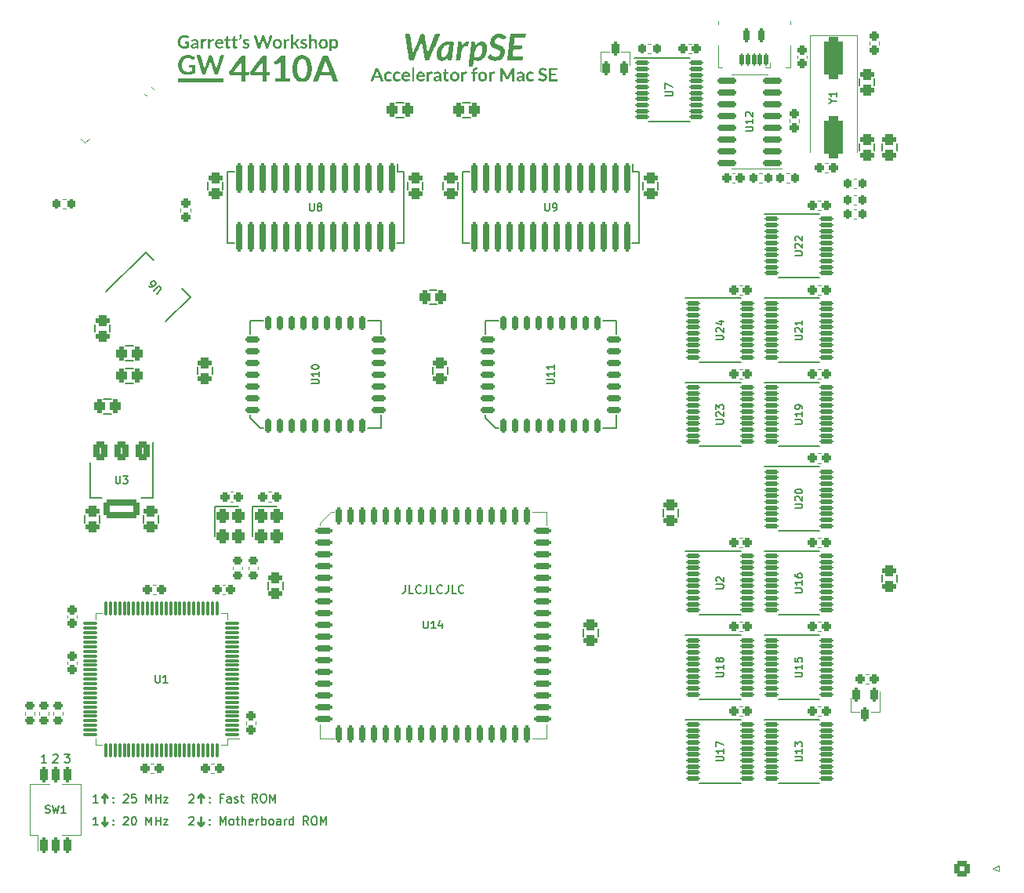
<source format=gto>
G04 #@! TF.GenerationSoftware,KiCad,Pcbnew,(6.0.2-0)*
G04 #@! TF.CreationDate,2022-05-25T21:37:04-04:00*
G04 #@! TF.ProjectId,WarpSE,57617270-5345-42e6-9b69-6361645f7063,rev?*
G04 #@! TF.SameCoordinates,Original*
G04 #@! TF.FileFunction,Legend,Top*
G04 #@! TF.FilePolarity,Positive*
%FSLAX46Y46*%
G04 Gerber Fmt 4.6, Leading zero omitted, Abs format (unit mm)*
G04 Created by KiCad (PCBNEW (6.0.2-0)) date 2022-05-25 21:37:04*
%MOMM*%
%LPD*%
G01*
G04 APERTURE LIST*
G04 Aperture macros list*
%AMRoundRect*
0 Rectangle with rounded corners*
0 $1 Rounding radius*
0 $2 $3 $4 $5 $6 $7 $8 $9 X,Y pos of 4 corners*
0 Add a 4 corners polygon primitive as box body*
4,1,4,$2,$3,$4,$5,$6,$7,$8,$9,$2,$3,0*
0 Add four circle primitives for the rounded corners*
1,1,$1+$1,$2,$3*
1,1,$1+$1,$4,$5*
1,1,$1+$1,$6,$7*
1,1,$1+$1,$8,$9*
0 Add four rect primitives between the rounded corners*
20,1,$1+$1,$2,$3,$4,$5,0*
20,1,$1+$1,$4,$5,$6,$7,0*
20,1,$1+$1,$6,$7,$8,$9,0*
20,1,$1+$1,$8,$9,$2,$3,0*%
G04 Aperture macros list end*
%ADD10C,0.220000*%
%ADD11C,0.203200*%
%ADD12C,0.152400*%
%ADD13C,0.120000*%
%ADD14C,0.200000*%
%ADD15C,0.150000*%
%ADD16RoundRect,0.312500X-0.437500X0.262500X-0.437500X-0.262500X0.437500X-0.262500X0.437500X0.262500X0*%
%ADD17RoundRect,0.312500X0.262500X0.437500X-0.262500X0.437500X-0.262500X-0.437500X0.262500X-0.437500X0*%
%ADD18RoundRect,0.262500X0.212500X0.262500X-0.212500X0.262500X-0.212500X-0.262500X0.212500X-0.262500X0*%
%ADD19RoundRect,0.312500X-0.262500X-0.437500X0.262500X-0.437500X0.262500X0.437500X-0.262500X0.437500X0*%
%ADD20RoundRect,0.099000X0.662500X0.075000X-0.662500X0.075000X-0.662500X-0.075000X0.662500X-0.075000X0*%
%ADD21RoundRect,0.099000X0.075000X0.662500X-0.075000X0.662500X-0.075000X-0.662500X0.075000X-0.662500X0*%
%ADD22RoundRect,0.312500X0.437500X-0.262500X0.437500X0.262500X-0.437500X0.262500X-0.437500X-0.262500X0*%
%ADD23RoundRect,0.350000X-0.176777X-0.813173X0.813173X0.176777X0.176777X0.813173X-0.813173X-0.176777X0*%
%ADD24RoundRect,0.350000X0.636396X-1.626346X1.626346X-0.636396X-0.636396X1.626346X-1.626346X0.636396X0*%
%ADD25RoundRect,0.200000X-0.150000X1.374000X-0.150000X-1.374000X0.150000X-1.374000X0.150000X1.374000X0*%
%ADD26C,2.950000*%
%ADD27RoundRect,0.299999X0.525001X0.525001X-0.525001X0.525001X-0.525001X-0.525001X0.525001X-0.525001X0*%
%ADD28C,1.650000*%
%ADD29RoundRect,0.262500X-0.212500X-0.262500X0.212500X-0.262500X0.212500X0.262500X-0.212500X0.262500X0*%
%ADD30RoundRect,0.136500X-0.612500X-0.112500X0.612500X-0.112500X0.612500X0.112500X-0.612500X0.112500X0*%
%ADD31RoundRect,0.262500X-0.262500X0.212500X-0.262500X-0.212500X0.262500X-0.212500X0.262500X0.212500X0*%
%ADD32RoundRect,0.262500X0.262500X-0.212500X0.262500X0.212500X-0.262500X0.212500X-0.262500X-0.212500X0*%
%ADD33C,2.000000*%
%ADD34C,1.448000*%
%ADD35RoundRect,0.225000X-0.300000X0.175000X-0.300000X-0.175000X0.300000X-0.175000X0.300000X0.175000X0*%
%ADD36RoundRect,0.350000X-0.300000X0.400000X-0.300000X-0.400000X0.300000X-0.400000X0.300000X0.400000X0*%
%ADD37RoundRect,0.200000X0.587500X-0.150000X0.587500X0.150000X-0.587500X0.150000X-0.587500X-0.150000X0*%
%ADD38RoundRect,0.200000X0.150000X-0.587500X0.150000X0.587500X-0.150000X0.587500X-0.150000X-0.587500X0*%
%ADD39RoundRect,0.200000X-0.150000X-0.700000X0.150000X-0.700000X0.150000X0.700000X-0.150000X0.700000X0*%
%ADD40RoundRect,0.200000X-0.700000X-0.150000X0.700000X-0.150000X0.700000X0.150000X-0.700000X0.150000X0*%
%ADD41RoundRect,0.350000X-0.450000X0.700000X-0.450000X-0.700000X0.450000X-0.700000X0.450000X0.700000X0*%
%ADD42RoundRect,0.350000X-1.600000X0.700000X-1.600000X-0.700000X1.600000X-0.700000X1.600000X0.700000X0*%
%ADD43C,2.474900*%
%ADD44C,1.090600*%
%ADD45C,0.887400*%
%ADD46RoundRect,0.120000X0.120000X0.545000X-0.120000X0.545000X-0.120000X-0.545000X0.120000X-0.545000X0*%
%ADD47O,1.170000X2.000000*%
%ADD48RoundRect,0.200000X0.150000X0.525000X-0.150000X0.525000X-0.150000X-0.525000X0.150000X-0.525000X0*%
%ADD49C,1.400000*%
%ADD50RoundRect,0.225000X0.175000X0.300000X-0.175000X0.300000X-0.175000X-0.300000X0.175000X-0.300000X0*%
%ADD51RoundRect,0.225000X0.335876X0.088388X0.088388X0.335876X-0.335876X-0.088388X-0.088388X-0.335876X0*%
%ADD52RoundRect,0.250000X-0.200000X0.475000X-0.200000X-0.475000X0.200000X-0.475000X0.200000X0.475000X0*%
%ADD53RoundRect,0.240000X0.190000X-0.572000X0.190000X0.572000X-0.190000X0.572000X-0.190000X-0.572000X0*%
%ADD54RoundRect,0.225000X-0.175000X-0.300000X0.175000X-0.300000X0.175000X0.300000X-0.175000X0.300000X0*%
%ADD55RoundRect,0.200000X0.825000X0.150000X-0.825000X0.150000X-0.825000X-0.150000X0.825000X-0.150000X0*%
%ADD56RoundRect,0.550000X-0.500000X1.750000X-0.500000X-1.750000X0.500000X-1.750000X0.500000X1.750000X0*%
%ADD57RoundRect,0.250000X0.200000X-0.475000X0.200000X0.475000X-0.200000X0.475000X-0.200000X-0.475000X0*%
G04 APERTURE END LIST*
D10*
X113108000Y-121539000D02*
X113425500Y-121856500D01*
X113108000Y-124904500D02*
X113425500Y-124587000D01*
X113108000Y-124904500D02*
X113108000Y-123952000D01*
X123507500Y-122491500D02*
X123507500Y-121539000D01*
X123507500Y-124904500D02*
X123825000Y-124587000D01*
X123507500Y-121539000D02*
X123190000Y-121856500D01*
X113108000Y-121539000D02*
X112790500Y-121856500D01*
X123507500Y-121539000D02*
X123825000Y-121856500D01*
X113108000Y-122491500D02*
X113108000Y-121539000D01*
X113108000Y-124904500D02*
X112790500Y-124587000D01*
X123507500Y-124904500D02*
X123190000Y-124587000D01*
X123507500Y-124904500D02*
X123507500Y-123952000D01*
D11*
X124488865Y-122336678D02*
X124531722Y-122379535D01*
X124488865Y-122422392D01*
X124446008Y-122379535D01*
X124488865Y-122336678D01*
X124488865Y-122422392D01*
X124488865Y-121865250D02*
X124531722Y-121908107D01*
X124488865Y-121950964D01*
X124446008Y-121908107D01*
X124488865Y-121865250D01*
X124488865Y-121950964D01*
X125903151Y-121950964D02*
X125603151Y-121950964D01*
X125603151Y-122422392D02*
X125603151Y-121522392D01*
X126031722Y-121522392D01*
X126760294Y-122422392D02*
X126760294Y-121950964D01*
X126717437Y-121865250D01*
X126631722Y-121822392D01*
X126460294Y-121822392D01*
X126374580Y-121865250D01*
X126760294Y-122379535D02*
X126674580Y-122422392D01*
X126460294Y-122422392D01*
X126374580Y-122379535D01*
X126331722Y-122293821D01*
X126331722Y-122208107D01*
X126374580Y-122122392D01*
X126460294Y-122079535D01*
X126674580Y-122079535D01*
X126760294Y-122036678D01*
X127146008Y-122379535D02*
X127231722Y-122422392D01*
X127403151Y-122422392D01*
X127488865Y-122379535D01*
X127531722Y-122293821D01*
X127531722Y-122250964D01*
X127488865Y-122165250D01*
X127403151Y-122122392D01*
X127274580Y-122122392D01*
X127188865Y-122079535D01*
X127146008Y-121993821D01*
X127146008Y-121950964D01*
X127188865Y-121865250D01*
X127274580Y-121822392D01*
X127403151Y-121822392D01*
X127488865Y-121865250D01*
X127788865Y-121822392D02*
X128131722Y-121822392D01*
X127917437Y-121522392D02*
X127917437Y-122293821D01*
X127960294Y-122379535D01*
X128046008Y-122422392D01*
X128131722Y-122422392D01*
X129631722Y-122422392D02*
X129331722Y-121993821D01*
X129117437Y-122422392D02*
X129117437Y-121522392D01*
X129460294Y-121522392D01*
X129546008Y-121565250D01*
X129588865Y-121608107D01*
X129631722Y-121693821D01*
X129631722Y-121822392D01*
X129588865Y-121908107D01*
X129546008Y-121950964D01*
X129460294Y-121993821D01*
X129117437Y-121993821D01*
X130188865Y-121522392D02*
X130360294Y-121522392D01*
X130446008Y-121565250D01*
X130531722Y-121650964D01*
X130574580Y-121822392D01*
X130574580Y-122122392D01*
X130531722Y-122293821D01*
X130446008Y-122379535D01*
X130360294Y-122422392D01*
X130188865Y-122422392D01*
X130103151Y-122379535D01*
X130017437Y-122293821D01*
X129974580Y-122122392D01*
X129974580Y-121822392D01*
X130017437Y-121650964D01*
X130103151Y-121565250D01*
X130188865Y-121522392D01*
X130960294Y-122422392D02*
X130960294Y-121522392D01*
X131260294Y-122165250D01*
X131560294Y-121522392D01*
X131560294Y-122422392D01*
X124488865Y-124749678D02*
X124531722Y-124792535D01*
X124488865Y-124835392D01*
X124446008Y-124792535D01*
X124488865Y-124749678D01*
X124488865Y-124835392D01*
X124488865Y-124278250D02*
X124531722Y-124321107D01*
X124488865Y-124363964D01*
X124446008Y-124321107D01*
X124488865Y-124278250D01*
X124488865Y-124363964D01*
X125603151Y-124835392D02*
X125603151Y-123935392D01*
X125903151Y-124578250D01*
X126203151Y-123935392D01*
X126203151Y-124835392D01*
X126760294Y-124835392D02*
X126674580Y-124792535D01*
X126631722Y-124749678D01*
X126588865Y-124663964D01*
X126588865Y-124406821D01*
X126631722Y-124321107D01*
X126674580Y-124278250D01*
X126760294Y-124235392D01*
X126888865Y-124235392D01*
X126974580Y-124278250D01*
X127017437Y-124321107D01*
X127060294Y-124406821D01*
X127060294Y-124663964D01*
X127017437Y-124749678D01*
X126974580Y-124792535D01*
X126888865Y-124835392D01*
X126760294Y-124835392D01*
X127317437Y-124235392D02*
X127660294Y-124235392D01*
X127446008Y-123935392D02*
X127446008Y-124706821D01*
X127488865Y-124792535D01*
X127574580Y-124835392D01*
X127660294Y-124835392D01*
X127960294Y-124835392D02*
X127960294Y-123935392D01*
X128346008Y-124835392D02*
X128346008Y-124363964D01*
X128303151Y-124278250D01*
X128217437Y-124235392D01*
X128088865Y-124235392D01*
X128003151Y-124278250D01*
X127960294Y-124321107D01*
X129117437Y-124792535D02*
X129031722Y-124835392D01*
X128860294Y-124835392D01*
X128774580Y-124792535D01*
X128731722Y-124706821D01*
X128731722Y-124363964D01*
X128774580Y-124278250D01*
X128860294Y-124235392D01*
X129031722Y-124235392D01*
X129117437Y-124278250D01*
X129160294Y-124363964D01*
X129160294Y-124449678D01*
X128731722Y-124535392D01*
X129546008Y-124835392D02*
X129546008Y-124235392D01*
X129546008Y-124406821D02*
X129588865Y-124321107D01*
X129631722Y-124278250D01*
X129717437Y-124235392D01*
X129803151Y-124235392D01*
X130103151Y-124835392D02*
X130103151Y-123935392D01*
X130103151Y-124278250D02*
X130188865Y-124235392D01*
X130360294Y-124235392D01*
X130446008Y-124278250D01*
X130488865Y-124321107D01*
X130531722Y-124406821D01*
X130531722Y-124663964D01*
X130488865Y-124749678D01*
X130446008Y-124792535D01*
X130360294Y-124835392D01*
X130188865Y-124835392D01*
X130103151Y-124792535D01*
X131046008Y-124835392D02*
X130960294Y-124792535D01*
X130917437Y-124749678D01*
X130874580Y-124663964D01*
X130874580Y-124406821D01*
X130917437Y-124321107D01*
X130960294Y-124278250D01*
X131046008Y-124235392D01*
X131174580Y-124235392D01*
X131260294Y-124278250D01*
X131303151Y-124321107D01*
X131346008Y-124406821D01*
X131346008Y-124663964D01*
X131303151Y-124749678D01*
X131260294Y-124792535D01*
X131174580Y-124835392D01*
X131046008Y-124835392D01*
X132117437Y-124835392D02*
X132117437Y-124363964D01*
X132074580Y-124278250D01*
X131988865Y-124235392D01*
X131817437Y-124235392D01*
X131731722Y-124278250D01*
X132117437Y-124792535D02*
X132031722Y-124835392D01*
X131817437Y-124835392D01*
X131731722Y-124792535D01*
X131688865Y-124706821D01*
X131688865Y-124621107D01*
X131731722Y-124535392D01*
X131817437Y-124492535D01*
X132031722Y-124492535D01*
X132117437Y-124449678D01*
X132546008Y-124835392D02*
X132546008Y-124235392D01*
X132546008Y-124406821D02*
X132588865Y-124321107D01*
X132631722Y-124278250D01*
X132717437Y-124235392D01*
X132803151Y-124235392D01*
X133488865Y-124835392D02*
X133488865Y-123935392D01*
X133488865Y-124792535D02*
X133403151Y-124835392D01*
X133231722Y-124835392D01*
X133146008Y-124792535D01*
X133103151Y-124749678D01*
X133060294Y-124663964D01*
X133060294Y-124406821D01*
X133103151Y-124321107D01*
X133146008Y-124278250D01*
X133231722Y-124235392D01*
X133403151Y-124235392D01*
X133488865Y-124278250D01*
X135117437Y-124835392D02*
X134817437Y-124406821D01*
X134603151Y-124835392D02*
X134603151Y-123935392D01*
X134946008Y-123935392D01*
X135031722Y-123978250D01*
X135074580Y-124021107D01*
X135117437Y-124106821D01*
X135117437Y-124235392D01*
X135074580Y-124321107D01*
X135031722Y-124363964D01*
X134946008Y-124406821D01*
X134603151Y-124406821D01*
X135674580Y-123935392D02*
X135846008Y-123935392D01*
X135931722Y-123978250D01*
X136017437Y-124063964D01*
X136060294Y-124235392D01*
X136060294Y-124535392D01*
X136017437Y-124706821D01*
X135931722Y-124792535D01*
X135846008Y-124835392D01*
X135674580Y-124835392D01*
X135588865Y-124792535D01*
X135503151Y-124706821D01*
X135460294Y-124535392D01*
X135460294Y-124235392D01*
X135503151Y-124063964D01*
X135588865Y-123978250D01*
X135674580Y-123935392D01*
X136446008Y-124835392D02*
X136446008Y-123935392D01*
X136746008Y-124578250D01*
X137046008Y-123935392D01*
X137046008Y-124835392D01*
X107565857Y-117321857D02*
X107608714Y-117279000D01*
X107694428Y-117236142D01*
X107908714Y-117236142D01*
X107994428Y-117279000D01*
X108037285Y-117321857D01*
X108080142Y-117407571D01*
X108080142Y-117493285D01*
X108037285Y-117621857D01*
X107523000Y-118136142D01*
X108080142Y-118136142D01*
X114089365Y-122368428D02*
X114132222Y-122411285D01*
X114089365Y-122454142D01*
X114046508Y-122411285D01*
X114089365Y-122368428D01*
X114089365Y-122454142D01*
X114089365Y-121897000D02*
X114132222Y-121939857D01*
X114089365Y-121982714D01*
X114046508Y-121939857D01*
X114089365Y-121897000D01*
X114089365Y-121982714D01*
X115160794Y-121639857D02*
X115203651Y-121597000D01*
X115289365Y-121554142D01*
X115503651Y-121554142D01*
X115589365Y-121597000D01*
X115632222Y-121639857D01*
X115675080Y-121725571D01*
X115675080Y-121811285D01*
X115632222Y-121939857D01*
X115117937Y-122454142D01*
X115675080Y-122454142D01*
X116489365Y-121554142D02*
X116060794Y-121554142D01*
X116017937Y-121982714D01*
X116060794Y-121939857D01*
X116146508Y-121897000D01*
X116360794Y-121897000D01*
X116446508Y-121939857D01*
X116489365Y-121982714D01*
X116532222Y-122068428D01*
X116532222Y-122282714D01*
X116489365Y-122368428D01*
X116446508Y-122411285D01*
X116360794Y-122454142D01*
X116146508Y-122454142D01*
X116060794Y-122411285D01*
X116017937Y-122368428D01*
X117603651Y-122454142D02*
X117603651Y-121554142D01*
X117903651Y-122197000D01*
X118203651Y-121554142D01*
X118203651Y-122454142D01*
X118632222Y-122454142D02*
X118632222Y-121554142D01*
X118632222Y-121982714D02*
X119146508Y-121982714D01*
X119146508Y-122454142D02*
X119146508Y-121554142D01*
X119489365Y-121854142D02*
X119960794Y-121854142D01*
X119489365Y-122454142D01*
X119960794Y-122454142D01*
X122248857Y-124052857D02*
X122291714Y-124010000D01*
X122377428Y-123967142D01*
X122591714Y-123967142D01*
X122677428Y-124010000D01*
X122720285Y-124052857D01*
X122763142Y-124138571D01*
X122763142Y-124224285D01*
X122720285Y-124352857D01*
X122206000Y-124867142D01*
X122763142Y-124867142D01*
X145590000Y-98948142D02*
X145590000Y-99591000D01*
X145547142Y-99719571D01*
X145461428Y-99805285D01*
X145332857Y-99848142D01*
X145247142Y-99848142D01*
X146447142Y-99848142D02*
X146018571Y-99848142D01*
X146018571Y-98948142D01*
X147261428Y-99762428D02*
X147218571Y-99805285D01*
X147090000Y-99848142D01*
X147004285Y-99848142D01*
X146875714Y-99805285D01*
X146790000Y-99719571D01*
X146747142Y-99633857D01*
X146704285Y-99462428D01*
X146704285Y-99333857D01*
X146747142Y-99162428D01*
X146790000Y-99076714D01*
X146875714Y-98991000D01*
X147004285Y-98948142D01*
X147090000Y-98948142D01*
X147218571Y-98991000D01*
X147261428Y-99033857D01*
X147904285Y-98948142D02*
X147904285Y-99591000D01*
X147861428Y-99719571D01*
X147775714Y-99805285D01*
X147647142Y-99848142D01*
X147561428Y-99848142D01*
X148761428Y-99848142D02*
X148332857Y-99848142D01*
X148332857Y-98948142D01*
X149575714Y-99762428D02*
X149532857Y-99805285D01*
X149404285Y-99848142D01*
X149318571Y-99848142D01*
X149190000Y-99805285D01*
X149104285Y-99719571D01*
X149061428Y-99633857D01*
X149018571Y-99462428D01*
X149018571Y-99333857D01*
X149061428Y-99162428D01*
X149104285Y-99076714D01*
X149190000Y-98991000D01*
X149318571Y-98948142D01*
X149404285Y-98948142D01*
X149532857Y-98991000D01*
X149575714Y-99033857D01*
X150218571Y-98948142D02*
X150218571Y-99591000D01*
X150175714Y-99719571D01*
X150090000Y-99805285D01*
X149961428Y-99848142D01*
X149875714Y-99848142D01*
X151075714Y-99848142D02*
X150647142Y-99848142D01*
X150647142Y-98948142D01*
X151890000Y-99762428D02*
X151847142Y-99805285D01*
X151718571Y-99848142D01*
X151632857Y-99848142D01*
X151504285Y-99805285D01*
X151418571Y-99719571D01*
X151375714Y-99633857D01*
X151332857Y-99462428D01*
X151332857Y-99333857D01*
X151375714Y-99162428D01*
X151418571Y-99076714D01*
X151504285Y-98991000D01*
X151632857Y-98948142D01*
X151718571Y-98948142D01*
X151847142Y-98991000D01*
X151890000Y-99033857D01*
X114089365Y-124781428D02*
X114132222Y-124824285D01*
X114089365Y-124867142D01*
X114046508Y-124824285D01*
X114089365Y-124781428D01*
X114089365Y-124867142D01*
X114089365Y-124310000D02*
X114132222Y-124352857D01*
X114089365Y-124395714D01*
X114046508Y-124352857D01*
X114089365Y-124310000D01*
X114089365Y-124395714D01*
X115160794Y-124052857D02*
X115203651Y-124010000D01*
X115289365Y-123967142D01*
X115503651Y-123967142D01*
X115589365Y-124010000D01*
X115632222Y-124052857D01*
X115675080Y-124138571D01*
X115675080Y-124224285D01*
X115632222Y-124352857D01*
X115117937Y-124867142D01*
X115675080Y-124867142D01*
X116232222Y-123967142D02*
X116317937Y-123967142D01*
X116403651Y-124010000D01*
X116446508Y-124052857D01*
X116489365Y-124138571D01*
X116532222Y-124310000D01*
X116532222Y-124524285D01*
X116489365Y-124695714D01*
X116446508Y-124781428D01*
X116403651Y-124824285D01*
X116317937Y-124867142D01*
X116232222Y-124867142D01*
X116146508Y-124824285D01*
X116103651Y-124781428D01*
X116060794Y-124695714D01*
X116017937Y-124524285D01*
X116017937Y-124310000D01*
X116060794Y-124138571D01*
X116103651Y-124052857D01*
X116146508Y-124010000D01*
X116232222Y-123967142D01*
X117603651Y-124867142D02*
X117603651Y-123967142D01*
X117903651Y-124610000D01*
X118203651Y-123967142D01*
X118203651Y-124867142D01*
X118632222Y-124867142D02*
X118632222Y-123967142D01*
X118632222Y-124395714D02*
X119146508Y-124395714D01*
X119146508Y-124867142D02*
X119146508Y-123967142D01*
X119489365Y-124267142D02*
X119960794Y-124267142D01*
X119489365Y-124867142D01*
X119960794Y-124867142D01*
X106810142Y-118136142D02*
X106295857Y-118136142D01*
X106553000Y-118136142D02*
X106553000Y-117236142D01*
X106467285Y-117364714D01*
X106381571Y-117450428D01*
X106295857Y-117493285D01*
X108793000Y-117236142D02*
X109350142Y-117236142D01*
X109050142Y-117579000D01*
X109178714Y-117579000D01*
X109264428Y-117621857D01*
X109307285Y-117664714D01*
X109350142Y-117750428D01*
X109350142Y-117964714D01*
X109307285Y-118050428D01*
X109264428Y-118093285D01*
X109178714Y-118136142D01*
X108921571Y-118136142D01*
X108835857Y-118093285D01*
X108793000Y-118050428D01*
X112398142Y-124867142D02*
X111883857Y-124867142D01*
X112141000Y-124867142D02*
X112141000Y-123967142D01*
X112055285Y-124095714D01*
X111969571Y-124181428D01*
X111883857Y-124224285D01*
X122248857Y-121639857D02*
X122291714Y-121597000D01*
X122377428Y-121554142D01*
X122591714Y-121554142D01*
X122677428Y-121597000D01*
X122720285Y-121639857D01*
X122763142Y-121725571D01*
X122763142Y-121811285D01*
X122720285Y-121939857D01*
X122206000Y-122454142D01*
X122763142Y-122454142D01*
X112398142Y-122454142D02*
X111883857Y-122454142D01*
X112141000Y-122454142D02*
X112141000Y-121554142D01*
X112055285Y-121682714D01*
X111969571Y-121768428D01*
X111883857Y-121811285D01*
X118630723Y-108654895D02*
X118630723Y-109312876D01*
X118669428Y-109390285D01*
X118708133Y-109428990D01*
X118785542Y-109467695D01*
X118940361Y-109467695D01*
X119017771Y-109428990D01*
X119056476Y-109390285D01*
X119095180Y-109312876D01*
X119095180Y-108654895D01*
X119907980Y-109467695D02*
X119443523Y-109467695D01*
X119675752Y-109467695D02*
X119675752Y-108654895D01*
X119598342Y-108771009D01*
X119520933Y-108848419D01*
X119443523Y-108887123D01*
X118723157Y-67502630D02*
X119188420Y-67037368D01*
X119215788Y-66955262D01*
X119215788Y-66900526D01*
X119188420Y-66818420D01*
X119078946Y-66708947D01*
X118996841Y-66681579D01*
X118942104Y-66681579D01*
X118859999Y-66708947D01*
X118394737Y-67174210D01*
X117874737Y-66654210D02*
X117984211Y-66763684D01*
X118066316Y-66791052D01*
X118121053Y-66791052D01*
X118257895Y-66763684D01*
X118394737Y-66681579D01*
X118613684Y-66462631D01*
X118641052Y-66380526D01*
X118641052Y-66325789D01*
X118613684Y-66243684D01*
X118504210Y-66134211D01*
X118422105Y-66106842D01*
X118367368Y-66106842D01*
X118285263Y-66134211D01*
X118148421Y-66271053D01*
X118121053Y-66353158D01*
X118121053Y-66407895D01*
X118148421Y-66490000D01*
X118257895Y-66599473D01*
X118340000Y-66626842D01*
X118394737Y-66626842D01*
X118476842Y-66599473D01*
X160670723Y-57720895D02*
X160670723Y-58378876D01*
X160709428Y-58456285D01*
X160748133Y-58494990D01*
X160825542Y-58533695D01*
X160980361Y-58533695D01*
X161057771Y-58494990D01*
X161096476Y-58456285D01*
X161135180Y-58378876D01*
X161135180Y-57720895D01*
X161560933Y-58533695D02*
X161715752Y-58533695D01*
X161793161Y-58494990D01*
X161831866Y-58456285D01*
X161909276Y-58340171D01*
X161947980Y-58185352D01*
X161947980Y-57875714D01*
X161909276Y-57798304D01*
X161870571Y-57759600D01*
X161793161Y-57720895D01*
X161638342Y-57720895D01*
X161560933Y-57759600D01*
X161522228Y-57798304D01*
X161483523Y-57875714D01*
X161483523Y-58069238D01*
X161522228Y-58146647D01*
X161560933Y-58185352D01*
X161638342Y-58224057D01*
X161793161Y-58224057D01*
X161870571Y-58185352D01*
X161909276Y-58146647D01*
X161947980Y-58069238D01*
X179154895Y-99344276D02*
X179812876Y-99344276D01*
X179890285Y-99305571D01*
X179928990Y-99266866D01*
X179967695Y-99189457D01*
X179967695Y-99034638D01*
X179928990Y-98957228D01*
X179890285Y-98918523D01*
X179812876Y-98879819D01*
X179154895Y-98879819D01*
X179232304Y-98531476D02*
X179193600Y-98492771D01*
X179154895Y-98415361D01*
X179154895Y-98221838D01*
X179193600Y-98144428D01*
X179232304Y-98105723D01*
X179309714Y-98067019D01*
X179387123Y-98067019D01*
X179503238Y-98105723D01*
X179967695Y-98570180D01*
X179967695Y-98067019D01*
X179154895Y-72431323D02*
X179812876Y-72431323D01*
X179890285Y-72392619D01*
X179928990Y-72353914D01*
X179967695Y-72276504D01*
X179967695Y-72121685D01*
X179928990Y-72044276D01*
X179890285Y-72005571D01*
X179812876Y-71966866D01*
X179154895Y-71966866D01*
X179232304Y-71618523D02*
X179193600Y-71579819D01*
X179154895Y-71502409D01*
X179154895Y-71308885D01*
X179193600Y-71231476D01*
X179232304Y-71192771D01*
X179309714Y-71154066D01*
X179387123Y-71154066D01*
X179503238Y-71192771D01*
X179967695Y-71657228D01*
X179967695Y-71154066D01*
X179425828Y-70457380D02*
X179967695Y-70457380D01*
X179116190Y-70650904D02*
X179696761Y-70844428D01*
X179696761Y-70341266D01*
X179154895Y-81531323D02*
X179812876Y-81531323D01*
X179890285Y-81492619D01*
X179928990Y-81453914D01*
X179967695Y-81376504D01*
X179967695Y-81221685D01*
X179928990Y-81144276D01*
X179890285Y-81105571D01*
X179812876Y-81066866D01*
X179154895Y-81066866D01*
X179232304Y-80718523D02*
X179193600Y-80679819D01*
X179154895Y-80602409D01*
X179154895Y-80408885D01*
X179193600Y-80331476D01*
X179232304Y-80292771D01*
X179309714Y-80254066D01*
X179387123Y-80254066D01*
X179503238Y-80292771D01*
X179967695Y-80757228D01*
X179967695Y-80254066D01*
X179154895Y-79983133D02*
X179154895Y-79479971D01*
X179464533Y-79750904D01*
X179464533Y-79634790D01*
X179503238Y-79557380D01*
X179541942Y-79518676D01*
X179619352Y-79479971D01*
X179812876Y-79479971D01*
X179890285Y-79518676D01*
X179928990Y-79557380D01*
X179967695Y-79634790D01*
X179967695Y-79867019D01*
X179928990Y-79944428D01*
X179890285Y-79983133D01*
X187654895Y-63331323D02*
X188312876Y-63331323D01*
X188390285Y-63292619D01*
X188428990Y-63253914D01*
X188467695Y-63176504D01*
X188467695Y-63021685D01*
X188428990Y-62944276D01*
X188390285Y-62905571D01*
X188312876Y-62866866D01*
X187654895Y-62866866D01*
X187732304Y-62518523D02*
X187693600Y-62479819D01*
X187654895Y-62402409D01*
X187654895Y-62208885D01*
X187693600Y-62131476D01*
X187732304Y-62092771D01*
X187809714Y-62054066D01*
X187887123Y-62054066D01*
X188003238Y-62092771D01*
X188467695Y-62557228D01*
X188467695Y-62054066D01*
X187732304Y-61744428D02*
X187693600Y-61705723D01*
X187654895Y-61628314D01*
X187654895Y-61434790D01*
X187693600Y-61357380D01*
X187732304Y-61318676D01*
X187809714Y-61279971D01*
X187887123Y-61279971D01*
X188003238Y-61318676D01*
X188467695Y-61783133D01*
X188467695Y-61279971D01*
X187654895Y-72431323D02*
X188312876Y-72431323D01*
X188390285Y-72392619D01*
X188428990Y-72353914D01*
X188467695Y-72276504D01*
X188467695Y-72121685D01*
X188428990Y-72044276D01*
X188390285Y-72005571D01*
X188312876Y-71966866D01*
X187654895Y-71966866D01*
X187732304Y-71618523D02*
X187693600Y-71579819D01*
X187654895Y-71502409D01*
X187654895Y-71308885D01*
X187693600Y-71231476D01*
X187732304Y-71192771D01*
X187809714Y-71154066D01*
X187887123Y-71154066D01*
X188003238Y-71192771D01*
X188467695Y-71657228D01*
X188467695Y-71154066D01*
X188467695Y-70379971D02*
X188467695Y-70844428D01*
X188467695Y-70612200D02*
X187654895Y-70612200D01*
X187771009Y-70689609D01*
X187848419Y-70767019D01*
X187887123Y-70844428D01*
X187654895Y-90631323D02*
X188312876Y-90631323D01*
X188390285Y-90592619D01*
X188428990Y-90553914D01*
X188467695Y-90476504D01*
X188467695Y-90321685D01*
X188428990Y-90244276D01*
X188390285Y-90205571D01*
X188312876Y-90166866D01*
X187654895Y-90166866D01*
X187732304Y-89818523D02*
X187693600Y-89779819D01*
X187654895Y-89702409D01*
X187654895Y-89508885D01*
X187693600Y-89431476D01*
X187732304Y-89392771D01*
X187809714Y-89354066D01*
X187887123Y-89354066D01*
X188003238Y-89392771D01*
X188467695Y-89857228D01*
X188467695Y-89354066D01*
X187654895Y-88850904D02*
X187654895Y-88773495D01*
X187693600Y-88696085D01*
X187732304Y-88657380D01*
X187809714Y-88618676D01*
X187964533Y-88579971D01*
X188158057Y-88579971D01*
X188312876Y-88618676D01*
X188390285Y-88657380D01*
X188428990Y-88696085D01*
X188467695Y-88773495D01*
X188467695Y-88850904D01*
X188428990Y-88928314D01*
X188390285Y-88967019D01*
X188312876Y-89005723D01*
X188158057Y-89044428D01*
X187964533Y-89044428D01*
X187809714Y-89005723D01*
X187732304Y-88967019D01*
X187693600Y-88928314D01*
X187654895Y-88850904D01*
X187654895Y-81531323D02*
X188312876Y-81531323D01*
X188390285Y-81492619D01*
X188428990Y-81453914D01*
X188467695Y-81376504D01*
X188467695Y-81221685D01*
X188428990Y-81144276D01*
X188390285Y-81105571D01*
X188312876Y-81066866D01*
X187654895Y-81066866D01*
X188467695Y-80254066D02*
X188467695Y-80718523D01*
X188467695Y-80486295D02*
X187654895Y-80486295D01*
X187771009Y-80563704D01*
X187848419Y-80641114D01*
X187887123Y-80718523D01*
X188467695Y-79867019D02*
X188467695Y-79712200D01*
X188428990Y-79634790D01*
X188390285Y-79596085D01*
X188274171Y-79518676D01*
X188119352Y-79479971D01*
X187809714Y-79479971D01*
X187732304Y-79518676D01*
X187693600Y-79557380D01*
X187654895Y-79634790D01*
X187654895Y-79789609D01*
X187693600Y-79867019D01*
X187732304Y-79905723D01*
X187809714Y-79944428D01*
X188003238Y-79944428D01*
X188080647Y-79905723D01*
X188119352Y-79867019D01*
X188158057Y-79789609D01*
X188158057Y-79634790D01*
X188119352Y-79557380D01*
X188080647Y-79518676D01*
X188003238Y-79479971D01*
X179154895Y-108831323D02*
X179812876Y-108831323D01*
X179890285Y-108792619D01*
X179928990Y-108753914D01*
X179967695Y-108676504D01*
X179967695Y-108521685D01*
X179928990Y-108444276D01*
X179890285Y-108405571D01*
X179812876Y-108366866D01*
X179154895Y-108366866D01*
X179967695Y-107554066D02*
X179967695Y-108018523D01*
X179967695Y-107786295D02*
X179154895Y-107786295D01*
X179271009Y-107863704D01*
X179348419Y-107941114D01*
X179387123Y-108018523D01*
X179503238Y-107089609D02*
X179464533Y-107167019D01*
X179425828Y-107205723D01*
X179348419Y-107244428D01*
X179309714Y-107244428D01*
X179232304Y-107205723D01*
X179193600Y-107167019D01*
X179154895Y-107089609D01*
X179154895Y-106934790D01*
X179193600Y-106857380D01*
X179232304Y-106818676D01*
X179309714Y-106779971D01*
X179348419Y-106779971D01*
X179425828Y-106818676D01*
X179464533Y-106857380D01*
X179503238Y-106934790D01*
X179503238Y-107089609D01*
X179541942Y-107167019D01*
X179580647Y-107205723D01*
X179658057Y-107244428D01*
X179812876Y-107244428D01*
X179890285Y-107205723D01*
X179928990Y-107167019D01*
X179967695Y-107089609D01*
X179967695Y-106934790D01*
X179928990Y-106857380D01*
X179890285Y-106818676D01*
X179812876Y-106779971D01*
X179658057Y-106779971D01*
X179580647Y-106818676D01*
X179541942Y-106857380D01*
X179503238Y-106934790D01*
X179154895Y-117931323D02*
X179812876Y-117931323D01*
X179890285Y-117892619D01*
X179928990Y-117853914D01*
X179967695Y-117776504D01*
X179967695Y-117621685D01*
X179928990Y-117544276D01*
X179890285Y-117505571D01*
X179812876Y-117466866D01*
X179154895Y-117466866D01*
X179967695Y-116654066D02*
X179967695Y-117118523D01*
X179967695Y-116886295D02*
X179154895Y-116886295D01*
X179271009Y-116963704D01*
X179348419Y-117041114D01*
X179387123Y-117118523D01*
X179154895Y-116383133D02*
X179154895Y-115841266D01*
X179967695Y-116189609D01*
X187654895Y-99731323D02*
X188312876Y-99731323D01*
X188390285Y-99692619D01*
X188428990Y-99653914D01*
X188467695Y-99576504D01*
X188467695Y-99421685D01*
X188428990Y-99344276D01*
X188390285Y-99305571D01*
X188312876Y-99266866D01*
X187654895Y-99266866D01*
X188467695Y-98454066D02*
X188467695Y-98918523D01*
X188467695Y-98686295D02*
X187654895Y-98686295D01*
X187771009Y-98763704D01*
X187848419Y-98841114D01*
X187887123Y-98918523D01*
X187654895Y-97757380D02*
X187654895Y-97912200D01*
X187693600Y-97989609D01*
X187732304Y-98028314D01*
X187848419Y-98105723D01*
X188003238Y-98144428D01*
X188312876Y-98144428D01*
X188390285Y-98105723D01*
X188428990Y-98067019D01*
X188467695Y-97989609D01*
X188467695Y-97834790D01*
X188428990Y-97757380D01*
X188390285Y-97718676D01*
X188312876Y-97679971D01*
X188119352Y-97679971D01*
X188041942Y-97718676D01*
X188003238Y-97757380D01*
X187964533Y-97834790D01*
X187964533Y-97989609D01*
X188003238Y-98067019D01*
X188041942Y-98105723D01*
X188119352Y-98144428D01*
X187654895Y-108831323D02*
X188312876Y-108831323D01*
X188390285Y-108792619D01*
X188428990Y-108753914D01*
X188467695Y-108676504D01*
X188467695Y-108521685D01*
X188428990Y-108444276D01*
X188390285Y-108405571D01*
X188312876Y-108366866D01*
X187654895Y-108366866D01*
X188467695Y-107554066D02*
X188467695Y-108018523D01*
X188467695Y-107786295D02*
X187654895Y-107786295D01*
X187771009Y-107863704D01*
X187848419Y-107941114D01*
X187887123Y-108018523D01*
X187654895Y-106818676D02*
X187654895Y-107205723D01*
X188041942Y-107244428D01*
X188003238Y-107205723D01*
X187964533Y-107128314D01*
X187964533Y-106934790D01*
X188003238Y-106857380D01*
X188041942Y-106818676D01*
X188119352Y-106779971D01*
X188312876Y-106779971D01*
X188390285Y-106818676D01*
X188428990Y-106857380D01*
X188467695Y-106934790D01*
X188467695Y-107128314D01*
X188428990Y-107205723D01*
X188390285Y-107244428D01*
X187654895Y-117931323D02*
X188312876Y-117931323D01*
X188390285Y-117892619D01*
X188428990Y-117853914D01*
X188467695Y-117776504D01*
X188467695Y-117621685D01*
X188428990Y-117544276D01*
X188390285Y-117505571D01*
X188312876Y-117466866D01*
X187654895Y-117466866D01*
X188467695Y-116654066D02*
X188467695Y-117118523D01*
X188467695Y-116886295D02*
X187654895Y-116886295D01*
X187771009Y-116963704D01*
X187848419Y-117041114D01*
X187887123Y-117118523D01*
X187654895Y-116383133D02*
X187654895Y-115879971D01*
X187964533Y-116150904D01*
X187964533Y-116034790D01*
X188003238Y-115957380D01*
X188041942Y-115918676D01*
X188119352Y-115879971D01*
X188312876Y-115879971D01*
X188390285Y-115918676D01*
X188428990Y-115957380D01*
X188467695Y-116034790D01*
X188467695Y-116267019D01*
X188428990Y-116344428D01*
X188390285Y-116383133D01*
X135270723Y-57720895D02*
X135270723Y-58378876D01*
X135309428Y-58456285D01*
X135348133Y-58494990D01*
X135425542Y-58533695D01*
X135580361Y-58533695D01*
X135657771Y-58494990D01*
X135696476Y-58456285D01*
X135735180Y-58378876D01*
X135735180Y-57720895D01*
X136238342Y-58069238D02*
X136160933Y-58030533D01*
X136122228Y-57991828D01*
X136083523Y-57914419D01*
X136083523Y-57875714D01*
X136122228Y-57798304D01*
X136160933Y-57759600D01*
X136238342Y-57720895D01*
X136393161Y-57720895D01*
X136470571Y-57759600D01*
X136509276Y-57798304D01*
X136547980Y-57875714D01*
X136547980Y-57914419D01*
X136509276Y-57991828D01*
X136470571Y-58030533D01*
X136393161Y-58069238D01*
X136238342Y-58069238D01*
X136160933Y-58107942D01*
X136122228Y-58146647D01*
X136083523Y-58224057D01*
X136083523Y-58378876D01*
X136122228Y-58456285D01*
X136160933Y-58494990D01*
X136238342Y-58533695D01*
X136393161Y-58533695D01*
X136470571Y-58494990D01*
X136509276Y-58456285D01*
X136547980Y-58378876D01*
X136547980Y-58224057D01*
X136509276Y-58146647D01*
X136470571Y-58107942D01*
X136393161Y-58069238D01*
X135444895Y-77206323D02*
X136102876Y-77206323D01*
X136180285Y-77167619D01*
X136218990Y-77128914D01*
X136257695Y-77051504D01*
X136257695Y-76896685D01*
X136218990Y-76819276D01*
X136180285Y-76780571D01*
X136102876Y-76741866D01*
X135444895Y-76741866D01*
X136257695Y-75929066D02*
X136257695Y-76393523D01*
X136257695Y-76161295D02*
X135444895Y-76161295D01*
X135561009Y-76238704D01*
X135638419Y-76316114D01*
X135677123Y-76393523D01*
X135444895Y-75425904D02*
X135444895Y-75348495D01*
X135483600Y-75271085D01*
X135522304Y-75232380D01*
X135599714Y-75193676D01*
X135754533Y-75154971D01*
X135948057Y-75154971D01*
X136102876Y-75193676D01*
X136180285Y-75232380D01*
X136218990Y-75271085D01*
X136257695Y-75348495D01*
X136257695Y-75425904D01*
X136218990Y-75503314D01*
X136180285Y-75542019D01*
X136102876Y-75580723D01*
X135948057Y-75619428D01*
X135754533Y-75619428D01*
X135599714Y-75580723D01*
X135522304Y-75542019D01*
X135483600Y-75503314D01*
X135444895Y-75425904D01*
X160844895Y-77206323D02*
X161502876Y-77206323D01*
X161580285Y-77167619D01*
X161618990Y-77128914D01*
X161657695Y-77051504D01*
X161657695Y-76896685D01*
X161618990Y-76819276D01*
X161580285Y-76780571D01*
X161502876Y-76741866D01*
X160844895Y-76741866D01*
X161657695Y-75929066D02*
X161657695Y-76393523D01*
X161657695Y-76161295D02*
X160844895Y-76161295D01*
X160961009Y-76238704D01*
X161038419Y-76316114D01*
X161077123Y-76393523D01*
X161657695Y-75154971D02*
X161657695Y-75619428D01*
X161657695Y-75387200D02*
X160844895Y-75387200D01*
X160961009Y-75464609D01*
X161038419Y-75542019D01*
X161077123Y-75619428D01*
X147583676Y-102805895D02*
X147583676Y-103463876D01*
X147622380Y-103541285D01*
X147661085Y-103579990D01*
X147738495Y-103618695D01*
X147893314Y-103618695D01*
X147970723Y-103579990D01*
X148009428Y-103541285D01*
X148048133Y-103463876D01*
X148048133Y-102805895D01*
X148860933Y-103618695D02*
X148396476Y-103618695D01*
X148628704Y-103618695D02*
X148628704Y-102805895D01*
X148551295Y-102922009D01*
X148473885Y-102999419D01*
X148396476Y-103038123D01*
X149557619Y-103076828D02*
X149557619Y-103618695D01*
X149364095Y-102767190D02*
X149170571Y-103347761D01*
X149673733Y-103347761D01*
X114330723Y-87154895D02*
X114330723Y-87812876D01*
X114369428Y-87890285D01*
X114408133Y-87928990D01*
X114485542Y-87967695D01*
X114640361Y-87967695D01*
X114717771Y-87928990D01*
X114756476Y-87890285D01*
X114795180Y-87812876D01*
X114795180Y-87154895D01*
X115104819Y-87154895D02*
X115607980Y-87154895D01*
X115337047Y-87464533D01*
X115453161Y-87464533D01*
X115530571Y-87503238D01*
X115569276Y-87541942D01*
X115607980Y-87619352D01*
X115607980Y-87812876D01*
X115569276Y-87890285D01*
X115530571Y-87928990D01*
X115453161Y-87967695D01*
X115220933Y-87967695D01*
X115143523Y-87928990D01*
X115104819Y-87890285D01*
X106739266Y-123518990D02*
X106855380Y-123557695D01*
X107048904Y-123557695D01*
X107126314Y-123518990D01*
X107165019Y-123480285D01*
X107203723Y-123402876D01*
X107203723Y-123325466D01*
X107165019Y-123248057D01*
X107126314Y-123209352D01*
X107048904Y-123170647D01*
X106894085Y-123131942D01*
X106816676Y-123093238D01*
X106777971Y-123054533D01*
X106739266Y-122977123D01*
X106739266Y-122899714D01*
X106777971Y-122822304D01*
X106816676Y-122783600D01*
X106894085Y-122744895D01*
X107087609Y-122744895D01*
X107203723Y-122783600D01*
X107474657Y-122744895D02*
X107668180Y-123557695D01*
X107823000Y-122977123D01*
X107977819Y-123557695D01*
X108171342Y-122744895D01*
X108906733Y-123557695D02*
X108442276Y-123557695D01*
X108674504Y-123557695D02*
X108674504Y-122744895D01*
X108597095Y-122861009D01*
X108519685Y-122938419D01*
X108442276Y-122977123D01*
X173654895Y-46094276D02*
X174312876Y-46094276D01*
X174390285Y-46055571D01*
X174428990Y-46016866D01*
X174467695Y-45939457D01*
X174467695Y-45784638D01*
X174428990Y-45707228D01*
X174390285Y-45668523D01*
X174312876Y-45629819D01*
X173654895Y-45629819D01*
X173654895Y-45320180D02*
X173654895Y-44778314D01*
X174467695Y-45126657D01*
X182307895Y-49901323D02*
X182965876Y-49901323D01*
X183043285Y-49862619D01*
X183081990Y-49823914D01*
X183120695Y-49746504D01*
X183120695Y-49591685D01*
X183081990Y-49514276D01*
X183043285Y-49475571D01*
X182965876Y-49436866D01*
X182307895Y-49436866D01*
X183120695Y-48624066D02*
X183120695Y-49088523D01*
X183120695Y-48856295D02*
X182307895Y-48856295D01*
X182424009Y-48933704D01*
X182501419Y-49011114D01*
X182540123Y-49088523D01*
X182385304Y-48314428D02*
X182346600Y-48275723D01*
X182307895Y-48198314D01*
X182307895Y-48004790D01*
X182346600Y-47927380D01*
X182385304Y-47888676D01*
X182462714Y-47849971D01*
X182540123Y-47849971D01*
X182656238Y-47888676D01*
X183120695Y-48353133D01*
X183120695Y-47849971D01*
X191780647Y-46687047D02*
X192167695Y-46687047D01*
X191354895Y-46957980D02*
X191780647Y-46687047D01*
X191354895Y-46416114D01*
X192167695Y-45719428D02*
X192167695Y-46183885D01*
X192167695Y-45951657D02*
X191354895Y-45951657D01*
X191471009Y-46029066D01*
X191548419Y-46106476D01*
X191587123Y-46183885D01*
D12*
X113703000Y-70801600D02*
X113703000Y-71614400D01*
X112103000Y-70801600D02*
X112103000Y-71614400D01*
X116205900Y-74714000D02*
X115393100Y-74714000D01*
X116205900Y-73114000D02*
X115393100Y-73114000D01*
X116205900Y-75527000D02*
X115393100Y-75527000D01*
X116205900Y-77127000D02*
X115393100Y-77127000D01*
D13*
X131112779Y-89910000D02*
X130787221Y-89910000D01*
X131112779Y-88890000D02*
X130787221Y-88890000D01*
D12*
X112993600Y-78850000D02*
X113806400Y-78850000D01*
X112993600Y-80450000D02*
X113806400Y-80450000D01*
D13*
X112140000Y-116210000D02*
X112140000Y-115510000D01*
X125660000Y-101990000D02*
X126360000Y-101990000D01*
X126360000Y-115510000D02*
X127650000Y-115510000D01*
X112840000Y-101990000D02*
X112140000Y-101990000D01*
X112140000Y-101990000D02*
X112140000Y-102690000D01*
X125660000Y-116210000D02*
X126360000Y-116210000D01*
X126360000Y-116210000D02*
X126360000Y-115510000D01*
X126360000Y-101990000D02*
X126360000Y-102690000D01*
X112840000Y-116210000D02*
X112140000Y-116210000D01*
D12*
X196253000Y-45022400D02*
X196253000Y-44209600D01*
X194653000Y-45022400D02*
X194653000Y-44209600D01*
X196253000Y-51243600D02*
X196253000Y-52056400D01*
X194653000Y-51243600D02*
X194653000Y-52056400D01*
X197066000Y-51243600D02*
X197066000Y-52056400D01*
X198666000Y-51243600D02*
X198666000Y-52056400D01*
X119703087Y-70469382D02*
X122361808Y-67810660D01*
X113289628Y-67237904D02*
X117539340Y-62988192D01*
X122361808Y-67810660D02*
X121470854Y-66919706D01*
X117539340Y-62988192D02*
X118430294Y-63879146D01*
D14*
X151765000Y-54291000D02*
X151765000Y-62041000D01*
X170815000Y-54291000D02*
X170815000Y-62041000D01*
X151765000Y-62041000D02*
X152510000Y-62041000D01*
X170815000Y-62041000D02*
X170070000Y-62041000D01*
X170815000Y-54291000D02*
X170165000Y-54291000D01*
X151765000Y-54291000D02*
X152510000Y-54291000D01*
X170165000Y-54291000D02*
X170165000Y-53467000D01*
D13*
X209730000Y-129240000D02*
X209050000Y-129540000D01*
X209050000Y-129540000D02*
X209730000Y-129840000D01*
X209730000Y-129840000D02*
X209730000Y-129240000D01*
X125837221Y-99960000D02*
X126162779Y-99960000D01*
X125837221Y-98940000D02*
X126162779Y-98940000D01*
D15*
X177375000Y-102175000D02*
X181825000Y-102175000D01*
X175850000Y-95275000D02*
X181825000Y-95275000D01*
D13*
X181962779Y-93840000D02*
X181637221Y-93840000D01*
X181962779Y-94860000D02*
X181637221Y-94860000D01*
X190462779Y-58460000D02*
X190137221Y-58460000D01*
X190462779Y-57440000D02*
X190137221Y-57440000D01*
X190462779Y-94860000D02*
X190137221Y-94860000D01*
X190462779Y-93840000D02*
X190137221Y-93840000D01*
X190462779Y-84740000D02*
X190137221Y-84740000D01*
X190462779Y-85760000D02*
X190137221Y-85760000D01*
X181962779Y-112040000D02*
X181637221Y-112040000D01*
X181962779Y-113060000D02*
X181637221Y-113060000D01*
X190462779Y-112040000D02*
X190137221Y-112040000D01*
X190462779Y-113060000D02*
X190137221Y-113060000D01*
X190462779Y-67560000D02*
X190137221Y-67560000D01*
X190462779Y-66540000D02*
X190137221Y-66540000D01*
X181962779Y-66540000D02*
X181637221Y-66540000D01*
X181962779Y-67560000D02*
X181637221Y-67560000D01*
X181962779Y-76660000D02*
X181637221Y-76660000D01*
X181962779Y-75640000D02*
X181637221Y-75640000D01*
X181962779Y-102940000D02*
X181637221Y-102940000D01*
X181962779Y-103960000D02*
X181637221Y-103960000D01*
X190462779Y-103960000D02*
X190137221Y-103960000D01*
X190462779Y-102940000D02*
X190137221Y-102940000D01*
D12*
X197066000Y-98616400D02*
X197066000Y-97803600D01*
X198666000Y-98616400D02*
X198666000Y-97803600D01*
X130772000Y-98614600D02*
X130772000Y-99427400D01*
X132372000Y-98614600D02*
X132372000Y-99427400D01*
X164808000Y-103694600D02*
X164808000Y-104507400D01*
X166408000Y-103694600D02*
X166408000Y-104507400D01*
D15*
X177375000Y-74875000D02*
X181825000Y-74875000D01*
X175850000Y-67975000D02*
X181825000Y-67975000D01*
X177375000Y-83975000D02*
X181825000Y-83975000D01*
X175850000Y-77075000D02*
X181825000Y-77075000D01*
X185875000Y-65775000D02*
X190325000Y-65775000D01*
X184350000Y-58875000D02*
X190325000Y-58875000D01*
X185875000Y-74875000D02*
X190325000Y-74875000D01*
X184350000Y-67975000D02*
X190325000Y-67975000D01*
X185875000Y-93075000D02*
X190325000Y-93075000D01*
X184350000Y-86175000D02*
X190325000Y-86175000D01*
X184350000Y-77075000D02*
X190325000Y-77075000D01*
X185875000Y-83975000D02*
X190325000Y-83975000D01*
X177375000Y-111275000D02*
X181825000Y-111275000D01*
X175850000Y-104375000D02*
X181825000Y-104375000D01*
X175850000Y-113475000D02*
X181825000Y-113475000D01*
X177375000Y-120375000D02*
X181825000Y-120375000D01*
X184350000Y-95275000D02*
X190325000Y-95275000D01*
X185875000Y-102175000D02*
X190325000Y-102175000D01*
X185875000Y-111275000D02*
X190325000Y-111275000D01*
X184350000Y-104375000D02*
X190325000Y-104375000D01*
X184350000Y-113475000D02*
X190325000Y-113475000D01*
X185875000Y-120375000D02*
X190325000Y-120375000D01*
D14*
X126365000Y-54291000D02*
X126365000Y-62041000D01*
X145415000Y-54291000D02*
X145415000Y-62041000D01*
X126365000Y-62041000D02*
X127110000Y-62041000D01*
X144765000Y-54291000D02*
X144765000Y-53467000D01*
X145415000Y-62041000D02*
X144670000Y-62041000D01*
X145415000Y-54291000D02*
X144765000Y-54291000D01*
X126365000Y-54291000D02*
X127110000Y-54291000D01*
D13*
X127012779Y-88890000D02*
X126687221Y-88890000D01*
X127012779Y-89910000D02*
X126687221Y-89910000D01*
X124587221Y-119260000D02*
X124912779Y-119260000D01*
X124587221Y-118240000D02*
X124912779Y-118240000D01*
X109090000Y-107187221D02*
X109090000Y-107512779D01*
X110110000Y-107187221D02*
X110110000Y-107512779D01*
X118412779Y-119260000D02*
X118087221Y-119260000D01*
X118412779Y-118240000D02*
X118087221Y-118240000D01*
X118662779Y-98940000D02*
X118337221Y-98940000D01*
X118662779Y-99960000D02*
X118337221Y-99960000D01*
X129410000Y-113687221D02*
X129410000Y-114012779D01*
X128390000Y-113687221D02*
X128390000Y-114012779D01*
X110110000Y-102512779D02*
X110110000Y-102187221D01*
X109090000Y-102512779D02*
X109090000Y-102187221D01*
X129660000Y-96937221D02*
X129660000Y-97262779D01*
X128640000Y-96937221D02*
X128640000Y-97262779D01*
X126940000Y-96937221D02*
X126940000Y-97262779D01*
X127960000Y-96937221D02*
X127960000Y-97262779D01*
X106043000Y-112613221D02*
X106043000Y-112938779D01*
X107063000Y-112613221D02*
X107063000Y-112938779D01*
X107567000Y-112613221D02*
X107567000Y-112938779D01*
X108587000Y-112613221D02*
X108587000Y-112938779D01*
D12*
X129100000Y-90450000D02*
X129100000Y-93700000D01*
X131700000Y-90450000D02*
X129100000Y-90450000D01*
X127600000Y-90450000D02*
X125000000Y-90450000D01*
X125000000Y-90450000D02*
X125000000Y-93700000D01*
X128795000Y-80570000D02*
X128795000Y-80852782D01*
X128795000Y-71830000D02*
X128795000Y-70375000D01*
X128795000Y-70375000D02*
X130250000Y-70375000D01*
X128795000Y-80852782D02*
X129967218Y-82025000D01*
X142985000Y-82025000D02*
X141530000Y-82025000D01*
X142985000Y-71830000D02*
X142985000Y-70375000D01*
X142985000Y-80570000D02*
X142985000Y-82025000D01*
X142985000Y-70375000D02*
X141530000Y-70375000D01*
X129967218Y-82025000D02*
X130250000Y-82025000D01*
X168385000Y-71830000D02*
X168385000Y-70375000D01*
X155367218Y-82025000D02*
X155650000Y-82025000D01*
X168385000Y-70375000D02*
X166930000Y-70375000D01*
X154195000Y-80570000D02*
X154195000Y-80852782D01*
X154195000Y-70375000D02*
X155650000Y-70375000D01*
X154195000Y-71830000D02*
X154195000Y-70375000D01*
X154195000Y-80852782D02*
X155367218Y-82025000D01*
X168385000Y-82025000D02*
X166930000Y-82025000D01*
X168385000Y-80570000D02*
X168385000Y-82025000D01*
D13*
X159310000Y-115476800D02*
X160815800Y-115476800D01*
X160815800Y-91025200D02*
X160815800Y-92531000D01*
X136364200Y-115476800D02*
X136364200Y-113971000D01*
X159310000Y-91025200D02*
X160815800Y-91025200D01*
X137870000Y-115476800D02*
X136364200Y-115476800D01*
X160815800Y-115476800D02*
X160815800Y-113971000D01*
X137539418Y-91025200D02*
X136364200Y-92200418D01*
X137870000Y-91025200D02*
X137539418Y-91025200D01*
X136364200Y-92200418D02*
X136364200Y-92531000D01*
D12*
X118360000Y-83500000D02*
X118360000Y-89510000D01*
X111540000Y-85750000D02*
X111540000Y-89510000D01*
X118360000Y-89510000D02*
X117100000Y-89510000D01*
X111540000Y-89510000D02*
X112800000Y-89510000D01*
X112600000Y-91393600D02*
X112600000Y-92206400D01*
X111000000Y-91393600D02*
X111000000Y-92206400D01*
X118900000Y-91393600D02*
X118900000Y-92206400D01*
X117300000Y-91393600D02*
X117300000Y-92206400D01*
X124752000Y-75373600D02*
X124752000Y-76186400D01*
X123152000Y-75373600D02*
X123152000Y-76186400D01*
X148552000Y-75373600D02*
X148552000Y-76186400D01*
X150152000Y-75373600D02*
X150152000Y-76186400D01*
X171285000Y-55434600D02*
X171285000Y-56247400D01*
X172885000Y-55434600D02*
X172885000Y-56247400D01*
X125895000Y-55434600D02*
X125895000Y-56247400D01*
X124295000Y-55434600D02*
X124295000Y-56247400D01*
X147485000Y-55434600D02*
X147485000Y-56247400D01*
X145885000Y-55434600D02*
X145885000Y-56247400D01*
X151295000Y-55434600D02*
X151295000Y-56247400D01*
X149695000Y-55434600D02*
X149695000Y-56247400D01*
D13*
X190462779Y-75640000D02*
X190137221Y-75640000D01*
X190462779Y-76660000D02*
X190137221Y-76660000D01*
X111447012Y-50741013D02*
X110998000Y-51190026D01*
X110998000Y-51190026D02*
X110548987Y-50741013D01*
X184950000Y-43025000D02*
X184950000Y-42575000D01*
X187150000Y-38062500D02*
X187150000Y-38425000D01*
X179350000Y-43025000D02*
X179800000Y-43025000D01*
X187150000Y-43025000D02*
X186700000Y-43025000D01*
X184950000Y-43025000D02*
X184500000Y-43025000D01*
X187150000Y-40662500D02*
X187150000Y-43025000D01*
X179350000Y-40662500D02*
X179350000Y-43025000D01*
X179350000Y-38062500D02*
X179350000Y-38425000D01*
X108912779Y-58260000D02*
X108587221Y-58260000D01*
X108912779Y-57240000D02*
X108587221Y-57240000D01*
X118389412Y-45405163D02*
X118159207Y-45174958D01*
X117668163Y-46126412D02*
X117437958Y-45896207D01*
X196830000Y-112610000D02*
X195900000Y-112610000D01*
X193670000Y-112610000D02*
X193670000Y-111150000D01*
X193670000Y-112610000D02*
X194600000Y-112610000D01*
X196830000Y-112610000D02*
X196830000Y-110450000D01*
X110588000Y-125950000D02*
X110588000Y-120430000D01*
X108518000Y-125950000D02*
X110588000Y-125950000D01*
X105057000Y-125950000D02*
X105057000Y-120430000D01*
X105873000Y-127636000D02*
X105873000Y-125950000D01*
X105057000Y-125950000D02*
X105873000Y-125950000D01*
X105057000Y-120430000D02*
X107128000Y-120430000D01*
X108518000Y-120430000D02*
X110588000Y-120430000D01*
X104519000Y-112613221D02*
X104519000Y-112938779D01*
X105539000Y-112613221D02*
X105539000Y-112938779D01*
X187069000Y-48942779D02*
X187069000Y-48617221D01*
X188089000Y-48942779D02*
X188089000Y-48617221D01*
X191212779Y-53390000D02*
X190887221Y-53390000D01*
X191212779Y-54410000D02*
X190887221Y-54410000D01*
X172112779Y-41560000D02*
X171787221Y-41560000D01*
X172112779Y-40540000D02*
X171787221Y-40540000D01*
X186743221Y-54481000D02*
X187068779Y-54481000D01*
X186743221Y-55501000D02*
X187068779Y-55501000D01*
X194312779Y-58340000D02*
X193987221Y-58340000D01*
X194312779Y-59360000D02*
X193987221Y-59360000D01*
D15*
X170350000Y-42025000D02*
X176325000Y-42025000D01*
X171875000Y-48925000D02*
X176325000Y-48925000D01*
D13*
X195612779Y-109560000D02*
X195287221Y-109560000D01*
X195612779Y-108540000D02*
X195287221Y-108540000D01*
D12*
X175050000Y-90743600D02*
X175050000Y-91556400D01*
X173450000Y-90743600D02*
X173450000Y-91556400D01*
D13*
X183796721Y-54481000D02*
X184122279Y-54481000D01*
X183796721Y-55501000D02*
X184122279Y-55501000D01*
X182753000Y-53955000D02*
X180803000Y-53955000D01*
X182753000Y-53955000D02*
X186203000Y-53955000D01*
X182753000Y-43835000D02*
X180803000Y-43835000D01*
X182753000Y-43835000D02*
X184703000Y-43835000D01*
X180863721Y-55501000D02*
X181189279Y-55501000D01*
X180863721Y-54481000D02*
X181189279Y-54481000D01*
X194350000Y-52200000D02*
X194350000Y-39600000D01*
X189250000Y-39600000D02*
X189250000Y-52200000D01*
X194350000Y-39600000D02*
X189250000Y-39600000D01*
X169830000Y-41340000D02*
X169830000Y-42800000D01*
X169830000Y-41340000D02*
X168900000Y-41340000D01*
X166670000Y-41340000D02*
X166670000Y-43500000D01*
X166670000Y-41340000D02*
X167600000Y-41340000D01*
X194312779Y-56840000D02*
X193987221Y-56840000D01*
X194312779Y-57860000D02*
X193987221Y-57860000D01*
X188960000Y-42062779D02*
X188960000Y-41737221D01*
X187940000Y-42062779D02*
X187940000Y-41737221D01*
X176462779Y-41560000D02*
X176137221Y-41560000D01*
X176462779Y-40540000D02*
X176137221Y-40540000D01*
X121340000Y-58287221D02*
X121340000Y-58612779D01*
X122360000Y-58287221D02*
X122360000Y-58612779D01*
X196710000Y-40237221D02*
X196710000Y-40562779D01*
X195690000Y-40237221D02*
X195690000Y-40562779D01*
G36*
X131279932Y-40430933D02*
G01*
X131283297Y-40384974D01*
X131288966Y-40346238D01*
X131289384Y-40344201D01*
X131308846Y-40275488D01*
X131337207Y-40210682D01*
X131373419Y-40151812D01*
X131413394Y-40103996D01*
X131465092Y-40058126D01*
X131521881Y-40021694D01*
X131584341Y-39994478D01*
X131653055Y-39976257D01*
X131728605Y-39966809D01*
X131776987Y-39965259D01*
X131855321Y-39969287D01*
X131926422Y-39981775D01*
X131991121Y-40003048D01*
X132050249Y-40033433D01*
X132104636Y-40073256D01*
X132142227Y-40108900D01*
X132166342Y-40135704D01*
X132185368Y-40161153D01*
X132202489Y-40189839D01*
X132214555Y-40213313D01*
X132234587Y-40257013D01*
X132249328Y-40297296D01*
X132259601Y-40337602D01*
X132266229Y-40381372D01*
X132270037Y-40432047D01*
X132270712Y-40448030D01*
X132271486Y-40506745D01*
X132268860Y-40557821D01*
X132262430Y-40604669D01*
X132251791Y-40650704D01*
X132243279Y-40679165D01*
X132215786Y-40747429D01*
X132179639Y-40808256D01*
X132135111Y-40861380D01*
X132082475Y-40906534D01*
X132022006Y-40943454D01*
X131953976Y-40971873D01*
X131936209Y-40977502D01*
X131914603Y-40983517D01*
X131894690Y-40987823D01*
X131873585Y-40990761D01*
X131848409Y-40992677D01*
X131816278Y-40993912D01*
X131794164Y-40994436D01*
X131760304Y-40994763D01*
X131728069Y-40994407D01*
X131700281Y-40993445D01*
X131679760Y-40991957D01*
X131673306Y-40991076D01*
X131600050Y-40972530D01*
X131533025Y-40944546D01*
X131472693Y-40907579D01*
X131419515Y-40862082D01*
X131373953Y-40808512D01*
X131336468Y-40747321D01*
X131307523Y-40678965D01*
X131289478Y-40613228D01*
X131283643Y-40575262D01*
X131280106Y-40529765D01*
X131278898Y-40481622D01*
X131531760Y-40481622D01*
X131534844Y-40553505D01*
X131544196Y-40616004D01*
X131559972Y-40669420D01*
X131582325Y-40714052D01*
X131611410Y-40750199D01*
X131647380Y-40778160D01*
X131690389Y-40798235D01*
X131695599Y-40799989D01*
X131719406Y-40804726D01*
X131750682Y-40806792D01*
X131785799Y-40806350D01*
X131821134Y-40803567D01*
X131853058Y-40798607D01*
X131877773Y-40791703D01*
X131910063Y-40774090D01*
X131940738Y-40748317D01*
X131966415Y-40717535D01*
X131977697Y-40698604D01*
X131992056Y-40667214D01*
X132002715Y-40635972D01*
X132010122Y-40602431D01*
X132014724Y-40564143D01*
X132016969Y-40518660D01*
X132017378Y-40481622D01*
X132017197Y-40443177D01*
X132016508Y-40413700D01*
X132015089Y-40390715D01*
X132012718Y-40371742D01*
X132009176Y-40354303D01*
X132004445Y-40336625D01*
X131987503Y-40287006D01*
X131967792Y-40247287D01*
X131944308Y-40216050D01*
X131916051Y-40191880D01*
X131892277Y-40178104D01*
X131846919Y-40161056D01*
X131799236Y-40152580D01*
X131751265Y-40152410D01*
X131705043Y-40160283D01*
X131662609Y-40175932D01*
X131625998Y-40199092D01*
X131609045Y-40214978D01*
X131581211Y-40251602D01*
X131559842Y-40294492D01*
X131544667Y-40344577D01*
X131535419Y-40402786D01*
X131531828Y-40470046D01*
X131531760Y-40481622D01*
X131278898Y-40481622D01*
X131278868Y-40480426D01*
X131279932Y-40430933D01*
G37*
G36*
X133419207Y-43104075D02*
G01*
X133422670Y-42993990D01*
X133428911Y-42893263D01*
X133438192Y-42800080D01*
X133450776Y-42712627D01*
X133466926Y-42629091D01*
X133486906Y-42547656D01*
X133510978Y-42466510D01*
X133512180Y-42462780D01*
X133553961Y-42348305D01*
X133602248Y-42243233D01*
X133657033Y-42147571D01*
X133718308Y-42061329D01*
X133786064Y-41984512D01*
X133860296Y-41917129D01*
X133940994Y-41859186D01*
X134028152Y-41810693D01*
X134121761Y-41771655D01*
X134221814Y-41742082D01*
X134250567Y-41735586D01*
X134287460Y-41729477D01*
X134332611Y-41724650D01*
X134382889Y-41721220D01*
X134435159Y-41719303D01*
X134486287Y-41719014D01*
X134533141Y-41720470D01*
X134571963Y-41723709D01*
X134676648Y-41741789D01*
X134775649Y-41769775D01*
X134868846Y-41807566D01*
X134956119Y-41855059D01*
X135037350Y-41912152D01*
X135112418Y-41978744D01*
X135181204Y-42054732D01*
X135243590Y-42140013D01*
X135299454Y-42234487D01*
X135348678Y-42338051D01*
X135377864Y-42412416D01*
X135405696Y-42495903D01*
X135429260Y-42581480D01*
X135449098Y-42671560D01*
X135465754Y-42768551D01*
X135477081Y-42852136D01*
X135480503Y-42888227D01*
X135483287Y-42933743D01*
X135485431Y-42986752D01*
X135486938Y-43045322D01*
X135487808Y-43107520D01*
X135488040Y-43171415D01*
X135487637Y-43235072D01*
X135486598Y-43296561D01*
X135484924Y-43353949D01*
X135482616Y-43405302D01*
X135479675Y-43448689D01*
X135476886Y-43476200D01*
X135459055Y-43598741D01*
X135437037Y-43711748D01*
X135410454Y-43816487D01*
X135378925Y-43914223D01*
X135342073Y-44006224D01*
X135299516Y-44093754D01*
X135282683Y-44124492D01*
X135225098Y-44215877D01*
X135160653Y-44298233D01*
X135089584Y-44371394D01*
X135012127Y-44435196D01*
X134928520Y-44489475D01*
X134839000Y-44534066D01*
X134743803Y-44568805D01*
X134643167Y-44593527D01*
X134595686Y-44601409D01*
X134563228Y-44604815D01*
X134522753Y-44607236D01*
X134477535Y-44608644D01*
X134430843Y-44609010D01*
X134385949Y-44608307D01*
X134346125Y-44606506D01*
X134316414Y-44603810D01*
X134214897Y-44585474D01*
X134118468Y-44556951D01*
X134027337Y-44518419D01*
X133941715Y-44470050D01*
X133861812Y-44412021D01*
X133787837Y-44344506D01*
X133720001Y-44267680D01*
X133658513Y-44181718D01*
X133603584Y-44086796D01*
X133555423Y-43983087D01*
X133547274Y-43962957D01*
X133511404Y-43863195D01*
X133481629Y-43760030D01*
X133457790Y-43652381D01*
X133439724Y-43539170D01*
X133427271Y-43419317D01*
X133420271Y-43291743D01*
X133418653Y-43162724D01*
X133918653Y-43162724D01*
X133919126Y-43230191D01*
X133920872Y-43292370D01*
X133921155Y-43298995D01*
X133925704Y-43384549D01*
X133931457Y-43460694D01*
X133938684Y-43529438D01*
X133947657Y-43592787D01*
X133958646Y-43652747D01*
X133971921Y-43711324D01*
X133982052Y-43750144D01*
X134010282Y-43840415D01*
X134042773Y-43920208D01*
X134079690Y-43989741D01*
X134121197Y-44049229D01*
X134167457Y-44098889D01*
X134218635Y-44138936D01*
X134274894Y-44169588D01*
X134310577Y-44183366D01*
X134370218Y-44199650D01*
X134426542Y-44207124D01*
X134483096Y-44206144D01*
X134508231Y-44203232D01*
X134577746Y-44188072D01*
X134641515Y-44163166D01*
X134699664Y-44128417D01*
X134752319Y-44083727D01*
X134799606Y-44029001D01*
X134841650Y-43964140D01*
X134857538Y-43934328D01*
X134872080Y-43902128D01*
X134887841Y-43861551D01*
X134903891Y-43815466D01*
X134919300Y-43766745D01*
X134933136Y-43718259D01*
X134944470Y-43672877D01*
X134948795Y-43652805D01*
X134964623Y-43560515D01*
X134976830Y-43459567D01*
X134985277Y-43352212D01*
X134989826Y-43240701D01*
X134990337Y-43127286D01*
X134987331Y-43027565D01*
X134982153Y-42936916D01*
X134975451Y-42855761D01*
X134966925Y-42782208D01*
X134956273Y-42714367D01*
X134943195Y-42650343D01*
X134927391Y-42588247D01*
X134908560Y-42526186D01*
X134906855Y-42520990D01*
X134883711Y-42455814D01*
X134860041Y-42400040D01*
X134834685Y-42351634D01*
X134806485Y-42308563D01*
X134774281Y-42268795D01*
X134746352Y-42239466D01*
X134695460Y-42196996D01*
X134638684Y-42163712D01*
X134577327Y-42139888D01*
X134512697Y-42125798D01*
X134446099Y-42121715D01*
X134378839Y-42127915D01*
X134312224Y-42144670D01*
X134305504Y-42146987D01*
X134254834Y-42168077D01*
X134211296Y-42193735D01*
X134170733Y-42226591D01*
X134153650Y-42243104D01*
X134109263Y-42295241D01*
X134069104Y-42357682D01*
X134033319Y-42430029D01*
X134002054Y-42511885D01*
X133975455Y-42602854D01*
X133953667Y-42702540D01*
X133936836Y-42810546D01*
X133932883Y-42843548D01*
X133928064Y-42895680D01*
X133924159Y-42956449D01*
X133921241Y-43023068D01*
X133919382Y-43092755D01*
X133918653Y-43162724D01*
X133418653Y-43162724D01*
X133418561Y-43155369D01*
X133419207Y-43104075D01*
G37*
G36*
X125048761Y-40345711D02*
G01*
X125069476Y-40272545D01*
X125099201Y-40205805D01*
X125137389Y-40146041D01*
X125183494Y-40093804D01*
X125236969Y-40049644D01*
X125297268Y-40014111D01*
X125363844Y-39987755D01*
X125417470Y-39974361D01*
X125455801Y-39969254D01*
X125500593Y-39966831D01*
X125547428Y-39967072D01*
X125591885Y-39969957D01*
X125629065Y-39975364D01*
X125695439Y-39994396D01*
X125755287Y-40022537D01*
X125808180Y-40059202D01*
X125853691Y-40103807D01*
X125891389Y-40155767D01*
X125920846Y-40214495D01*
X125941632Y-40279408D01*
X125953318Y-40349920D01*
X125955628Y-40420588D01*
X125954679Y-40449670D01*
X125953427Y-40469556D01*
X125951432Y-40482499D01*
X125948254Y-40490753D01*
X125943452Y-40496573D01*
X125940250Y-40499318D01*
X125936951Y-40501655D01*
X125932685Y-40503633D01*
X125926537Y-40505282D01*
X125917591Y-40506632D01*
X125904928Y-40507714D01*
X125887634Y-40508556D01*
X125864790Y-40509188D01*
X125835482Y-40509641D01*
X125798791Y-40509944D01*
X125753801Y-40510126D01*
X125699597Y-40510218D01*
X125635261Y-40510250D01*
X125603504Y-40510252D01*
X125280275Y-40510252D01*
X125284030Y-40537450D01*
X125295797Y-40600196D01*
X125312593Y-40653304D01*
X125334755Y-40697584D01*
X125362617Y-40733843D01*
X125367814Y-40739139D01*
X125402171Y-40767689D01*
X125439751Y-40788076D01*
X125482475Y-40800990D01*
X125532263Y-40807121D01*
X125558911Y-40807858D01*
X125595046Y-40806683D01*
X125627625Y-40802400D01*
X125659661Y-40794181D01*
X125694168Y-40781201D01*
X125734160Y-40762634D01*
X125746556Y-40756420D01*
X125781001Y-40739563D01*
X125807490Y-40728482D01*
X125827850Y-40723000D01*
X125843907Y-40722941D01*
X125857490Y-40728130D01*
X125870425Y-40738392D01*
X125875923Y-40743979D01*
X125890157Y-40759937D01*
X125907466Y-40780514D01*
X125923629Y-40800655D01*
X125950748Y-40835460D01*
X125913832Y-40869993D01*
X125862400Y-40910546D01*
X125802854Y-40943980D01*
X125736494Y-40969698D01*
X125664624Y-40987099D01*
X125656815Y-40988419D01*
X125609368Y-40993914D01*
X125556875Y-40996298D01*
X125503374Y-40995621D01*
X125452903Y-40991933D01*
X125409809Y-40985349D01*
X125352385Y-40968503D01*
X125300308Y-40945803D01*
X125239365Y-40909373D01*
X125185844Y-40864379D01*
X125140032Y-40811216D01*
X125102218Y-40750277D01*
X125072690Y-40681959D01*
X125051735Y-40606655D01*
X125051332Y-40604729D01*
X125045965Y-40570034D01*
X125042371Y-40528367D01*
X125040584Y-40483078D01*
X125040638Y-40437515D01*
X125042566Y-40395029D01*
X125045904Y-40363637D01*
X125286703Y-40363637D01*
X125292225Y-40364398D01*
X125307980Y-40365101D01*
X125332747Y-40365728D01*
X125365306Y-40366260D01*
X125404438Y-40366677D01*
X125448923Y-40366963D01*
X125497542Y-40367097D01*
X125512875Y-40367105D01*
X125569800Y-40367078D01*
X125616317Y-40366968D01*
X125653469Y-40366728D01*
X125682299Y-40366312D01*
X125703850Y-40365673D01*
X125719166Y-40364766D01*
X125729289Y-40363544D01*
X125735264Y-40361960D01*
X125738133Y-40359970D01*
X125738940Y-40357525D01*
X125738948Y-40357084D01*
X125736958Y-40338887D01*
X125731992Y-40314284D01*
X125725153Y-40287569D01*
X125717544Y-40263038D01*
X125710269Y-40244985D01*
X125710041Y-40244535D01*
X125684769Y-40207390D01*
X125651711Y-40177721D01*
X125612262Y-40156159D01*
X125567816Y-40143335D01*
X125519770Y-40139882D01*
X125486108Y-40143151D01*
X125435222Y-40156100D01*
X125392347Y-40177063D01*
X125356987Y-40206384D01*
X125328644Y-40244412D01*
X125320947Y-40258533D01*
X125312844Y-40276793D01*
X125304252Y-40299609D01*
X125296310Y-40323486D01*
X125290157Y-40344931D01*
X125286931Y-40360449D01*
X125286703Y-40363637D01*
X125045904Y-40363637D01*
X125046401Y-40358967D01*
X125048761Y-40345711D01*
G37*
G36*
X133509065Y-40362947D02*
G01*
X133547019Y-40359900D01*
X133557943Y-40359052D01*
X133567335Y-40357905D01*
X133575997Y-40355677D01*
X133584734Y-40351583D01*
X133594348Y-40344842D01*
X133605642Y-40334670D01*
X133619421Y-40320283D01*
X133636486Y-40300900D01*
X133657641Y-40275736D01*
X133683689Y-40244008D01*
X133715434Y-40204935D01*
X133751042Y-40160986D01*
X133781431Y-40123791D01*
X133810335Y-40088993D01*
X133836782Y-40057718D01*
X133859801Y-40031091D01*
X133878420Y-40010240D01*
X133891667Y-39996292D01*
X133897840Y-39990794D01*
X133904570Y-39986574D01*
X133911582Y-39983377D01*
X133920490Y-39981062D01*
X133932908Y-39979487D01*
X133950451Y-39978510D01*
X133974732Y-39977988D01*
X134007366Y-39977781D01*
X134046169Y-39977745D01*
X134087688Y-39977789D01*
X134119041Y-39977990D01*
X134141517Y-39978458D01*
X134156402Y-39979299D01*
X134164982Y-39980619D01*
X134168545Y-39982527D01*
X134168378Y-39985130D01*
X134166439Y-39987765D01*
X134161034Y-39994190D01*
X134149106Y-40008452D01*
X134131459Y-40029588D01*
X134108897Y-40056633D01*
X134082224Y-40088625D01*
X134052244Y-40124599D01*
X134019760Y-40163592D01*
X134000482Y-40186740D01*
X133966271Y-40227649D01*
X133933467Y-40266551D01*
X133902974Y-40302395D01*
X133875698Y-40334132D01*
X133852543Y-40360711D01*
X133834414Y-40381084D01*
X133822216Y-40394201D01*
X133818618Y-40397716D01*
X133794109Y-40419737D01*
X133814406Y-40440660D01*
X133821471Y-40449280D01*
X133834341Y-40466391D01*
X133852337Y-40491042D01*
X133874783Y-40522282D01*
X133901002Y-40559161D01*
X133930316Y-40600729D01*
X133962048Y-40646036D01*
X133995520Y-40694129D01*
X134012920Y-40719246D01*
X134191137Y-40976911D01*
X134064246Y-40978453D01*
X134022630Y-40978896D01*
X133990842Y-40979007D01*
X133967257Y-40978676D01*
X133950254Y-40977791D01*
X133938211Y-40976242D01*
X133929503Y-40973920D01*
X133922508Y-40970712D01*
X133918833Y-40968549D01*
X133910853Y-40961187D01*
X133898014Y-40945853D01*
X133880100Y-40922252D01*
X133856900Y-40890089D01*
X133828199Y-40849069D01*
X133793784Y-40798898D01*
X133760841Y-40750262D01*
X133731132Y-40706469D01*
X133702932Y-40665408D01*
X133676971Y-40628107D01*
X133653981Y-40595594D01*
X133634693Y-40568897D01*
X133619838Y-40549044D01*
X133610147Y-40537064D01*
X133607068Y-40534050D01*
X133591471Y-40528007D01*
X133567293Y-40523857D01*
X133550915Y-40522565D01*
X133509065Y-40520452D01*
X133509065Y-40979774D01*
X133262852Y-40979774D01*
X133262852Y-39525401D01*
X133509065Y-39525401D01*
X133509065Y-40362947D01*
G37*
G36*
X137500287Y-39972019D02*
G01*
X137539603Y-39972346D01*
X137569134Y-39973722D01*
X137590538Y-39976737D01*
X137605475Y-39981981D01*
X137615601Y-39990044D01*
X137622576Y-40001517D01*
X137628056Y-40016991D01*
X137628231Y-40017577D01*
X137634259Y-40040646D01*
X137639319Y-40064629D01*
X137640543Y-40071935D01*
X137643326Y-40087354D01*
X137645921Y-40096701D01*
X137646861Y-40097988D01*
X137651968Y-40094517D01*
X137663735Y-40085184D01*
X137680153Y-40071607D01*
X137691277Y-40062202D01*
X137737758Y-40025503D01*
X137781384Y-39997806D01*
X137824756Y-39978046D01*
X137870475Y-39965156D01*
X137921141Y-39958071D01*
X137949485Y-39956358D01*
X138007463Y-39956887D01*
X138057755Y-39963948D01*
X138102625Y-39978400D01*
X138144334Y-40001101D01*
X138185144Y-40032909D01*
X138207806Y-40054376D01*
X138231433Y-40079032D01*
X138249049Y-40100463D01*
X138263531Y-40122664D01*
X138277757Y-40149627D01*
X138280489Y-40155247D01*
X138304831Y-40213269D01*
X138322651Y-40273623D01*
X138334286Y-40338241D01*
X138340075Y-40409051D01*
X138340354Y-40487983D01*
X138340108Y-40495937D01*
X138336186Y-40559614D01*
X138328632Y-40615186D01*
X138316824Y-40665598D01*
X138300136Y-40713796D01*
X138287965Y-40741916D01*
X138253723Y-40803789D01*
X138211874Y-40858445D01*
X138163347Y-40905072D01*
X138109071Y-40942857D01*
X138049974Y-40970988D01*
X138012469Y-40982925D01*
X137984442Y-40987962D01*
X137949021Y-40990987D01*
X137909913Y-40992002D01*
X137870829Y-40991008D01*
X137835478Y-40988009D01*
X137807568Y-40983006D01*
X137806804Y-40982804D01*
X137766432Y-40968456D01*
X137725788Y-40947942D01*
X137690152Y-40924011D01*
X137683493Y-40918548D01*
X137660328Y-40898719D01*
X137660328Y-41306149D01*
X137414115Y-41306149D01*
X137414115Y-40718346D01*
X137660328Y-40718346D01*
X137686049Y-40742992D01*
X137704528Y-40758865D01*
X137724365Y-40773168D01*
X137735514Y-40779751D01*
X137778989Y-40796099D01*
X137827151Y-40804240D01*
X137876515Y-40803986D01*
X137923598Y-40795154D01*
X137937612Y-40790485D01*
X137976930Y-40769724D01*
X138011100Y-40738962D01*
X138039831Y-40698569D01*
X138062832Y-40648915D01*
X138072590Y-40619003D01*
X138079926Y-40584765D01*
X138085198Y-40542562D01*
X138088288Y-40495715D01*
X138089082Y-40447543D01*
X138087463Y-40401366D01*
X138083315Y-40360504D01*
X138081910Y-40351738D01*
X138069399Y-40295929D01*
X138052815Y-40250209D01*
X138031541Y-40213746D01*
X138004960Y-40185711D01*
X137972455Y-40165275D01*
X137933409Y-40151607D01*
X137933036Y-40151515D01*
X137909790Y-40146526D01*
X137890399Y-40144769D01*
X137869321Y-40146053D01*
X137850501Y-40148674D01*
X137810846Y-40157140D01*
X137776758Y-40170151D01*
X137744858Y-40189444D01*
X137711769Y-40216758D01*
X137703949Y-40224059D01*
X137660328Y-40265495D01*
X137660328Y-40718346D01*
X137414115Y-40718346D01*
X137414115Y-39972019D01*
X137500287Y-39972019D01*
G37*
G36*
X123285832Y-41729946D02*
G01*
X123327935Y-41730229D01*
X123361108Y-41730769D01*
X123386612Y-41731621D01*
X123405707Y-41732840D01*
X123419654Y-41734482D01*
X123429713Y-41736601D01*
X123435996Y-41738757D01*
X123462552Y-41754317D01*
X123485521Y-41775907D01*
X123497706Y-41793666D01*
X123500828Y-41802188D01*
X123506757Y-41820921D01*
X123515260Y-41849032D01*
X123526102Y-41885692D01*
X123539052Y-41930068D01*
X123553876Y-41981331D01*
X123570341Y-42038648D01*
X123588213Y-42101190D01*
X123607259Y-42168125D01*
X123627247Y-42238623D01*
X123647943Y-42311851D01*
X123669113Y-42386980D01*
X123690525Y-42463179D01*
X123711945Y-42539616D01*
X123733141Y-42615460D01*
X123753878Y-42689881D01*
X123773925Y-42762047D01*
X123793046Y-42831128D01*
X123811011Y-42896293D01*
X123827584Y-42956710D01*
X123842533Y-43011549D01*
X123855626Y-43059979D01*
X123866627Y-43101168D01*
X123875305Y-43134287D01*
X123881427Y-43158503D01*
X123884668Y-43172540D01*
X123890675Y-43201722D01*
X123895930Y-43226589D01*
X123900000Y-43245139D01*
X123902450Y-43255370D01*
X123902911Y-43256727D01*
X123904653Y-43252052D01*
X123908394Y-43238270D01*
X123913604Y-43217444D01*
X123919750Y-43191635D01*
X123920454Y-43188611D01*
X123924781Y-43172187D01*
X123932288Y-43146289D01*
X123942710Y-43111726D01*
X123955783Y-43069309D01*
X123971240Y-43019846D01*
X123988819Y-42964148D01*
X124008254Y-42903024D01*
X124029280Y-42837284D01*
X124051634Y-42767737D01*
X124075050Y-42695194D01*
X124099263Y-42620463D01*
X124124010Y-42544354D01*
X124149024Y-42467678D01*
X124174043Y-42391243D01*
X124198801Y-42315859D01*
X124223033Y-42242337D01*
X124246474Y-42171485D01*
X124268861Y-42104113D01*
X124289928Y-42041031D01*
X124309412Y-41983049D01*
X124327046Y-41930976D01*
X124342566Y-41885622D01*
X124355709Y-41847797D01*
X124366209Y-41818309D01*
X124373801Y-41797970D01*
X124378221Y-41787588D01*
X124378650Y-41786853D01*
X124393181Y-41769337D01*
X124411484Y-41752789D01*
X124417406Y-41748522D01*
X124426503Y-41742751D01*
X124435047Y-41738551D01*
X124445048Y-41735629D01*
X124458517Y-41733694D01*
X124477465Y-41732452D01*
X124503901Y-41731613D01*
X124538618Y-41730906D01*
X124581885Y-41730497D01*
X124615599Y-41731397D01*
X124641625Y-41734068D01*
X124661831Y-41738970D01*
X124678082Y-41746563D01*
X124692244Y-41757308D01*
X124706185Y-41771666D01*
X124706859Y-41772429D01*
X124710190Y-41776488D01*
X124713594Y-41781417D01*
X124717269Y-41787797D01*
X124721415Y-41796214D01*
X124726234Y-41807250D01*
X124731924Y-41821489D01*
X124738685Y-41839514D01*
X124746718Y-41861909D01*
X124756222Y-41889257D01*
X124767397Y-41922142D01*
X124780442Y-41961147D01*
X124795559Y-42006855D01*
X124812946Y-42059851D01*
X124832804Y-42120717D01*
X124855333Y-42190036D01*
X124880731Y-42268394D01*
X124909200Y-42356371D01*
X124940939Y-42454554D01*
X124947497Y-42474848D01*
X124975257Y-42560863D01*
X125002177Y-42644485D01*
X125028030Y-42724997D01*
X125052588Y-42801682D01*
X125075625Y-42873825D01*
X125096913Y-42940708D01*
X125116224Y-43001615D01*
X125133332Y-43055830D01*
X125148009Y-43102635D01*
X125160028Y-43141314D01*
X125169161Y-43171151D01*
X125175183Y-43191428D01*
X125177699Y-43200680D01*
X125182993Y-43222611D01*
X125187521Y-43239857D01*
X125190554Y-43249698D01*
X125191168Y-43250936D01*
X125193207Y-43247279D01*
X125195791Y-43235370D01*
X125197132Y-43226684D01*
X125199159Y-43213465D01*
X125201962Y-43198111D01*
X125205698Y-43180029D01*
X125210529Y-43158624D01*
X125216612Y-43133302D01*
X125224108Y-43103467D01*
X125233176Y-43068526D01*
X125243975Y-43027885D01*
X125256664Y-42980947D01*
X125271402Y-42927120D01*
X125288350Y-42865809D01*
X125307666Y-42796419D01*
X125329510Y-42718356D01*
X125354041Y-42631026D01*
X125381419Y-42533833D01*
X125409551Y-42434152D01*
X125437981Y-42333586D01*
X125463510Y-42243504D01*
X125486301Y-42163357D01*
X125506518Y-42092597D01*
X125524324Y-42030673D01*
X125539881Y-41977036D01*
X125553355Y-41931137D01*
X125564908Y-41892426D01*
X125574702Y-41860355D01*
X125582903Y-41834372D01*
X125589673Y-41813931D01*
X125595175Y-41798479D01*
X125599573Y-41787470D01*
X125603030Y-41780352D01*
X125604762Y-41777667D01*
X125619419Y-41763140D01*
X125639151Y-41749222D01*
X125649626Y-41743618D01*
X125658373Y-41739692D01*
X125666774Y-41736602D01*
X125676272Y-41734246D01*
X125688310Y-41732525D01*
X125704331Y-41731338D01*
X125725778Y-41730585D01*
X125754093Y-41730165D01*
X125790719Y-41729978D01*
X125837099Y-41729923D01*
X125846407Y-41729920D01*
X125888890Y-41730047D01*
X125927425Y-41730432D01*
X125960591Y-41731040D01*
X125986968Y-41731835D01*
X126005136Y-41732781D01*
X126013674Y-41733842D01*
X126014146Y-41734158D01*
X126012505Y-41739983D01*
X126007640Y-41756209D01*
X125999715Y-41782303D01*
X125988896Y-41817726D01*
X125975347Y-41861945D01*
X125959235Y-41914422D01*
X125940723Y-41974622D01*
X125919977Y-42042008D01*
X125897162Y-42116045D01*
X125872443Y-42196197D01*
X125845986Y-42281927D01*
X125817955Y-42372700D01*
X125788515Y-42467979D01*
X125757832Y-42567229D01*
X125726070Y-42669914D01*
X125694928Y-42770545D01*
X125375454Y-43802637D01*
X125021388Y-43799769D01*
X124784773Y-43070015D01*
X124756065Y-42981420D01*
X124728303Y-42895626D01*
X124701695Y-42813287D01*
X124676451Y-42735053D01*
X124652778Y-42661577D01*
X124630887Y-42593509D01*
X124610986Y-42531502D01*
X124593285Y-42476207D01*
X124577992Y-42428277D01*
X124565317Y-42388362D01*
X124555469Y-42357115D01*
X124548656Y-42335187D01*
X124545088Y-42323230D01*
X124544611Y-42321356D01*
X124540365Y-42306736D01*
X124535640Y-42303493D01*
X124531025Y-42311639D01*
X124528730Y-42321061D01*
X124526541Y-42328680D01*
X124520998Y-42346532D01*
X124512311Y-42373967D01*
X124500689Y-42410335D01*
X124486343Y-42454986D01*
X124469483Y-42507271D01*
X124450319Y-42566540D01*
X124429062Y-42632143D01*
X124405922Y-42703429D01*
X124381109Y-42779751D01*
X124354832Y-42860456D01*
X124327304Y-42944896D01*
X124298732Y-43032421D01*
X124286096Y-43071098D01*
X124047050Y-43802526D01*
X123870799Y-43802579D01*
X123818553Y-43802489D01*
X123776801Y-43802160D01*
X123744586Y-43801553D01*
X123720953Y-43800630D01*
X123704945Y-43799354D01*
X123695607Y-43797686D01*
X123691983Y-43795588D01*
X123691936Y-43795475D01*
X123689870Y-43789002D01*
X123684621Y-43772248D01*
X123676393Y-43745870D01*
X123665391Y-43710527D01*
X123651817Y-43666876D01*
X123635876Y-43615577D01*
X123617772Y-43557285D01*
X123597708Y-43492660D01*
X123575890Y-43422360D01*
X123552519Y-43347042D01*
X123527802Y-43267365D01*
X123501941Y-43183987D01*
X123475140Y-43097565D01*
X123447604Y-43008758D01*
X123419536Y-42918224D01*
X123391140Y-42826620D01*
X123362620Y-42734605D01*
X123334181Y-42642836D01*
X123306026Y-42551972D01*
X123278359Y-42462671D01*
X123251383Y-42375591D01*
X123225304Y-42291389D01*
X123200324Y-42210724D01*
X123176649Y-42134254D01*
X123154481Y-42062636D01*
X123134025Y-41996529D01*
X123115484Y-41936591D01*
X123099063Y-41883480D01*
X123084965Y-41837853D01*
X123073395Y-41800369D01*
X123064557Y-41771686D01*
X123058653Y-41752462D01*
X123055889Y-41743355D01*
X123055716Y-41742747D01*
X123052368Y-41729864D01*
X123233538Y-41729864D01*
X123285832Y-41729946D01*
G37*
G36*
X128878501Y-43467204D02*
G01*
X128906222Y-43429456D01*
X128939156Y-43384777D01*
X128976970Y-43333614D01*
X129019333Y-43276414D01*
X129065916Y-43213622D01*
X129116386Y-43145687D01*
X129170412Y-43073054D01*
X129227663Y-42996169D01*
X129287808Y-42915481D01*
X129350516Y-42831435D01*
X129415456Y-42744478D01*
X129482296Y-42655056D01*
X129494795Y-42638345D01*
X130161430Y-41747042D01*
X130623222Y-41747042D01*
X130623222Y-43510612D01*
X130978737Y-43510612D01*
X130977050Y-43670530D01*
X130976514Y-43717668D01*
X130975944Y-43754737D01*
X130975232Y-43783121D01*
X130974271Y-43804202D01*
X130972955Y-43819362D01*
X130971175Y-43829986D01*
X130968825Y-43837455D01*
X130965797Y-43843153D01*
X130963386Y-43846600D01*
X130950175Y-43861028D01*
X130934013Y-43874568D01*
X130932478Y-43875637D01*
X130926282Y-43879589D01*
X130919755Y-43882637D01*
X130911405Y-43884899D01*
X130899741Y-43886492D01*
X130883273Y-43887534D01*
X130860509Y-43888140D01*
X130829958Y-43888428D01*
X130790129Y-43888515D01*
X130768385Y-43888520D01*
X130623222Y-43888520D01*
X130623222Y-44581352D01*
X130199507Y-44581352D01*
X130199507Y-43888520D01*
X129585407Y-43888395D01*
X129488100Y-43888368D01*
X129401584Y-43888322D01*
X129325196Y-43888247D01*
X129258274Y-43888130D01*
X129200158Y-43887961D01*
X129150186Y-43887729D01*
X129107695Y-43887421D01*
X129072024Y-43887028D01*
X129042511Y-43886538D01*
X129018496Y-43885940D01*
X128999315Y-43885223D01*
X128984308Y-43884375D01*
X128972813Y-43883385D01*
X128964167Y-43882243D01*
X128957711Y-43880936D01*
X128952780Y-43879454D01*
X128948715Y-43877786D01*
X128948403Y-43877642D01*
X128921328Y-43860274D01*
X128897599Y-43836294D01*
X128881117Y-43809688D01*
X128880553Y-43808358D01*
X128876804Y-43796437D01*
X128871598Y-43775935D01*
X128865343Y-43748877D01*
X128858448Y-43717287D01*
X128851321Y-43683190D01*
X128844373Y-43648610D01*
X128838011Y-43615572D01*
X128832644Y-43586101D01*
X128828681Y-43562221D01*
X128826531Y-43545957D01*
X128826358Y-43539955D01*
X128829920Y-43534397D01*
X128840019Y-43520121D01*
X128846895Y-43510612D01*
X129341268Y-43510612D01*
X130199507Y-43510612D01*
X130199507Y-42995595D01*
X130199582Y-42899058D01*
X130199802Y-42809414D01*
X130200163Y-42727190D01*
X130200658Y-42652917D01*
X130201282Y-42587121D01*
X130202030Y-42530330D01*
X130202895Y-42483074D01*
X130203873Y-42445880D01*
X130204957Y-42419277D01*
X130205693Y-42408198D01*
X130207884Y-42380798D01*
X130209430Y-42357904D01*
X130210204Y-42341719D01*
X130210076Y-42334448D01*
X130209987Y-42334273D01*
X130206426Y-42338602D01*
X130196488Y-42351615D01*
X130180578Y-42372766D01*
X130159097Y-42401512D01*
X130132451Y-42437306D01*
X130101043Y-42479603D01*
X130065277Y-42527860D01*
X130025557Y-42581532D01*
X129982287Y-42640072D01*
X129935870Y-42702937D01*
X129886710Y-42769582D01*
X129835211Y-42839461D01*
X129781777Y-42912029D01*
X129774682Y-42921670D01*
X129341268Y-43510612D01*
X128846895Y-43510612D01*
X128856323Y-43497575D01*
X128878501Y-43467204D01*
G37*
G36*
X134706071Y-39963998D02*
G01*
X134744327Y-39966571D01*
X134776207Y-39970671D01*
X134791662Y-39974030D01*
X134823499Y-39984556D01*
X134857605Y-39998882D01*
X134891730Y-40015743D01*
X134923624Y-40033875D01*
X134951038Y-40052012D01*
X134971723Y-40068889D01*
X134982273Y-40081202D01*
X134983502Y-40088860D01*
X134979386Y-40101199D01*
X134969216Y-40120026D01*
X134963238Y-40129872D01*
X134944944Y-40158419D01*
X134930334Y-40178304D01*
X134917780Y-40191006D01*
X134905652Y-40198006D01*
X134892319Y-40200785D01*
X134884878Y-40201054D01*
X134858495Y-40196986D01*
X134830122Y-40185914D01*
X134772519Y-40160986D01*
X134717289Y-40145589D01*
X134665388Y-40139892D01*
X134617769Y-40144068D01*
X134608409Y-40146213D01*
X134570088Y-40159321D01*
X134541955Y-40176708D01*
X134523346Y-40198994D01*
X134513597Y-40226802D01*
X134512311Y-40236214D01*
X134511761Y-40257962D01*
X134515235Y-40276887D01*
X134523677Y-40293701D01*
X134538030Y-40309115D01*
X134559236Y-40323839D01*
X134588238Y-40338584D01*
X134625979Y-40354059D01*
X134673402Y-40370977D01*
X134705130Y-40381539D01*
X134768288Y-40403403D01*
X134821197Y-40424584D01*
X134864976Y-40445798D01*
X134900743Y-40467760D01*
X134929615Y-40491185D01*
X134952711Y-40516789D01*
X134971148Y-40545288D01*
X134976184Y-40555007D01*
X134983729Y-40570760D01*
X134988909Y-40583737D01*
X134992160Y-40596658D01*
X134993914Y-40612240D01*
X134994608Y-40633202D01*
X134994675Y-40662262D01*
X134994647Y-40670507D01*
X134994269Y-40703820D01*
X134993195Y-40728454D01*
X134991092Y-40747173D01*
X134987627Y-40762745D01*
X134982468Y-40777936D01*
X134981384Y-40780717D01*
X134954172Y-40834879D01*
X134918486Y-40881522D01*
X134874635Y-40920472D01*
X134822931Y-40951554D01*
X134763684Y-40974595D01*
X134697205Y-40989419D01*
X134623805Y-40995854D01*
X134596982Y-40996097D01*
X134568170Y-40995628D01*
X134542410Y-40994871D01*
X134522487Y-40993929D01*
X134511187Y-40992906D01*
X134511094Y-40992890D01*
X134466544Y-40982902D01*
X134419852Y-40968576D01*
X134373770Y-40951051D01*
X134331048Y-40931469D01*
X134294436Y-40910970D01*
X134268608Y-40892360D01*
X134246569Y-40873596D01*
X134279662Y-40818517D01*
X134294746Y-40794895D01*
X134309383Y-40774557D01*
X134321718Y-40759951D01*
X134328352Y-40754226D01*
X134350155Y-40745816D01*
X134374384Y-40745689D01*
X134402606Y-40754087D01*
X134435358Y-40770652D01*
X134474070Y-40791672D01*
X134507655Y-40806230D01*
X134539628Y-40815378D01*
X134573508Y-40820162D01*
X134606147Y-40821578D01*
X134633048Y-40821699D01*
X134652138Y-40820768D01*
X134667052Y-40818060D01*
X134681425Y-40812850D01*
X134698894Y-40804416D01*
X134703093Y-40802272D01*
X134733814Y-40783041D01*
X134754140Y-40761392D01*
X134765104Y-40735646D01*
X134767738Y-40704123D01*
X134767408Y-40697711D01*
X134764477Y-40677690D01*
X134757922Y-40660251D01*
X134746684Y-40644671D01*
X134729706Y-40630227D01*
X134705928Y-40616193D01*
X134674293Y-40601848D01*
X134633742Y-40586467D01*
X134583217Y-40569326D01*
X134576424Y-40567113D01*
X134541450Y-40555313D01*
X134506122Y-40542610D01*
X134473709Y-40530234D01*
X134447478Y-40519409D01*
X134438400Y-40515295D01*
X134387375Y-40485655D01*
X134345576Y-40449713D01*
X134313319Y-40407939D01*
X134290916Y-40360806D01*
X134278684Y-40308786D01*
X134276333Y-40271707D01*
X134281631Y-40213317D01*
X134297225Y-40159431D01*
X134322666Y-40110590D01*
X134357504Y-40067339D01*
X134401292Y-40030220D01*
X134453578Y-39999776D01*
X134513915Y-39976550D01*
X134522546Y-39974027D01*
X134548369Y-39968969D01*
X134582588Y-39965437D01*
X134622247Y-39963431D01*
X134664393Y-39962951D01*
X134706071Y-39963998D01*
G37*
G36*
X133004700Y-39956804D02*
G01*
X133045304Y-39964199D01*
X133077079Y-39978263D01*
X133086833Y-39985404D01*
X133101560Y-39997786D01*
X133085765Y-40083674D01*
X133079947Y-40114676D01*
X133074504Y-40142530D01*
X133069911Y-40164886D01*
X133066642Y-40179394D01*
X133065719Y-40182773D01*
X133059142Y-40194349D01*
X133047455Y-40201046D01*
X133029103Y-40203128D01*
X133002534Y-40200861D01*
X132980599Y-40197267D01*
X132952161Y-40192613D01*
X132930274Y-40190712D01*
X132910407Y-40191421D01*
X132889201Y-40194397D01*
X132842307Y-40207395D01*
X132800765Y-40229668D01*
X132763838Y-40261764D01*
X132730786Y-40304231D01*
X132722099Y-40318098D01*
X132701716Y-40352116D01*
X132701716Y-40979774D01*
X132455504Y-40979774D01*
X132455504Y-39977745D01*
X132544631Y-39977745D01*
X132577228Y-39978117D01*
X132605728Y-39979148D01*
X132627993Y-39980712D01*
X132641882Y-39982684D01*
X132644775Y-39983641D01*
X132655735Y-39992761D01*
X132664397Y-40007986D01*
X132671296Y-40030842D01*
X132676966Y-40062855D01*
X132679502Y-40082728D01*
X132682672Y-40107556D01*
X132685761Y-40127524D01*
X132688374Y-40140302D01*
X132689864Y-40143785D01*
X132694432Y-40139335D01*
X132702805Y-40127859D01*
X132710162Y-40116587D01*
X132733999Y-40084293D01*
X132764578Y-40051309D01*
X132798738Y-40020548D01*
X132833314Y-39994921D01*
X132857709Y-39980776D01*
X132880828Y-39969952D01*
X132899801Y-39963128D01*
X132919224Y-39959148D01*
X132943697Y-39956859D01*
X132955679Y-39956170D01*
X133004700Y-39956804D01*
G37*
G36*
X136238543Y-40430933D02*
G01*
X136241909Y-40384974D01*
X136247577Y-40346238D01*
X136247996Y-40344201D01*
X136267457Y-40275488D01*
X136295818Y-40210682D01*
X136332030Y-40151812D01*
X136372005Y-40103996D01*
X136423704Y-40058126D01*
X136480492Y-40021694D01*
X136542952Y-39994478D01*
X136611667Y-39976257D01*
X136687217Y-39966809D01*
X136735598Y-39965259D01*
X136813932Y-39969287D01*
X136885033Y-39981775D01*
X136949733Y-40003048D01*
X137008860Y-40033433D01*
X137063247Y-40073256D01*
X137100839Y-40108900D01*
X137124953Y-40135704D01*
X137143980Y-40161153D01*
X137161101Y-40189839D01*
X137173167Y-40213313D01*
X137193199Y-40257013D01*
X137207939Y-40297296D01*
X137218212Y-40337602D01*
X137224841Y-40381372D01*
X137228648Y-40432047D01*
X137229324Y-40448030D01*
X137230097Y-40506745D01*
X137227471Y-40557821D01*
X137221041Y-40604669D01*
X137210403Y-40650704D01*
X137201891Y-40679165D01*
X137174398Y-40747429D01*
X137138250Y-40808256D01*
X137093722Y-40861380D01*
X137041087Y-40906534D01*
X136980617Y-40943454D01*
X136912587Y-40971873D01*
X136894820Y-40977502D01*
X136873215Y-40983517D01*
X136853301Y-40987823D01*
X136832197Y-40990761D01*
X136807020Y-40992677D01*
X136774889Y-40993912D01*
X136752776Y-40994436D01*
X136718915Y-40994763D01*
X136686681Y-40994407D01*
X136658893Y-40993445D01*
X136638371Y-40991957D01*
X136631918Y-40991076D01*
X136558662Y-40972530D01*
X136491637Y-40944546D01*
X136431304Y-40907579D01*
X136378126Y-40862082D01*
X136332564Y-40808512D01*
X136295080Y-40747321D01*
X136266134Y-40678965D01*
X136248089Y-40613228D01*
X136242254Y-40575262D01*
X136238717Y-40529765D01*
X136237510Y-40481622D01*
X136490372Y-40481622D01*
X136493455Y-40553505D01*
X136502808Y-40616004D01*
X136518583Y-40669420D01*
X136540937Y-40714052D01*
X136570021Y-40750199D01*
X136605991Y-40778160D01*
X136649001Y-40798235D01*
X136654211Y-40799989D01*
X136678017Y-40804726D01*
X136709293Y-40806792D01*
X136744411Y-40806350D01*
X136779745Y-40803567D01*
X136811669Y-40798607D01*
X136836385Y-40791703D01*
X136868674Y-40774090D01*
X136899350Y-40748317D01*
X136925027Y-40717535D01*
X136936309Y-40698604D01*
X136950668Y-40667214D01*
X136961327Y-40635972D01*
X136968733Y-40602431D01*
X136973335Y-40564143D01*
X136975580Y-40518660D01*
X136975989Y-40481622D01*
X136975809Y-40443177D01*
X136975119Y-40413700D01*
X136973700Y-40390715D01*
X136971330Y-40371742D01*
X136967788Y-40354303D01*
X136963057Y-40336625D01*
X136946115Y-40287006D01*
X136926403Y-40247287D01*
X136902919Y-40216050D01*
X136874662Y-40191880D01*
X136850889Y-40178104D01*
X136805531Y-40161056D01*
X136757847Y-40152580D01*
X136709876Y-40152410D01*
X136663655Y-40160283D01*
X136621220Y-40175932D01*
X136584610Y-40199092D01*
X136567656Y-40214978D01*
X136539823Y-40251602D01*
X136518453Y-40294492D01*
X136503279Y-40344577D01*
X136494031Y-40402786D01*
X136490439Y-40470046D01*
X136490372Y-40481622D01*
X136237510Y-40481622D01*
X136237480Y-40480426D01*
X136238543Y-40430933D01*
G37*
G36*
X122170731Y-41708462D02*
G01*
X122221469Y-41710025D01*
X122269485Y-41712456D01*
X122312135Y-41715692D01*
X122346773Y-41719667D01*
X122355053Y-41720968D01*
X122463541Y-41744643D01*
X122565899Y-41777736D01*
X122662943Y-41820559D01*
X122755492Y-41873429D01*
X122761392Y-41877234D01*
X122788871Y-41895801D01*
X122815725Y-41915225D01*
X122840369Y-41934215D01*
X122861220Y-41951479D01*
X122876692Y-41965726D01*
X122885202Y-41975664D01*
X122886301Y-41979045D01*
X122881635Y-41989089D01*
X122871488Y-42006510D01*
X122857129Y-42029436D01*
X122839830Y-42055996D01*
X122820861Y-42084318D01*
X122801492Y-42112529D01*
X122782995Y-42138759D01*
X122766641Y-42161134D01*
X122753700Y-42177785D01*
X122745442Y-42186838D01*
X122744977Y-42187212D01*
X122731800Y-42195794D01*
X122718098Y-42200372D01*
X122699483Y-42202097D01*
X122687599Y-42202249D01*
X122672705Y-42202017D01*
X122660324Y-42200737D01*
X122648213Y-42197533D01*
X122634126Y-42191528D01*
X122615818Y-42181847D01*
X122591046Y-42167614D01*
X122575499Y-42158495D01*
X122503559Y-42119137D01*
X122435405Y-42088434D01*
X122368292Y-42065635D01*
X122299473Y-42049989D01*
X122226203Y-42040744D01*
X122145738Y-42037150D01*
X122131743Y-42037048D01*
X122071485Y-42038100D01*
X122019338Y-42041911D01*
X121972197Y-42048940D01*
X121926953Y-42059646D01*
X121882131Y-42073911D01*
X121815010Y-42101176D01*
X121756090Y-42133288D01*
X121702531Y-42172060D01*
X121651492Y-42219306D01*
X121646743Y-42224225D01*
X121595321Y-42284763D01*
X121552294Y-42350489D01*
X121517058Y-42422599D01*
X121489007Y-42502287D01*
X121472110Y-42568705D01*
X121466835Y-42600273D01*
X121462560Y-42640453D01*
X121459374Y-42686441D01*
X121457366Y-42735435D01*
X121456627Y-42784629D01*
X121457245Y-42831221D01*
X121459310Y-42872408D01*
X121461636Y-42896285D01*
X121478598Y-42992123D01*
X121504384Y-43080875D01*
X121538633Y-43162249D01*
X121580984Y-43235951D01*
X121631076Y-43301688D01*
X121688547Y-43359169D01*
X121753036Y-43408101D01*
X121824181Y-43448190D01*
X121901622Y-43479144D01*
X121984997Y-43500671D01*
X122073945Y-43512478D01*
X122168105Y-43514272D01*
X122220494Y-43511018D01*
X122288426Y-43503051D01*
X122350910Y-43491343D01*
X122412385Y-43474839D01*
X122477292Y-43452485D01*
X122493905Y-43446120D01*
X122538281Y-43428832D01*
X122538281Y-43052542D01*
X122394586Y-43052542D01*
X122342338Y-43052583D01*
X122300403Y-43052042D01*
X122267650Y-43049919D01*
X122242946Y-43045218D01*
X122225161Y-43036939D01*
X122213164Y-43024087D01*
X122205822Y-43005661D01*
X122202004Y-42980666D01*
X122200579Y-42948101D01*
X122200416Y-42906971D01*
X122200454Y-42881314D01*
X122200454Y-42760522D01*
X122887559Y-42760522D01*
X122887559Y-43606272D01*
X122846580Y-43633522D01*
X122761052Y-43684902D01*
X122671446Y-43727744D01*
X122576410Y-43762550D01*
X122474591Y-43789821D01*
X122374004Y-43808648D01*
X122341685Y-43812625D01*
X122301133Y-43816102D01*
X122254599Y-43819020D01*
X122204333Y-43821319D01*
X122152583Y-43822941D01*
X122101599Y-43823827D01*
X122053632Y-43823916D01*
X122010931Y-43823151D01*
X121975745Y-43821471D01*
X121956103Y-43819635D01*
X121849181Y-43800811D01*
X121746332Y-43771914D01*
X121648229Y-43733349D01*
X121555545Y-43685519D01*
X121468951Y-43628828D01*
X121389122Y-43563680D01*
X121316728Y-43490479D01*
X121252443Y-43409629D01*
X121237552Y-43388021D01*
X121181864Y-43294502D01*
X121136176Y-43195425D01*
X121100514Y-43090857D01*
X121074904Y-42980867D01*
X121068717Y-42943750D01*
X121063659Y-42899487D01*
X121060314Y-42847191D01*
X121058679Y-42790133D01*
X121058756Y-42731586D01*
X121060543Y-42674824D01*
X121064041Y-42623117D01*
X121068741Y-42583020D01*
X121090927Y-42471037D01*
X121122434Y-42365556D01*
X121162977Y-42266847D01*
X121212270Y-42175178D01*
X121270029Y-42090817D01*
X121335969Y-42014033D01*
X121409803Y-41945095D01*
X121491247Y-41884271D01*
X121580015Y-41831829D01*
X121675824Y-41788039D01*
X121778386Y-41753169D01*
X121887417Y-41727487D01*
X121993438Y-41712181D01*
X122028624Y-41709628D01*
X122071664Y-41708199D01*
X122119915Y-41707832D01*
X122170731Y-41708462D01*
G37*
G36*
X128476315Y-39963998D02*
G01*
X128514571Y-39966571D01*
X128546450Y-39970671D01*
X128561906Y-39974030D01*
X128593743Y-39984556D01*
X128627848Y-39998882D01*
X128661973Y-40015743D01*
X128693867Y-40033875D01*
X128721282Y-40052012D01*
X128741966Y-40068889D01*
X128752516Y-40081202D01*
X128753746Y-40088860D01*
X128749629Y-40101199D01*
X128739460Y-40120026D01*
X128733482Y-40129872D01*
X128715187Y-40158419D01*
X128700578Y-40178304D01*
X128688024Y-40191006D01*
X128675895Y-40198006D01*
X128662562Y-40200785D01*
X128655121Y-40201054D01*
X128628738Y-40196986D01*
X128600365Y-40185914D01*
X128542762Y-40160986D01*
X128487533Y-40145589D01*
X128435631Y-40139892D01*
X128388013Y-40144068D01*
X128378653Y-40146213D01*
X128340331Y-40159321D01*
X128312198Y-40176708D01*
X128293589Y-40198994D01*
X128283841Y-40226802D01*
X128282554Y-40236214D01*
X128282004Y-40257962D01*
X128285479Y-40276887D01*
X128293921Y-40293701D01*
X128308273Y-40309115D01*
X128329479Y-40323839D01*
X128358481Y-40338584D01*
X128396222Y-40354059D01*
X128443646Y-40370977D01*
X128475373Y-40381539D01*
X128538531Y-40403403D01*
X128591441Y-40424584D01*
X128635220Y-40445798D01*
X128670987Y-40467760D01*
X128699859Y-40491185D01*
X128722955Y-40516789D01*
X128741392Y-40545288D01*
X128746427Y-40555007D01*
X128753972Y-40570760D01*
X128759153Y-40583737D01*
X128762403Y-40596658D01*
X128764158Y-40612240D01*
X128764852Y-40633202D01*
X128764919Y-40662262D01*
X128764891Y-40670507D01*
X128764513Y-40703820D01*
X128763438Y-40728454D01*
X128761335Y-40747173D01*
X128757871Y-40762745D01*
X128752711Y-40777936D01*
X128751627Y-40780717D01*
X128724416Y-40834879D01*
X128688729Y-40881522D01*
X128644878Y-40920472D01*
X128593174Y-40951554D01*
X128533927Y-40974595D01*
X128467448Y-40989419D01*
X128394048Y-40995854D01*
X128367226Y-40996097D01*
X128338414Y-40995628D01*
X128312654Y-40994871D01*
X128292731Y-40993929D01*
X128281431Y-40992906D01*
X128281338Y-40992890D01*
X128236787Y-40982902D01*
X128190096Y-40968576D01*
X128144014Y-40951051D01*
X128101291Y-40931469D01*
X128064680Y-40910970D01*
X128038852Y-40892360D01*
X128016812Y-40873596D01*
X128049906Y-40818517D01*
X128064990Y-40794895D01*
X128079626Y-40774557D01*
X128091961Y-40759951D01*
X128098595Y-40754226D01*
X128120399Y-40745816D01*
X128144628Y-40745689D01*
X128172849Y-40754087D01*
X128205601Y-40770652D01*
X128244314Y-40791672D01*
X128277898Y-40806230D01*
X128309872Y-40815378D01*
X128343752Y-40820162D01*
X128376391Y-40821578D01*
X128403292Y-40821699D01*
X128422381Y-40820768D01*
X128437295Y-40818060D01*
X128451669Y-40812850D01*
X128469138Y-40804416D01*
X128473336Y-40802272D01*
X128504057Y-40783041D01*
X128524383Y-40761392D01*
X128535347Y-40735646D01*
X128537982Y-40704123D01*
X128537652Y-40697711D01*
X128534721Y-40677690D01*
X128528165Y-40660251D01*
X128516928Y-40644671D01*
X128499949Y-40630227D01*
X128476171Y-40616193D01*
X128444536Y-40601848D01*
X128403985Y-40586467D01*
X128353460Y-40569326D01*
X128346667Y-40567113D01*
X128311694Y-40555313D01*
X128276366Y-40542610D01*
X128243952Y-40530234D01*
X128217721Y-40519409D01*
X128208643Y-40515295D01*
X128157618Y-40485655D01*
X128115820Y-40449713D01*
X128083562Y-40407939D01*
X128061160Y-40360806D01*
X128048927Y-40308786D01*
X128046577Y-40271707D01*
X128051874Y-40213317D01*
X128067468Y-40159431D01*
X128092909Y-40110590D01*
X128127748Y-40067339D01*
X128171535Y-40030220D01*
X128223822Y-39999776D01*
X128284159Y-39976550D01*
X128292789Y-39974027D01*
X128318613Y-39968969D01*
X128352831Y-39965437D01*
X128392491Y-39963431D01*
X128434637Y-39962951D01*
X128476315Y-39963998D01*
G37*
G36*
X136110117Y-43271476D02*
G01*
X136153365Y-43161334D01*
X136707638Y-41749905D01*
X137250030Y-41749905D01*
X137804346Y-43161334D01*
X137852240Y-43283299D01*
X137899031Y-43402489D01*
X137944547Y-43518463D01*
X137988616Y-43630781D01*
X138031065Y-43739003D01*
X138071723Y-43842688D01*
X138110416Y-43941395D01*
X138146972Y-44034686D01*
X138181219Y-44122118D01*
X138212984Y-44203253D01*
X138242096Y-44277649D01*
X138268381Y-44344867D01*
X138291667Y-44404465D01*
X138311782Y-44456005D01*
X138328553Y-44499044D01*
X138341808Y-44533144D01*
X138351375Y-44557863D01*
X138357082Y-44572761D01*
X138358774Y-44577410D01*
X138353274Y-44578378D01*
X138337531Y-44579191D01*
X138312753Y-44579833D01*
X138280145Y-44580291D01*
X138240916Y-44580549D01*
X138196273Y-44580592D01*
X138147424Y-44580405D01*
X138128418Y-44580273D01*
X138070851Y-44579807D01*
X138023567Y-44579342D01*
X137985396Y-44578813D01*
X137955169Y-44578157D01*
X137931719Y-44577309D01*
X137913875Y-44576203D01*
X137900469Y-44574777D01*
X137890331Y-44572964D01*
X137882293Y-44570701D01*
X137875186Y-44567922D01*
X137871061Y-44566064D01*
X137841805Y-44547955D01*
X137813979Y-44522681D01*
X137791406Y-44494036D01*
X137782645Y-44478286D01*
X137778366Y-44467947D01*
X137770591Y-44447979D01*
X137759745Y-44419511D01*
X137746250Y-44383674D01*
X137730531Y-44341599D01*
X137713010Y-44294417D01*
X137694112Y-44243258D01*
X137674260Y-44189253D01*
X137668995Y-44174888D01*
X137649291Y-44121095D01*
X137630739Y-44070461D01*
X137613720Y-44024022D01*
X137598614Y-43982816D01*
X137585801Y-43947879D01*
X137575661Y-43920248D01*
X137568574Y-43900961D01*
X137564922Y-43891053D01*
X137564537Y-43890025D01*
X137562007Y-43888810D01*
X137555028Y-43887730D01*
X137543037Y-43886779D01*
X137525471Y-43885949D01*
X137501767Y-43885234D01*
X137471363Y-43884626D01*
X137433695Y-43884119D01*
X137388201Y-43883705D01*
X137334318Y-43883378D01*
X137271484Y-43883131D01*
X137199135Y-43882957D01*
X137116708Y-43882849D01*
X137023640Y-43882799D01*
X136979030Y-43882795D01*
X136396298Y-43882795D01*
X136390015Y-43898541D01*
X136386850Y-43906900D01*
X136380148Y-43924920D01*
X136370311Y-43951509D01*
X136357742Y-43985577D01*
X136342842Y-44026031D01*
X136326015Y-44071780D01*
X136307662Y-44121733D01*
X136288186Y-44174796D01*
X136283979Y-44186266D01*
X136264315Y-44239859D01*
X136245690Y-44290580D01*
X136228505Y-44337338D01*
X136213164Y-44379038D01*
X136200068Y-44414588D01*
X136189621Y-44442894D01*
X136182225Y-44462864D01*
X136178282Y-44473403D01*
X136177931Y-44474314D01*
X136167119Y-44492751D01*
X136149276Y-44513934D01*
X136127357Y-44535008D01*
X136104320Y-44553119D01*
X136084003Y-44565019D01*
X136076296Y-44568396D01*
X136068762Y-44571165D01*
X136060212Y-44573396D01*
X136049458Y-44575161D01*
X136035311Y-44576528D01*
X136016583Y-44577569D01*
X135992086Y-44578353D01*
X135960630Y-44578951D01*
X135921028Y-44579433D01*
X135872091Y-44579869D01*
X135826615Y-44580223D01*
X135776828Y-44580491D01*
X135730803Y-44580523D01*
X135689755Y-44580336D01*
X135654901Y-44579943D01*
X135627455Y-44579361D01*
X135608632Y-44578605D01*
X135599650Y-44577690D01*
X135599052Y-44577360D01*
X135601121Y-44571703D01*
X135607206Y-44555828D01*
X135617135Y-44530175D01*
X135630735Y-44495185D01*
X135647835Y-44451298D01*
X135668261Y-44398954D01*
X135691841Y-44338594D01*
X135718404Y-44270658D01*
X135747776Y-44195586D01*
X135779785Y-44113818D01*
X135814259Y-44025795D01*
X135851026Y-43931957D01*
X135889913Y-43832745D01*
X135930748Y-43728598D01*
X135973358Y-43619958D01*
X136017571Y-43507264D01*
X136019233Y-43503030D01*
X136534014Y-43503030D01*
X136535124Y-43504454D01*
X136540067Y-43505695D01*
X136549514Y-43506766D01*
X136564136Y-43507677D01*
X136584604Y-43508441D01*
X136611590Y-43509068D01*
X136645763Y-43509571D01*
X136687796Y-43509960D01*
X136738358Y-43510247D01*
X136798122Y-43510443D01*
X136867758Y-43510560D01*
X136947937Y-43510609D01*
X136978948Y-43510612D01*
X137061168Y-43510602D01*
X137132674Y-43510560D01*
X137194201Y-43510470D01*
X137246487Y-43510314D01*
X137290269Y-43510077D01*
X137326282Y-43509741D01*
X137355265Y-43509291D01*
X137377954Y-43508709D01*
X137395086Y-43507979D01*
X137407397Y-43507084D01*
X137415624Y-43506008D01*
X137420505Y-43504734D01*
X137422776Y-43503245D01*
X137423173Y-43501524D01*
X137422907Y-43500592D01*
X137420414Y-43493861D01*
X137414269Y-43477142D01*
X137404755Y-43451204D01*
X137392152Y-43416816D01*
X137376743Y-43374745D01*
X137358807Y-43325760D01*
X137338627Y-43270629D01*
X137316484Y-43210120D01*
X137292659Y-43145002D01*
X137267433Y-43076043D01*
X137241088Y-43004010D01*
X137236849Y-42992420D01*
X137196441Y-42881729D01*
X137159977Y-42781419D01*
X137127342Y-42691163D01*
X137098421Y-42610632D01*
X137073099Y-42539499D01*
X137051263Y-42477437D01*
X137032796Y-42424118D01*
X137017585Y-42379215D01*
X137005514Y-42342399D01*
X136996469Y-42313344D01*
X136990336Y-42291722D01*
X136987759Y-42281046D01*
X136983880Y-42267594D01*
X136979841Y-42260086D01*
X136979593Y-42259907D01*
X136976691Y-42264206D01*
X136971390Y-42277764D01*
X136964306Y-42298789D01*
X136956056Y-42325491D01*
X136950572Y-42344298D01*
X136939597Y-42381647D01*
X136927174Y-42422148D01*
X136914699Y-42461342D01*
X136903570Y-42494772D01*
X136901762Y-42499995D01*
X136897415Y-42512169D01*
X136889477Y-42534105D01*
X136878311Y-42564817D01*
X136864278Y-42603320D01*
X136847738Y-42648626D01*
X136829055Y-42699750D01*
X136808589Y-42755706D01*
X136786701Y-42815507D01*
X136763754Y-42878168D01*
X136740109Y-42942703D01*
X136716128Y-43008125D01*
X136692171Y-43073449D01*
X136668601Y-43137687D01*
X136645779Y-43199855D01*
X136624066Y-43258966D01*
X136603825Y-43314034D01*
X136585416Y-43364073D01*
X136569201Y-43408097D01*
X136555542Y-43445119D01*
X136544800Y-43474155D01*
X136537338Y-43494216D01*
X136534014Y-43503030D01*
X136019233Y-43503030D01*
X136063215Y-43390956D01*
X136110117Y-43271476D01*
G37*
G36*
X126454782Y-39989197D02*
G01*
X126718173Y-39989197D01*
X126718173Y-40160973D01*
X126454286Y-40160973D01*
X126455966Y-40448699D01*
X126456361Y-40513615D01*
X126456752Y-40568076D01*
X126457183Y-40613081D01*
X126457695Y-40649626D01*
X126458331Y-40678709D01*
X126459134Y-40701326D01*
X126460146Y-40718476D01*
X126461410Y-40731156D01*
X126462969Y-40740362D01*
X126464866Y-40747092D01*
X126467142Y-40752344D01*
X126469097Y-40755866D01*
X126489354Y-40780609D01*
X126514703Y-40795289D01*
X126544557Y-40799786D01*
X126578327Y-40793981D01*
X126604523Y-40783458D01*
X126622954Y-40774758D01*
X126637523Y-40769671D01*
X126649678Y-40769119D01*
X126660869Y-40774025D01*
X126672545Y-40785312D01*
X126686155Y-40803900D01*
X126703148Y-40830713D01*
X126718525Y-40856014D01*
X126749304Y-40906894D01*
X126730576Y-40922529D01*
X126708925Y-40937542D01*
X126680007Y-40953400D01*
X126647677Y-40968231D01*
X126615792Y-40980164D01*
X126605025Y-40983430D01*
X126579822Y-40988519D01*
X126547447Y-40992223D01*
X126511091Y-40994467D01*
X126473951Y-40995176D01*
X126439221Y-40994274D01*
X126410094Y-40991686D01*
X126393233Y-40988424D01*
X126351862Y-40973591D01*
X126317091Y-40953207D01*
X126285949Y-40926183D01*
X126256284Y-40889408D01*
X126233189Y-40846339D01*
X126220368Y-40807357D01*
X126219079Y-40795906D01*
X126217920Y-40773756D01*
X126216904Y-40741664D01*
X126216044Y-40700382D01*
X126215353Y-40650664D01*
X126214846Y-40593264D01*
X126214535Y-40528937D01*
X126214435Y-40471602D01*
X126214295Y-40160973D01*
X126151311Y-40160973D01*
X126122845Y-40160729D01*
X126103471Y-40159762D01*
X126090835Y-40157718D01*
X126082581Y-40154242D01*
X126077193Y-40149841D01*
X126068249Y-40136864D01*
X126062767Y-40118260D01*
X126060414Y-40092158D01*
X126060804Y-40057934D01*
X126062559Y-40015017D01*
X126102641Y-40008225D01*
X126131000Y-40003484D01*
X126162516Y-39998310D01*
X126183283Y-39994958D01*
X126223844Y-39988483D01*
X126248073Y-39852850D01*
X126255157Y-39813943D01*
X126261949Y-39778034D01*
X126268089Y-39746918D01*
X126273216Y-39722386D01*
X126276974Y-39706231D01*
X126278460Y-39701201D01*
X126285316Y-39688624D01*
X126295854Y-39679607D01*
X126311793Y-39673630D01*
X126334852Y-39670168D01*
X126366750Y-39668699D01*
X126385787Y-39668548D01*
X126454782Y-39668548D01*
X126454782Y-39989197D01*
G37*
G36*
X122440055Y-40671064D02*
G01*
X122443854Y-40655015D01*
X122459411Y-40618272D01*
X122483291Y-40581431D01*
X122512953Y-40548016D01*
X122534287Y-40529682D01*
X122591658Y-40492959D01*
X122658248Y-40462674D01*
X122733744Y-40438915D01*
X122817834Y-40421774D01*
X122910203Y-40411341D01*
X122951976Y-40408956D01*
X123036432Y-40405447D01*
X123036319Y-40373393D01*
X123035356Y-40349906D01*
X123032979Y-40322113D01*
X123030501Y-40301875D01*
X123020113Y-40254782D01*
X123003629Y-40217228D01*
X122980515Y-40188739D01*
X122950233Y-40168842D01*
X122912248Y-40157064D01*
X122866024Y-40152932D01*
X122861793Y-40152918D01*
X122833399Y-40153803D01*
X122808026Y-40156812D01*
X122783185Y-40162709D01*
X122756387Y-40172257D01*
X122725144Y-40186217D01*
X122686967Y-40205353D01*
X122681581Y-40208149D01*
X122653623Y-40222443D01*
X122633337Y-40231964D01*
X122618390Y-40237515D01*
X122606452Y-40239902D01*
X122595194Y-40239929D01*
X122590744Y-40239503D01*
X122570936Y-40235419D01*
X122554173Y-40227004D01*
X122538532Y-40212582D01*
X122522088Y-40190478D01*
X122507646Y-40167128D01*
X122479874Y-40119989D01*
X122493331Y-40105589D01*
X122508163Y-40092413D01*
X122530478Y-40075847D01*
X122557536Y-40057663D01*
X122586595Y-40039632D01*
X122614915Y-40023523D01*
X122639053Y-40011426D01*
X122691125Y-39991619D01*
X122748241Y-39976536D01*
X122808102Y-39966325D01*
X122868410Y-39961134D01*
X122926868Y-39961111D01*
X122981176Y-39966403D01*
X123029037Y-39977158D01*
X123050592Y-39984950D01*
X123107661Y-40014201D01*
X123155869Y-40050300D01*
X123195827Y-40093908D01*
X123228143Y-40145685D01*
X123252620Y-40203917D01*
X123268294Y-40249724D01*
X123269980Y-40617612D01*
X123271667Y-40985500D01*
X123215603Y-40985250D01*
X123173890Y-40984120D01*
X123142096Y-40980974D01*
X123118824Y-40975550D01*
X123102674Y-40967587D01*
X123097369Y-40963117D01*
X123089571Y-40951770D01*
X123080396Y-40933214D01*
X123071687Y-40911231D01*
X123070788Y-40908621D01*
X123056473Y-40866369D01*
X123008721Y-40902369D01*
X122957600Y-40936668D01*
X122905134Y-40963977D01*
X122854013Y-40982981D01*
X122832706Y-40988358D01*
X122806997Y-40992179D01*
X122774179Y-40994736D01*
X122737911Y-40995976D01*
X122701856Y-40995845D01*
X122669673Y-40994291D01*
X122645025Y-40991260D01*
X122644210Y-40991100D01*
X122591286Y-40975264D01*
X122544513Y-40950653D01*
X122504828Y-40918076D01*
X122473173Y-40878344D01*
X122450485Y-40832267D01*
X122446538Y-40820546D01*
X122439198Y-40786600D01*
X122435623Y-40747340D01*
X122435822Y-40716849D01*
X122668467Y-40716849D01*
X122673060Y-40752680D01*
X122686357Y-40781376D01*
X122708713Y-40803357D01*
X122740488Y-40819044D01*
X122760070Y-40824671D01*
X122783589Y-40828942D01*
X122806886Y-40829944D01*
X122834337Y-40827694D01*
X122853204Y-40825011D01*
X122895050Y-40814094D01*
X122938474Y-40795023D01*
X122979603Y-40769716D01*
X123003508Y-40750619D01*
X123036432Y-40721193D01*
X123036432Y-40641309D01*
X123036236Y-40608652D01*
X123035527Y-40585741D01*
X123034131Y-40570874D01*
X123031869Y-40562350D01*
X123028566Y-40558468D01*
X123027780Y-40558105D01*
X123017324Y-40556962D01*
X122997953Y-40557359D01*
X122972062Y-40559050D01*
X122942046Y-40561791D01*
X122910301Y-40565336D01*
X122879224Y-40569439D01*
X122851209Y-40573855D01*
X122828653Y-40578338D01*
X122827412Y-40578631D01*
X122783669Y-40590707D01*
X122749213Y-40604085D01*
X122721884Y-40619706D01*
X122707744Y-40630781D01*
X122685492Y-40654632D01*
X122672944Y-40679976D01*
X122668520Y-40710269D01*
X122668467Y-40716849D01*
X122435822Y-40716849D01*
X122435884Y-40707313D01*
X122440055Y-40671064D01*
G37*
G36*
X135434337Y-39800265D02*
G01*
X135435824Y-40075130D01*
X135475905Y-40045046D01*
X135527947Y-40010263D01*
X135579157Y-39985420D01*
X135632296Y-39969586D01*
X135690127Y-39961830D01*
X135726130Y-39960667D01*
X135769798Y-39961908D01*
X135806287Y-39966361D01*
X135839620Y-39974854D01*
X135873820Y-39988219D01*
X135885305Y-39993518D01*
X135932167Y-40022023D01*
X135973232Y-40059976D01*
X136007929Y-40106637D01*
X136035687Y-40161262D01*
X136052677Y-40210786D01*
X136055205Y-40220173D01*
X136057373Y-40229455D01*
X136059215Y-40239572D01*
X136060764Y-40251460D01*
X136062053Y-40266059D01*
X136063116Y-40284305D01*
X136063987Y-40307138D01*
X136064698Y-40335494D01*
X136065284Y-40370313D01*
X136065778Y-40412532D01*
X136066212Y-40463089D01*
X136066622Y-40522922D01*
X136067039Y-40592970D01*
X136067179Y-40617612D01*
X136069228Y-40979774D01*
X135822737Y-40979774D01*
X135820895Y-40629064D01*
X135820503Y-40554795D01*
X135820115Y-40491056D01*
X135819654Y-40436922D01*
X135819046Y-40391471D01*
X135818214Y-40353780D01*
X135817083Y-40322927D01*
X135815576Y-40297987D01*
X135813619Y-40278040D01*
X135811135Y-40262161D01*
X135808048Y-40249429D01*
X135804282Y-40238919D01*
X135799763Y-40229710D01*
X135794413Y-40220878D01*
X135788158Y-40211500D01*
X135786380Y-40208868D01*
X135764879Y-40183679D01*
X135738662Y-40166135D01*
X135705907Y-40155378D01*
X135664790Y-40150550D01*
X135662099Y-40150434D01*
X135616562Y-40151987D01*
X135574489Y-40161034D01*
X135533730Y-40178411D01*
X135492131Y-40204960D01*
X135463022Y-40228039D01*
X135432961Y-40253473D01*
X135432961Y-40979774D01*
X135186748Y-40979774D01*
X135186748Y-39525401D01*
X135432851Y-39525401D01*
X135434337Y-39800265D01*
G37*
G36*
X127841409Y-39483052D02*
G01*
X127847996Y-39491077D01*
X127857123Y-39507347D01*
X127867603Y-39529283D01*
X127878246Y-39554302D01*
X127887862Y-39579824D01*
X127892648Y-39594313D01*
X127902628Y-39640836D01*
X127906392Y-39692705D01*
X127903988Y-39745680D01*
X127895468Y-39795523D01*
X127890060Y-39814557D01*
X127867089Y-39869513D01*
X127834406Y-39924531D01*
X127793500Y-39977293D01*
X127768058Y-40004489D01*
X127749049Y-40023144D01*
X127732859Y-40038373D01*
X127721237Y-40048575D01*
X127715989Y-40052150D01*
X127709305Y-40049376D01*
X127695590Y-40042064D01*
X127677566Y-40031678D01*
X127673833Y-40029451D01*
X127654559Y-40017309D01*
X127638618Y-40006222D01*
X127629111Y-39998362D01*
X127628503Y-39997684D01*
X127621562Y-39983341D01*
X127622936Y-39965942D01*
X127632964Y-39944226D01*
X127649258Y-39920486D01*
X127680749Y-39871958D01*
X127700935Y-39823899D01*
X127709896Y-39775567D01*
X127707716Y-39726221D01*
X127694475Y-39675117D01*
X127680069Y-39640800D01*
X127666481Y-39609912D01*
X127659314Y-39586722D01*
X127658349Y-39569600D01*
X127663368Y-39556914D01*
X127668125Y-39551659D01*
X127677211Y-39546036D01*
X127694044Y-39537843D01*
X127716387Y-39527966D01*
X127742005Y-39517289D01*
X127768663Y-39506698D01*
X127794123Y-39497079D01*
X127816151Y-39489315D01*
X127832511Y-39484293D01*
X127840967Y-39482898D01*
X127841409Y-39483052D01*
G37*
G36*
X122657976Y-44209949D02*
G01*
X122833544Y-44209992D01*
X123019916Y-44210064D01*
X123217279Y-44210164D01*
X123425820Y-44210291D01*
X123529796Y-44210362D01*
X125909837Y-44212033D01*
X125934665Y-44229465D01*
X125952729Y-44245354D01*
X125969011Y-44264860D01*
X125973808Y-44272409D01*
X125978527Y-44281175D01*
X125982075Y-44289524D01*
X125984620Y-44299187D01*
X125986327Y-44311895D01*
X125987365Y-44329380D01*
X125987898Y-44353373D01*
X125988096Y-44385605D01*
X125988123Y-44421027D01*
X125987924Y-44458389D01*
X125987367Y-44492684D01*
X125986514Y-44521967D01*
X125985426Y-44544294D01*
X125984164Y-44557720D01*
X125983746Y-44559775D01*
X125974189Y-44579089D01*
X125957498Y-44599632D01*
X125936940Y-44617845D01*
X125921614Y-44627496D01*
X125919675Y-44628413D01*
X125917338Y-44629279D01*
X125914276Y-44630094D01*
X125910163Y-44630860D01*
X125904671Y-44631578D01*
X125897474Y-44632251D01*
X125888245Y-44632880D01*
X125876657Y-44633465D01*
X125862382Y-44634010D01*
X125845094Y-44634514D01*
X125824467Y-44634980D01*
X125800172Y-44635410D01*
X125771884Y-44635804D01*
X125739274Y-44636165D01*
X125702017Y-44636493D01*
X125659785Y-44636790D01*
X125612252Y-44637059D01*
X125559090Y-44637299D01*
X125499973Y-44637513D01*
X125434573Y-44637703D01*
X125362564Y-44637869D01*
X125283619Y-44638014D01*
X125197410Y-44638139D01*
X125103612Y-44638245D01*
X125001896Y-44638334D01*
X124891936Y-44638407D01*
X124773406Y-44638466D01*
X124645977Y-44638512D01*
X124509324Y-44638547D01*
X124363119Y-44638573D01*
X124207036Y-44638591D01*
X124040747Y-44638602D01*
X123863925Y-44638608D01*
X123676244Y-44638610D01*
X123515672Y-44638611D01*
X121131516Y-44638611D01*
X121106280Y-44625283D01*
X121079817Y-44605003D01*
X121063867Y-44584241D01*
X121046689Y-44556528D01*
X121044933Y-44433196D01*
X121044460Y-44390473D01*
X121044470Y-44357507D01*
X121045049Y-44332614D01*
X121046282Y-44314106D01*
X121048256Y-44300297D01*
X121051055Y-44289500D01*
X121052425Y-44285648D01*
X121066681Y-44260853D01*
X121088110Y-44238168D01*
X121112982Y-44221082D01*
X121127927Y-44214993D01*
X121133516Y-44214429D01*
X121146379Y-44213900D01*
X121166701Y-44213407D01*
X121194668Y-44212947D01*
X121230465Y-44212522D01*
X121274280Y-44212130D01*
X121326297Y-44211772D01*
X121386703Y-44211447D01*
X121455684Y-44211155D01*
X121533424Y-44210895D01*
X121620111Y-44210666D01*
X121715930Y-44210470D01*
X121821067Y-44210305D01*
X121935708Y-44210170D01*
X122060039Y-44210066D01*
X122194245Y-44209993D01*
X122338513Y-44209949D01*
X122493028Y-44209934D01*
X122657976Y-44209949D01*
G37*
G36*
X121847713Y-39558772D02*
G01*
X121909599Y-39567125D01*
X121967746Y-39580617D01*
X122024507Y-39599690D01*
X122082235Y-39624787D01*
X122089475Y-39628291D01*
X122116535Y-39642397D01*
X122145138Y-39658795D01*
X122173535Y-39676306D01*
X122199979Y-39693750D01*
X122222722Y-39709948D01*
X122240015Y-39723723D01*
X122250110Y-39733894D01*
X122251987Y-39737888D01*
X122248881Y-39745674D01*
X122240524Y-39760572D01*
X122228353Y-39780401D01*
X122213808Y-39802979D01*
X122198328Y-39826125D01*
X122183352Y-39847657D01*
X122170319Y-39865394D01*
X122160668Y-39877153D01*
X122159008Y-39878850D01*
X122143770Y-39890198D01*
X122127078Y-39895220D01*
X122107261Y-39893684D01*
X122082648Y-39885360D01*
X122051570Y-39870018D01*
X122037266Y-39862042D01*
X121978766Y-39831498D01*
X121923209Y-39808978D01*
X121866736Y-39793290D01*
X121805490Y-39783246D01*
X121771013Y-39779900D01*
X121709589Y-39779256D01*
X121646433Y-39786239D01*
X121584692Y-39800171D01*
X121527511Y-39820377D01*
X121486330Y-39841095D01*
X121460270Y-39859288D01*
X121431132Y-39884106D01*
X121401818Y-39912652D01*
X121375229Y-39942033D01*
X121354267Y-39969350D01*
X121348130Y-39979012D01*
X121318142Y-40039303D01*
X121293573Y-40108828D01*
X121288920Y-40125231D01*
X121282809Y-40156075D01*
X121278497Y-40195199D01*
X121276011Y-40239569D01*
X121275377Y-40286152D01*
X121276623Y-40331915D01*
X121279775Y-40373823D01*
X121284860Y-40408844D01*
X121286345Y-40415775D01*
X121308699Y-40491341D01*
X121338741Y-40558480D01*
X121376419Y-40617135D01*
X121421679Y-40667251D01*
X121474469Y-40708774D01*
X121534737Y-40741647D01*
X121602429Y-40765816D01*
X121625003Y-40771553D01*
X121653337Y-40776905D01*
X121684360Y-40780118D01*
X121721402Y-40781463D01*
X121748109Y-40781482D01*
X121805286Y-40779317D01*
X121855817Y-40773407D01*
X121904117Y-40762987D01*
X121954599Y-40747291D01*
X121963624Y-40744076D01*
X122011500Y-40726752D01*
X122011500Y-40470171D01*
X121911037Y-40470171D01*
X121874873Y-40470122D01*
X121848357Y-40469828D01*
X121829684Y-40469068D01*
X121817050Y-40467620D01*
X121808651Y-40465263D01*
X121802682Y-40461775D01*
X121797340Y-40456935D01*
X121796519Y-40456116D01*
X121791039Y-40450161D01*
X121787206Y-40443743D01*
X121784728Y-40434823D01*
X121783309Y-40421360D01*
X121782655Y-40401315D01*
X121782472Y-40372649D01*
X121782465Y-40358776D01*
X121782465Y-40275491D01*
X122257713Y-40275491D01*
X122257713Y-40845388D01*
X122209204Y-40875940D01*
X122139544Y-40914730D01*
X122065514Y-40945754D01*
X121985060Y-40969779D01*
X121922749Y-40983041D01*
X121893248Y-40987126D01*
X121855593Y-40990406D01*
X121812294Y-40992843D01*
X121765862Y-40994398D01*
X121718807Y-40995031D01*
X121673639Y-40994703D01*
X121632870Y-40993376D01*
X121599010Y-40991010D01*
X121578836Y-40988388D01*
X121490661Y-40967360D01*
X121408051Y-40936570D01*
X121331514Y-40896529D01*
X121261560Y-40847750D01*
X121198697Y-40790747D01*
X121143433Y-40726030D01*
X121096277Y-40654112D01*
X121057737Y-40575505D01*
X121028322Y-40490723D01*
X121011295Y-40416552D01*
X121006256Y-40378081D01*
X121003145Y-40331848D01*
X121001957Y-40281378D01*
X121002683Y-40230194D01*
X121005318Y-40181823D01*
X121009854Y-40139788D01*
X121011846Y-40127468D01*
X121032982Y-40039349D01*
X121063477Y-39956783D01*
X121102897Y-39880365D01*
X121150811Y-39810691D01*
X121206785Y-39748357D01*
X121270388Y-39693961D01*
X121341187Y-39648097D01*
X121370926Y-39632518D01*
X121425650Y-39607654D01*
X121478038Y-39588456D01*
X121530924Y-39574270D01*
X121587139Y-39564440D01*
X121649515Y-39558314D01*
X121703312Y-39555715D01*
X121779735Y-39555116D01*
X121847713Y-39558772D01*
G37*
G36*
X124851049Y-39956804D02*
G01*
X124891652Y-39964199D01*
X124923427Y-39978263D01*
X124933181Y-39985404D01*
X124947908Y-39997786D01*
X124932113Y-40083674D01*
X124926295Y-40114676D01*
X124920852Y-40142530D01*
X124916259Y-40164886D01*
X124912990Y-40179394D01*
X124912067Y-40182773D01*
X124905490Y-40194349D01*
X124893803Y-40201046D01*
X124875451Y-40203128D01*
X124848882Y-40200861D01*
X124826947Y-40197267D01*
X124798509Y-40192613D01*
X124776622Y-40190712D01*
X124756755Y-40191421D01*
X124735549Y-40194397D01*
X124688655Y-40207395D01*
X124647114Y-40229668D01*
X124610186Y-40261764D01*
X124577134Y-40304231D01*
X124568447Y-40318098D01*
X124548064Y-40352116D01*
X124548064Y-40979774D01*
X124301852Y-40979774D01*
X124301852Y-39977745D01*
X124390979Y-39977745D01*
X124423576Y-39978117D01*
X124452076Y-39979148D01*
X124474341Y-39980712D01*
X124488231Y-39982684D01*
X124491123Y-39983641D01*
X124502083Y-39992761D01*
X124510745Y-40007986D01*
X124517644Y-40030842D01*
X124523314Y-40062855D01*
X124525850Y-40082728D01*
X124529020Y-40107556D01*
X124532109Y-40127524D01*
X124534722Y-40140302D01*
X124536212Y-40143785D01*
X124540780Y-40139335D01*
X124549153Y-40127859D01*
X124556510Y-40116587D01*
X124580347Y-40084293D01*
X124610926Y-40051309D01*
X124645086Y-40020548D01*
X124679662Y-39994921D01*
X124704057Y-39980776D01*
X124727176Y-39969952D01*
X124746149Y-39963128D01*
X124765572Y-39959148D01*
X124790045Y-39956859D01*
X124802027Y-39956170D01*
X124851049Y-39956804D01*
G37*
G36*
X132436891Y-41748399D02*
G01*
X132635869Y-41749905D01*
X132637313Y-42985263D01*
X132638758Y-44220621D01*
X133142609Y-44220621D01*
X133142609Y-44581352D01*
X131579444Y-44581352D01*
X131579444Y-44220621D01*
X132152032Y-44220621D01*
X132152032Y-43310675D01*
X132152055Y-43209363D01*
X132152124Y-43111094D01*
X132152235Y-43016486D01*
X132152386Y-42926156D01*
X132152575Y-42840720D01*
X132152798Y-42760795D01*
X132153054Y-42686998D01*
X132153340Y-42619947D01*
X132153653Y-42560258D01*
X132153991Y-42508547D01*
X132154352Y-42465433D01*
X132154732Y-42431531D01*
X132155129Y-42407458D01*
X132155541Y-42393832D01*
X132155807Y-42390890D01*
X132156484Y-42383621D01*
X132153416Y-42383264D01*
X132147864Y-42387253D01*
X132134388Y-42397808D01*
X132113889Y-42414198D01*
X132087270Y-42435693D01*
X132055432Y-42461562D01*
X132019278Y-42491074D01*
X131979710Y-42523499D01*
X131942249Y-42554301D01*
X131899825Y-42589096D01*
X131859495Y-42621901D01*
X131822242Y-42651936D01*
X131789046Y-42678423D01*
X131760890Y-42700582D01*
X131738754Y-42717635D01*
X131723620Y-42728803D01*
X131717036Y-42733065D01*
X131682146Y-42744471D01*
X131643946Y-42747313D01*
X131605725Y-42741950D01*
X131570771Y-42728739D01*
X131549903Y-42714924D01*
X131542096Y-42706857D01*
X131529321Y-42691844D01*
X131512697Y-42671357D01*
X131493342Y-42646868D01*
X131472376Y-42619848D01*
X131450916Y-42591771D01*
X131430082Y-42564109D01*
X131410992Y-42538333D01*
X131394764Y-42515915D01*
X131382518Y-42498329D01*
X131375371Y-42487046D01*
X131374088Y-42483539D01*
X131378644Y-42479686D01*
X131391322Y-42468903D01*
X131411531Y-42451694D01*
X131438681Y-42428561D01*
X131472183Y-42400009D01*
X131511446Y-42366539D01*
X131555880Y-42328655D01*
X131604894Y-42286860D01*
X131657899Y-42241657D01*
X131714305Y-42193549D01*
X131773521Y-42143040D01*
X131807044Y-42114444D01*
X132237912Y-41746893D01*
X132436891Y-41748399D01*
G37*
G36*
X126611053Y-43467204D02*
G01*
X126638774Y-43429456D01*
X126671707Y-43384777D01*
X126709522Y-43333614D01*
X126751885Y-43276414D01*
X126798468Y-43213622D01*
X126848937Y-43145687D01*
X126902963Y-43073054D01*
X126960215Y-42996169D01*
X127020360Y-42915481D01*
X127083068Y-42831435D01*
X127148008Y-42744478D01*
X127214848Y-42655056D01*
X127227347Y-42638345D01*
X127893982Y-41747042D01*
X128355774Y-41747042D01*
X128355774Y-43510612D01*
X128711289Y-43510612D01*
X128709602Y-43670530D01*
X128709066Y-43717668D01*
X128708495Y-43754737D01*
X128707784Y-43783121D01*
X128706823Y-43804202D01*
X128705507Y-43819362D01*
X128703727Y-43829986D01*
X128701377Y-43837455D01*
X128698348Y-43843153D01*
X128695937Y-43846600D01*
X128682727Y-43861028D01*
X128666565Y-43874568D01*
X128665030Y-43875637D01*
X128658834Y-43879589D01*
X128652307Y-43882637D01*
X128643957Y-43884899D01*
X128632293Y-43886492D01*
X128615825Y-43887534D01*
X128593061Y-43888140D01*
X128562510Y-43888428D01*
X128522681Y-43888515D01*
X128500937Y-43888520D01*
X128355774Y-43888520D01*
X128355774Y-44581352D01*
X127932059Y-44581352D01*
X127932059Y-43888520D01*
X127317958Y-43888395D01*
X127220652Y-43888368D01*
X127134135Y-43888322D01*
X127057748Y-43888247D01*
X126990826Y-43888130D01*
X126932710Y-43887961D01*
X126882737Y-43887729D01*
X126840246Y-43887421D01*
X126804576Y-43887028D01*
X126775063Y-43886538D01*
X126751047Y-43885940D01*
X126731867Y-43885223D01*
X126716860Y-43884375D01*
X126705364Y-43883385D01*
X126696719Y-43882243D01*
X126690262Y-43880936D01*
X126685332Y-43879454D01*
X126681267Y-43877786D01*
X126680954Y-43877642D01*
X126653880Y-43860274D01*
X126630151Y-43836294D01*
X126613669Y-43809688D01*
X126613105Y-43808358D01*
X126609356Y-43796437D01*
X126604149Y-43775935D01*
X126597894Y-43748877D01*
X126590999Y-43717287D01*
X126583873Y-43683190D01*
X126576925Y-43648610D01*
X126570563Y-43615572D01*
X126565196Y-43586101D01*
X126561233Y-43562221D01*
X126559083Y-43545957D01*
X126558909Y-43539955D01*
X126562472Y-43534397D01*
X126572570Y-43520121D01*
X126579447Y-43510612D01*
X127073820Y-43510612D01*
X127932059Y-43510612D01*
X127932059Y-42995595D01*
X127932134Y-42899058D01*
X127932354Y-42809414D01*
X127932715Y-42727190D01*
X127933210Y-42652917D01*
X127933834Y-42587121D01*
X127934581Y-42530330D01*
X127935447Y-42483074D01*
X127936425Y-42445880D01*
X127937509Y-42419277D01*
X127938244Y-42408198D01*
X127940436Y-42380798D01*
X127941982Y-42357904D01*
X127942756Y-42341719D01*
X127942628Y-42334448D01*
X127942539Y-42334273D01*
X127938978Y-42338602D01*
X127929040Y-42351615D01*
X127913129Y-42372766D01*
X127891649Y-42401512D01*
X127865003Y-42437306D01*
X127833595Y-42479603D01*
X127797829Y-42527860D01*
X127758109Y-42581532D01*
X127714839Y-42640072D01*
X127668422Y-42702937D01*
X127619262Y-42769582D01*
X127567763Y-42839461D01*
X127514329Y-42912029D01*
X127507234Y-42921670D01*
X127073820Y-43510612D01*
X126579447Y-43510612D01*
X126588875Y-43497575D01*
X126611053Y-43467204D01*
G37*
G36*
X124055151Y-39956804D02*
G01*
X124095755Y-39964199D01*
X124127530Y-39978263D01*
X124137284Y-39985404D01*
X124152011Y-39997786D01*
X124136216Y-40083674D01*
X124130398Y-40114676D01*
X124124955Y-40142530D01*
X124120361Y-40164886D01*
X124117093Y-40179394D01*
X124116170Y-40182773D01*
X124109593Y-40194349D01*
X124097906Y-40201046D01*
X124079554Y-40203128D01*
X124052985Y-40200861D01*
X124031049Y-40197267D01*
X124002612Y-40192613D01*
X123980725Y-40190712D01*
X123960858Y-40191421D01*
X123939652Y-40194397D01*
X123892757Y-40207395D01*
X123851216Y-40229668D01*
X123814289Y-40261764D01*
X123781237Y-40304231D01*
X123772550Y-40318098D01*
X123752167Y-40352116D01*
X123752167Y-40979774D01*
X123505954Y-40979774D01*
X123505954Y-39977745D01*
X123595082Y-39977745D01*
X123627678Y-39978117D01*
X123656179Y-39979148D01*
X123678444Y-39980712D01*
X123692333Y-39982684D01*
X123695226Y-39983641D01*
X123706186Y-39992761D01*
X123714848Y-40007986D01*
X123721746Y-40030842D01*
X123727416Y-40062855D01*
X123729953Y-40082728D01*
X123733122Y-40107556D01*
X123736212Y-40127524D01*
X123738825Y-40140302D01*
X123740315Y-40143785D01*
X123744882Y-40139335D01*
X123753256Y-40127859D01*
X123760613Y-40116587D01*
X123784450Y-40084293D01*
X123815029Y-40051309D01*
X123849189Y-40020548D01*
X123883764Y-39994921D01*
X123908159Y-39980776D01*
X123931279Y-39969952D01*
X123950252Y-39963128D01*
X123969675Y-39959148D01*
X123994148Y-39956859D01*
X124006130Y-39956170D01*
X124055151Y-39956804D01*
G37*
G36*
X131175851Y-39565201D02*
G01*
X131203412Y-39566136D01*
X131225616Y-39567623D01*
X131240517Y-39569669D01*
X131246166Y-39572280D01*
X131246127Y-39572639D01*
X131244158Y-39578898D01*
X131239000Y-39595439D01*
X131230857Y-39621605D01*
X131219932Y-39656740D01*
X131206429Y-39700190D01*
X131190553Y-39751297D01*
X131172506Y-39809405D01*
X131152492Y-39873859D01*
X131130716Y-39944003D01*
X131107380Y-40019180D01*
X131082690Y-40098735D01*
X131056847Y-40182011D01*
X131030057Y-40268352D01*
X131026510Y-40279785D01*
X130809333Y-40979774D01*
X130566454Y-40979774D01*
X130534373Y-40881002D01*
X130528561Y-40863098D01*
X130519803Y-40836096D01*
X130508433Y-40801031D01*
X130494786Y-40758940D01*
X130479199Y-40710856D01*
X130462005Y-40657814D01*
X130443542Y-40600849D01*
X130424144Y-40540997D01*
X130404146Y-40479292D01*
X130383884Y-40416769D01*
X130363694Y-40354463D01*
X130343910Y-40293409D01*
X130324868Y-40234642D01*
X130306904Y-40179196D01*
X130290352Y-40128107D01*
X130275548Y-40082409D01*
X130262828Y-40043137D01*
X130252526Y-40011327D01*
X130244979Y-39988013D01*
X130240522Y-39974230D01*
X130239808Y-39972019D01*
X130235804Y-39963224D01*
X130232639Y-39965299D01*
X130232272Y-39966293D01*
X130229920Y-39973429D01*
X130224409Y-39990274D01*
X130216123Y-40015647D01*
X130205448Y-40048366D01*
X130192768Y-40087252D01*
X130178469Y-40131123D01*
X130162936Y-40178799D01*
X130154754Y-40203917D01*
X130136544Y-40259780D01*
X130115596Y-40323951D01*
X130092753Y-40393859D01*
X130068855Y-40466932D01*
X130044743Y-40540601D01*
X130021258Y-40612293D01*
X129999241Y-40679439D01*
X129990406Y-40706363D01*
X129900650Y-40979774D01*
X129657876Y-40979774D01*
X129441172Y-40282648D01*
X129414267Y-40196084D01*
X129388281Y-40112461D01*
X129363421Y-40032439D01*
X129339891Y-39956680D01*
X129317896Y-39885844D01*
X129297641Y-39820592D01*
X129279332Y-39761584D01*
X129263173Y-39709482D01*
X129249369Y-39664946D01*
X129238126Y-39628637D01*
X129229648Y-39601216D01*
X129224140Y-39583343D01*
X129221808Y-39575680D01*
X129221757Y-39575502D01*
X129221569Y-39572254D01*
X129223895Y-39569794D01*
X129230087Y-39568012D01*
X129241498Y-39566801D01*
X129259480Y-39566053D01*
X129285386Y-39565661D01*
X129320567Y-39565516D01*
X129347115Y-39565503D01*
X129389140Y-39565584D01*
X129421322Y-39565894D01*
X129445271Y-39566556D01*
X129462594Y-39567691D01*
X129474902Y-39569424D01*
X129483803Y-39571877D01*
X129490905Y-39575173D01*
X129493481Y-39576682D01*
X129508394Y-39587946D01*
X129519873Y-39600222D01*
X129520442Y-39601059D01*
X129523488Y-39608805D01*
X129529299Y-39626590D01*
X129537593Y-39653415D01*
X129548086Y-39688280D01*
X129560494Y-39730186D01*
X129574533Y-39778135D01*
X129589920Y-39831126D01*
X129606371Y-39888161D01*
X129623602Y-39948240D01*
X129641330Y-40010365D01*
X129659272Y-40073535D01*
X129677142Y-40136751D01*
X129694659Y-40199016D01*
X129711538Y-40259328D01*
X129727496Y-40316689D01*
X129742248Y-40370100D01*
X129755512Y-40418561D01*
X129767003Y-40461073D01*
X129776438Y-40496637D01*
X129783534Y-40524254D01*
X129788007Y-40542925D01*
X129788643Y-40545891D01*
X129801333Y-40607296D01*
X129813598Y-40557342D01*
X129817611Y-40542810D01*
X129824743Y-40518967D01*
X129834672Y-40486802D01*
X129847074Y-40447303D01*
X129861627Y-40401458D01*
X129878005Y-40350256D01*
X129895887Y-40294684D01*
X129914948Y-40235731D01*
X129934865Y-40174384D01*
X129955315Y-40111633D01*
X129975974Y-40048465D01*
X129996519Y-39985868D01*
X130016626Y-39924830D01*
X130035972Y-39866341D01*
X130054234Y-39811387D01*
X130071087Y-39760956D01*
X130086209Y-39716039D01*
X130099277Y-39677621D01*
X130109966Y-39646692D01*
X130117953Y-39624239D01*
X130122915Y-39611251D01*
X130124089Y-39608735D01*
X130135982Y-39593592D01*
X130151549Y-39579697D01*
X130153425Y-39578384D01*
X130162765Y-39572818D01*
X130172814Y-39569118D01*
X130186095Y-39566911D01*
X130205134Y-39565827D01*
X130232456Y-39565492D01*
X130241001Y-39565482D01*
X130278810Y-39566291D01*
X130307186Y-39569117D01*
X130328061Y-39574554D01*
X130343366Y-39583196D01*
X130355032Y-39595639D01*
X130359151Y-39601878D01*
X130362439Y-39609795D01*
X130368893Y-39627645D01*
X130378196Y-39654449D01*
X130390029Y-39689232D01*
X130404075Y-39731017D01*
X130420016Y-39778828D01*
X130437532Y-39831686D01*
X130456306Y-39888617D01*
X130476021Y-39948643D01*
X130496357Y-40010787D01*
X130516996Y-40074074D01*
X130537622Y-40137525D01*
X130557914Y-40200165D01*
X130577555Y-40261017D01*
X130596228Y-40319104D01*
X130613613Y-40373449D01*
X130629393Y-40423077D01*
X130643249Y-40467009D01*
X130654864Y-40504270D01*
X130663918Y-40533883D01*
X130670095Y-40554871D01*
X130672550Y-40563963D01*
X130682248Y-40603360D01*
X130695336Y-40541060D01*
X130698991Y-40525601D01*
X130705523Y-40500128D01*
X130714658Y-40465636D01*
X130726123Y-40423120D01*
X130739646Y-40373577D01*
X130754952Y-40318002D01*
X130771768Y-40257389D01*
X130789822Y-40192736D01*
X130808840Y-40125037D01*
X130828549Y-40055288D01*
X130831711Y-40044135D01*
X130854687Y-39963158D01*
X130874789Y-39892466D01*
X130892275Y-39831326D01*
X130907401Y-39779006D01*
X130920422Y-39734774D01*
X130931596Y-39697898D01*
X130941179Y-39667646D01*
X130949427Y-39643287D01*
X130956596Y-39624088D01*
X130962944Y-39609318D01*
X130968725Y-39598245D01*
X130974197Y-39590136D01*
X130979616Y-39584260D01*
X130985239Y-39579884D01*
X130991321Y-39576278D01*
X130996551Y-39573526D01*
X131007073Y-39570792D01*
X131025871Y-39568562D01*
X131050999Y-39566842D01*
X131080508Y-39565638D01*
X131112452Y-39564959D01*
X131144882Y-39564811D01*
X131175851Y-39565201D01*
G37*
G36*
X127210598Y-39989197D02*
G01*
X127473989Y-39989197D01*
X127473989Y-40160973D01*
X127210102Y-40160973D01*
X127211782Y-40448699D01*
X127212177Y-40513615D01*
X127212568Y-40568076D01*
X127212999Y-40613081D01*
X127213511Y-40649626D01*
X127214147Y-40678709D01*
X127214950Y-40701326D01*
X127215962Y-40718476D01*
X127217226Y-40731156D01*
X127218786Y-40740362D01*
X127220682Y-40747092D01*
X127222958Y-40752344D01*
X127224913Y-40755866D01*
X127245170Y-40780609D01*
X127270519Y-40795289D01*
X127300373Y-40799786D01*
X127334143Y-40793981D01*
X127360339Y-40783458D01*
X127378770Y-40774758D01*
X127393339Y-40769671D01*
X127405494Y-40769119D01*
X127416685Y-40774025D01*
X127428361Y-40785312D01*
X127441971Y-40803900D01*
X127458965Y-40830713D01*
X127474341Y-40856014D01*
X127505120Y-40906894D01*
X127486392Y-40922529D01*
X127464741Y-40937542D01*
X127435823Y-40953400D01*
X127403493Y-40968231D01*
X127371608Y-40980164D01*
X127360841Y-40983430D01*
X127335639Y-40988519D01*
X127303263Y-40992223D01*
X127266907Y-40994467D01*
X127229767Y-40995176D01*
X127195037Y-40994274D01*
X127165910Y-40991686D01*
X127149049Y-40988424D01*
X127107678Y-40973591D01*
X127072907Y-40953207D01*
X127041765Y-40926183D01*
X127012100Y-40889408D01*
X126989005Y-40846339D01*
X126976184Y-40807357D01*
X126974895Y-40795906D01*
X126973736Y-40773756D01*
X126972720Y-40741664D01*
X126971860Y-40700382D01*
X126971169Y-40650664D01*
X126970662Y-40593264D01*
X126970351Y-40528937D01*
X126970251Y-40471602D01*
X126970111Y-40160973D01*
X126907127Y-40160973D01*
X126878661Y-40160729D01*
X126859287Y-40159762D01*
X126846651Y-40157718D01*
X126838397Y-40154242D01*
X126833010Y-40149841D01*
X126824065Y-40136864D01*
X126818583Y-40118260D01*
X126816230Y-40092158D01*
X126816621Y-40057934D01*
X126818375Y-40015017D01*
X126858457Y-40008225D01*
X126886816Y-40003484D01*
X126918332Y-39998310D01*
X126939099Y-39994958D01*
X126979660Y-39988483D01*
X127003889Y-39852850D01*
X127010974Y-39813943D01*
X127017765Y-39778034D01*
X127023905Y-39746918D01*
X127029033Y-39722386D01*
X127032790Y-39706231D01*
X127034276Y-39701201D01*
X127041132Y-39688624D01*
X127051670Y-39679607D01*
X127067609Y-39673630D01*
X127090668Y-39670168D01*
X127122566Y-39668699D01*
X127141603Y-39668548D01*
X127210598Y-39668548D01*
X127210598Y-39989197D01*
G37*
X194312779Y-55040000D02*
X193987221Y-55040000D01*
X194312779Y-56060000D02*
X193987221Y-56060000D01*
G36*
X158602849Y-39450375D02*
G01*
X158601325Y-39460912D01*
X158598616Y-39481294D01*
X158594935Y-39509858D01*
X158590495Y-39544938D01*
X158585508Y-39584869D01*
X158580185Y-39627987D01*
X158579392Y-39634454D01*
X158574021Y-39678081D01*
X158568943Y-39718932D01*
X158564375Y-39755305D01*
X158560530Y-39785500D01*
X158557626Y-39807814D01*
X158555875Y-39820546D01*
X158555740Y-39821432D01*
X158552335Y-39843173D01*
X157975968Y-39843173D01*
X157867877Y-39843232D01*
X157770839Y-39843406D01*
X157684914Y-39843696D01*
X157610161Y-39844101D01*
X157546640Y-39844621D01*
X157494412Y-39845254D01*
X157453536Y-39846000D01*
X157424072Y-39846859D01*
X157406080Y-39847830D01*
X157399620Y-39848912D01*
X157399600Y-39848978D01*
X157398919Y-39855955D01*
X157396970Y-39873288D01*
X157393892Y-39899825D01*
X157389823Y-39934414D01*
X157384904Y-39975901D01*
X157379274Y-40023135D01*
X157373071Y-40074962D01*
X157366435Y-40130229D01*
X157359506Y-40187784D01*
X157352423Y-40246475D01*
X157345324Y-40305147D01*
X157338349Y-40362649D01*
X157331638Y-40417828D01*
X157325330Y-40469530D01*
X157319564Y-40516604D01*
X157314479Y-40557897D01*
X157310214Y-40592255D01*
X157306909Y-40618527D01*
X157304704Y-40635558D01*
X157303814Y-40641815D01*
X157300512Y-40660658D01*
X157753001Y-40660658D01*
X157839269Y-40660693D01*
X157914579Y-40660804D01*
X157979568Y-40661003D01*
X158034875Y-40661298D01*
X158081136Y-40661701D01*
X158118989Y-40662221D01*
X158149071Y-40662869D01*
X158172020Y-40663654D01*
X158188473Y-40664588D01*
X158199068Y-40665680D01*
X158204442Y-40666941D01*
X158205439Y-40667905D01*
X158204723Y-40675251D01*
X158202715Y-40692659D01*
X158199591Y-40718691D01*
X158195528Y-40751906D01*
X158190699Y-40790866D01*
X158185281Y-40834130D01*
X158182298Y-40857782D01*
X158176644Y-40902709D01*
X158171488Y-40944076D01*
X158167005Y-40980444D01*
X158163373Y-41010374D01*
X158160764Y-41032427D01*
X158159356Y-41045163D01*
X158159156Y-41047623D01*
X158156891Y-41049007D01*
X158149697Y-41050233D01*
X158136946Y-41051312D01*
X158118009Y-41052258D01*
X158092257Y-41053081D01*
X158059062Y-41053794D01*
X158017795Y-41054409D01*
X157967829Y-41054938D01*
X157908534Y-41055394D01*
X157839282Y-41055787D01*
X157759444Y-41056131D01*
X157705582Y-41056320D01*
X157252058Y-41057805D01*
X157201476Y-41466547D01*
X157193110Y-41534213D01*
X157185169Y-41598581D01*
X157177765Y-41658716D01*
X157171014Y-41713681D01*
X157165030Y-41762541D01*
X157159927Y-41804360D01*
X157155821Y-41838203D01*
X157152824Y-41863134D01*
X157151053Y-41878217D01*
X157150595Y-41882537D01*
X157152677Y-41883768D01*
X157159408Y-41884861D01*
X157171356Y-41885823D01*
X157189088Y-41886660D01*
X157213172Y-41887380D01*
X157244175Y-41887991D01*
X157282665Y-41888498D01*
X157329209Y-41888910D01*
X157384376Y-41889233D01*
X157448731Y-41889475D01*
X157522843Y-41889642D01*
X157607279Y-41889742D01*
X157702607Y-41889782D01*
X157727173Y-41889784D01*
X157807889Y-41889826D01*
X157885253Y-41889951D01*
X157958488Y-41890151D01*
X158026815Y-41890420D01*
X158089455Y-41890754D01*
X158145630Y-41891146D01*
X158194561Y-41891590D01*
X158235470Y-41892080D01*
X158267578Y-41892611D01*
X158290107Y-41893177D01*
X158302277Y-41893771D01*
X158304284Y-41894132D01*
X158303655Y-41900709D01*
X158301764Y-41917454D01*
X158298768Y-41943028D01*
X158294829Y-41976091D01*
X158290105Y-42015304D01*
X158284755Y-42059327D01*
X158279784Y-42099953D01*
X158255051Y-42301425D01*
X157418583Y-42301425D01*
X157303374Y-42301419D01*
X157199207Y-42301396D01*
X157105530Y-42301350D01*
X157021790Y-42301274D01*
X156947434Y-42301162D01*
X156881909Y-42301008D01*
X156824663Y-42300804D01*
X156775142Y-42300545D01*
X156732795Y-42300223D01*
X156697067Y-42299833D01*
X156667406Y-42299368D01*
X156643259Y-42298822D01*
X156624073Y-42298187D01*
X156609297Y-42297458D01*
X156598375Y-42296628D01*
X156590757Y-42295691D01*
X156585888Y-42294639D01*
X156583217Y-42293468D01*
X156582190Y-42292169D01*
X156582115Y-42291617D01*
X156582813Y-42285057D01*
X156584866Y-42267483D01*
X156588214Y-42239392D01*
X156592796Y-42201280D01*
X156598551Y-42153640D01*
X156605421Y-42096971D01*
X156613343Y-42031766D01*
X156622257Y-41958522D01*
X156632104Y-41877734D01*
X156642822Y-41789898D01*
X156654352Y-41695509D01*
X156666632Y-41595064D01*
X156679602Y-41489057D01*
X156693202Y-41377985D01*
X156707371Y-41262342D01*
X156722049Y-41142626D01*
X156737176Y-41019330D01*
X156752690Y-40892952D01*
X156756048Y-40865611D01*
X156771637Y-40738651D01*
X156786850Y-40614673D01*
X156801628Y-40494175D01*
X156815910Y-40377651D01*
X156829636Y-40265596D01*
X156842746Y-40158505D01*
X156855178Y-40056874D01*
X156866872Y-39961198D01*
X156877768Y-39871973D01*
X156887806Y-39789692D01*
X156896925Y-39714853D01*
X156905064Y-39647949D01*
X156912164Y-39589476D01*
X156918163Y-39539929D01*
X156923001Y-39499805D01*
X156926619Y-39469596D01*
X156928955Y-39449800D01*
X156929949Y-39440911D01*
X156929981Y-39440473D01*
X156930829Y-39439237D01*
X156933737Y-39438119D01*
X156939246Y-39437113D01*
X156947903Y-39436214D01*
X156960249Y-39435415D01*
X156976829Y-39434710D01*
X156998186Y-39434095D01*
X157024864Y-39433563D01*
X157057406Y-39433108D01*
X157096357Y-39432724D01*
X157142260Y-39432407D01*
X157195658Y-39432149D01*
X157257095Y-39431945D01*
X157327116Y-39431789D01*
X157406263Y-39431677D01*
X157495080Y-39431600D01*
X157594111Y-39431555D01*
X157703899Y-39431535D01*
X157768021Y-39431532D01*
X158606060Y-39431532D01*
X158602849Y-39450375D01*
G37*
G36*
X145832361Y-39431719D02*
G01*
X145885757Y-39432263D01*
X145931209Y-39433142D01*
X145967843Y-39434332D01*
X145994780Y-39435810D01*
X146011145Y-39437555D01*
X146012757Y-39437864D01*
X146036876Y-39445992D01*
X146060675Y-39458578D01*
X146066672Y-39462775D01*
X146072733Y-39467168D01*
X146078224Y-39470980D01*
X146083242Y-39474745D01*
X146087888Y-39478995D01*
X146092260Y-39484262D01*
X146096457Y-39491079D01*
X146100578Y-39499977D01*
X146104723Y-39511490D01*
X146108991Y-39526150D01*
X146113480Y-39544489D01*
X146118291Y-39567040D01*
X146123522Y-39594335D01*
X146129272Y-39626906D01*
X146135640Y-39665286D01*
X146142726Y-39710007D01*
X146150628Y-39761603D01*
X146159447Y-39820604D01*
X146169280Y-39887543D01*
X146180228Y-39962954D01*
X146192388Y-40047368D01*
X146205861Y-40141317D01*
X146220745Y-40245335D01*
X146237140Y-40359953D01*
X146248488Y-40439232D01*
X146266213Y-40563126D01*
X146282341Y-40676123D01*
X146296948Y-40778801D01*
X146310112Y-40871735D01*
X146321909Y-40955504D01*
X146332417Y-41030684D01*
X146341713Y-41097853D01*
X146349873Y-41157587D01*
X146356975Y-41210463D01*
X146363096Y-41257059D01*
X146368312Y-41297951D01*
X146372701Y-41333718D01*
X146376340Y-41364934D01*
X146379306Y-41392179D01*
X146381676Y-41416028D01*
X146383526Y-41437059D01*
X146384934Y-41455849D01*
X146385615Y-41466547D01*
X146392648Y-41585401D01*
X146422967Y-41496886D01*
X146428399Y-41482013D01*
X146437954Y-41457013D01*
X146451386Y-41422499D01*
X146468448Y-41379085D01*
X146488896Y-41327387D01*
X146512485Y-41268017D01*
X146538967Y-41201589D01*
X146568099Y-41128718D01*
X146599634Y-41050018D01*
X146633327Y-40966103D01*
X146668932Y-40877586D01*
X146706205Y-40785082D01*
X146744898Y-40689205D01*
X146784768Y-40590568D01*
X146825567Y-40489786D01*
X146834080Y-40468778D01*
X146882866Y-40348359D01*
X146927478Y-40238201D01*
X146968134Y-40137833D01*
X147005053Y-40046785D01*
X147038451Y-39964586D01*
X147068548Y-39890766D01*
X147095561Y-39824853D01*
X147119708Y-39766378D01*
X147141207Y-39714869D01*
X147160277Y-39669856D01*
X147177135Y-39630869D01*
X147192000Y-39597436D01*
X147205090Y-39569088D01*
X147216622Y-39545353D01*
X147226814Y-39525761D01*
X147235886Y-39509841D01*
X147244054Y-39497123D01*
X147251537Y-39487136D01*
X147258552Y-39479409D01*
X147265319Y-39473473D01*
X147272055Y-39468855D01*
X147278977Y-39465086D01*
X147286305Y-39461695D01*
X147294256Y-39458212D01*
X147303048Y-39454165D01*
X147304512Y-39453451D01*
X147343158Y-39434431D01*
X147453426Y-39434431D01*
X147491837Y-39434480D01*
X147520614Y-39434772D01*
X147541718Y-39435528D01*
X147557110Y-39436969D01*
X147568752Y-39439314D01*
X147578605Y-39442785D01*
X147588630Y-39447602D01*
X147593546Y-39450175D01*
X147621620Y-39469118D01*
X147645283Y-39492930D01*
X147661591Y-39518443D01*
X147664968Y-39527039D01*
X147666423Y-39534361D01*
X147669598Y-39552394D01*
X147674373Y-39580403D01*
X147680630Y-39617650D01*
X147688248Y-39663400D01*
X147697109Y-39716914D01*
X147707092Y-39777458D01*
X147718078Y-39844293D01*
X147729947Y-39916683D01*
X147742581Y-39993892D01*
X147755858Y-40075183D01*
X147769661Y-40159820D01*
X147783869Y-40247064D01*
X147798362Y-40336181D01*
X147813022Y-40426433D01*
X147827728Y-40517084D01*
X147842361Y-40607396D01*
X147856802Y-40696634D01*
X147870931Y-40784060D01*
X147884628Y-40868939D01*
X147897774Y-40950532D01*
X147910249Y-41028104D01*
X147921934Y-41100918D01*
X147932709Y-41168237D01*
X147942454Y-41229325D01*
X147951051Y-41283444D01*
X147958379Y-41329859D01*
X147964319Y-41367832D01*
X147968751Y-41396627D01*
X147971556Y-41415508D01*
X147972202Y-41420165D01*
X147975825Y-41450186D01*
X147979508Y-41485145D01*
X147982562Y-41518409D01*
X147983056Y-41524525D01*
X147987370Y-41579603D01*
X147997458Y-41544817D01*
X148004021Y-41522666D01*
X148011302Y-41499108D01*
X148019500Y-41473605D01*
X148028816Y-41445618D01*
X148039449Y-41414612D01*
X148051601Y-41380047D01*
X148065470Y-41341388D01*
X148081258Y-41298095D01*
X148099165Y-41249632D01*
X148119390Y-41195460D01*
X148142135Y-41135043D01*
X148167598Y-41067843D01*
X148195981Y-40993323D01*
X148227483Y-40910944D01*
X148262305Y-40820169D01*
X148300647Y-40720461D01*
X148342709Y-40611282D01*
X148388692Y-40492095D01*
X148412032Y-40431646D01*
X148456649Y-40316126D01*
X148497295Y-40210923D01*
X148534171Y-40115536D01*
X148567480Y-40029464D01*
X148597424Y-39952207D01*
X148624204Y-39883262D01*
X148648023Y-39822130D01*
X148669083Y-39768308D01*
X148687584Y-39721296D01*
X148703731Y-39680593D01*
X148717724Y-39645698D01*
X148729766Y-39616109D01*
X148740058Y-39591325D01*
X148748802Y-39570846D01*
X148756201Y-39554171D01*
X148762457Y-39540797D01*
X148767771Y-39530225D01*
X148772345Y-39521952D01*
X148776382Y-39515479D01*
X148780083Y-39510303D01*
X148783651Y-39505925D01*
X148786478Y-39502732D01*
X148821043Y-39472254D01*
X148852487Y-39453451D01*
X148891104Y-39434431D01*
X149118806Y-39432672D01*
X149168907Y-39432399D01*
X149215193Y-39432368D01*
X149256426Y-39432562D01*
X149291367Y-39432966D01*
X149318778Y-39433564D01*
X149337420Y-39434340D01*
X149346055Y-39435279D01*
X149346511Y-39435571D01*
X149344349Y-39441270D01*
X149337982Y-39457261D01*
X149327590Y-39483103D01*
X149313353Y-39518353D01*
X149295451Y-39562570D01*
X149274063Y-39615311D01*
X149249370Y-39676135D01*
X149221550Y-39744598D01*
X149190785Y-39820260D01*
X149157254Y-39902678D01*
X149121136Y-39991410D01*
X149082612Y-40086014D01*
X149041861Y-40186049D01*
X148999064Y-40291071D01*
X148954400Y-40400639D01*
X148908048Y-40514311D01*
X148860190Y-40631645D01*
X148811004Y-40752199D01*
X148762564Y-40870891D01*
X148178613Y-42301553D01*
X147943664Y-42300039D01*
X147708715Y-42298526D01*
X147539589Y-41254929D01*
X147521949Y-41146059D01*
X147504775Y-41040017D01*
X147488162Y-40937392D01*
X147472205Y-40838772D01*
X147456998Y-40744746D01*
X147442637Y-40655902D01*
X147429217Y-40572829D01*
X147416833Y-40496116D01*
X147405579Y-40426351D01*
X147395551Y-40364123D01*
X147386844Y-40310020D01*
X147379552Y-40264631D01*
X147373771Y-40228544D01*
X147369596Y-40202349D01*
X147367122Y-40186634D01*
X147366474Y-40182343D01*
X147362486Y-40153354D01*
X147343745Y-40205534D01*
X147339651Y-40216210D01*
X147331401Y-40237064D01*
X147319219Y-40267541D01*
X147303332Y-40307082D01*
X147283965Y-40355130D01*
X147261343Y-40411130D01*
X147235694Y-40474524D01*
X147207242Y-40544755D01*
X147176213Y-40621266D01*
X147142833Y-40703501D01*
X147107328Y-40790902D01*
X147069923Y-40882913D01*
X147030844Y-40978976D01*
X146990316Y-41078535D01*
X146948566Y-41181034D01*
X146908406Y-41279569D01*
X146491808Y-42301425D01*
X146025310Y-42301425D01*
X146021996Y-42285481D01*
X146020458Y-42276846D01*
X146017185Y-42257479D01*
X146012273Y-42227976D01*
X146005820Y-42188934D01*
X145997921Y-42140949D01*
X145988675Y-42084618D01*
X145978177Y-42020536D01*
X145966526Y-41949301D01*
X145953816Y-41871508D01*
X145940147Y-41787755D01*
X145925613Y-41698638D01*
X145910313Y-41604752D01*
X145894342Y-41506695D01*
X145877799Y-41405064D01*
X145860779Y-41300453D01*
X145843379Y-41193461D01*
X145825697Y-41084682D01*
X145807829Y-40974715D01*
X145789872Y-40864155D01*
X145771923Y-40753598D01*
X145754079Y-40643641D01*
X145736436Y-40534881D01*
X145719092Y-40427914D01*
X145702143Y-40323336D01*
X145685686Y-40221744D01*
X145669819Y-40123734D01*
X145654637Y-40029903D01*
X145640237Y-39940847D01*
X145626718Y-39857162D01*
X145614174Y-39779446D01*
X145602704Y-39708293D01*
X145592404Y-39644302D01*
X145583371Y-39588068D01*
X145575701Y-39540188D01*
X145569493Y-39501257D01*
X145564841Y-39471874D01*
X145561844Y-39452633D01*
X145560598Y-39444132D01*
X145560568Y-39443787D01*
X145560755Y-39440596D01*
X145562055Y-39438014D01*
X145565577Y-39435976D01*
X145572430Y-39434417D01*
X145583722Y-39433274D01*
X145600563Y-39432481D01*
X145624062Y-39431975D01*
X145655327Y-39431691D01*
X145695467Y-39431565D01*
X145745591Y-39431533D01*
X145771901Y-39431532D01*
X145832361Y-39431719D01*
G37*
G36*
X159184839Y-43497921D02*
G01*
X159220097Y-43501939D01*
X159282984Y-43517272D01*
X159344394Y-43542071D01*
X159401285Y-43574875D01*
X159446997Y-43610853D01*
X159477467Y-43638870D01*
X159446587Y-43681823D01*
X159425768Y-43710318D01*
X159409837Y-43730559D01*
X159397231Y-43743931D01*
X159386390Y-43751815D01*
X159375750Y-43755595D01*
X159363749Y-43756654D01*
X159362048Y-43756663D01*
X159345165Y-43754598D01*
X159325459Y-43747707D01*
X159300159Y-43734952D01*
X159292110Y-43730424D01*
X159254809Y-43710759D01*
X159222088Y-43697771D01*
X159189953Y-43690333D01*
X159154412Y-43687314D01*
X159138929Y-43687090D01*
X159083086Y-43691584D01*
X159034172Y-43705137D01*
X158992085Y-43727855D01*
X158956724Y-43759844D01*
X158927989Y-43801210D01*
X158905778Y-43852059D01*
X158889989Y-43912498D01*
X158883347Y-43955113D01*
X158879178Y-44021784D01*
X158882827Y-44085986D01*
X158893900Y-44146273D01*
X158912004Y-44201195D01*
X158936747Y-44249305D01*
X158967734Y-44289154D01*
X158976325Y-44297577D01*
X159006908Y-44322204D01*
X159038260Y-44339086D01*
X159073073Y-44349098D01*
X159114042Y-44353114D01*
X159146676Y-44352870D01*
X159175874Y-44351328D01*
X159197419Y-44348762D01*
X159215250Y-44344346D01*
X159233309Y-44337254D01*
X159243289Y-44332622D01*
X159268557Y-44319151D01*
X159295139Y-44302831D01*
X159312459Y-44290741D01*
X159342301Y-44272796D01*
X159370014Y-44266011D01*
X159396124Y-44270259D01*
X159396253Y-44270308D01*
X159403278Y-44276047D01*
X159415537Y-44289008D01*
X159431229Y-44307197D01*
X159446558Y-44326080D01*
X159487892Y-44378410D01*
X159459804Y-44407245D01*
X159409266Y-44451093D01*
X159350635Y-44487670D01*
X159285514Y-44516071D01*
X159246187Y-44528230D01*
X159215866Y-44534345D01*
X159178155Y-44539021D01*
X159136148Y-44542154D01*
X159092939Y-44543644D01*
X159051621Y-44543388D01*
X159015289Y-44541284D01*
X158987036Y-44537230D01*
X158985288Y-44536835D01*
X158916351Y-44515086D01*
X158853741Y-44483739D01*
X158797761Y-44443103D01*
X158748713Y-44393488D01*
X158706900Y-44335203D01*
X158672624Y-44268558D01*
X158646189Y-44193862D01*
X158644711Y-44188597D01*
X158638712Y-44159165D01*
X158634122Y-44121173D01*
X158631018Y-44077581D01*
X158629479Y-44031348D01*
X158629580Y-43985433D01*
X158631398Y-43942796D01*
X158635012Y-43906395D01*
X158637038Y-43893917D01*
X158656084Y-43818137D01*
X158683660Y-43749432D01*
X158720432Y-43686354D01*
X158751573Y-43645288D01*
X158788885Y-43608022D01*
X158835009Y-43573969D01*
X158887287Y-43544632D01*
X158943061Y-43521517D01*
X158996092Y-43506848D01*
X159037945Y-43500514D01*
X159086439Y-43496848D01*
X159136946Y-43495949D01*
X159184839Y-43497921D01*
G37*
G36*
X148638283Y-44215180D02*
G01*
X148642130Y-44198930D01*
X148657882Y-44161726D01*
X148682062Y-44124423D01*
X148712096Y-44090588D01*
X148733698Y-44072023D01*
X148791789Y-44034840D01*
X148859215Y-44004174D01*
X148935659Y-43980117D01*
X149020804Y-43962761D01*
X149114333Y-43952196D01*
X149156630Y-43949782D01*
X149242147Y-43946229D01*
X149242032Y-43913772D01*
X149241057Y-43889991D01*
X149238651Y-43861849D01*
X149236142Y-43841357D01*
X149225623Y-43793672D01*
X149208932Y-43755647D01*
X149185528Y-43726800D01*
X149154866Y-43706653D01*
X149116404Y-43694728D01*
X149069600Y-43690544D01*
X149065315Y-43690529D01*
X149036565Y-43691425D01*
X149010873Y-43694473D01*
X148985720Y-43700444D01*
X148958586Y-43710111D01*
X148926951Y-43724247D01*
X148888295Y-43743623D01*
X148882841Y-43746454D01*
X148854532Y-43760927D01*
X148833991Y-43770568D01*
X148818857Y-43776189D01*
X148806769Y-43778606D01*
X148795369Y-43778633D01*
X148790864Y-43778201D01*
X148770807Y-43774066D01*
X148753833Y-43765546D01*
X148737996Y-43750943D01*
X148721346Y-43728561D01*
X148706722Y-43704918D01*
X148678602Y-43657187D01*
X148692228Y-43642606D01*
X148707246Y-43629265D01*
X148729842Y-43612491D01*
X148757238Y-43594079D01*
X148786662Y-43575821D01*
X148815338Y-43559510D01*
X148839779Y-43547261D01*
X148892505Y-43527206D01*
X148950338Y-43511933D01*
X149010950Y-43501594D01*
X149072016Y-43496338D01*
X149131207Y-43496314D01*
X149186197Y-43501673D01*
X149234659Y-43512563D01*
X149256484Y-43520453D01*
X149314270Y-43550071D01*
X149363084Y-43586623D01*
X149403543Y-43630779D01*
X149436265Y-43683206D01*
X149461049Y-43742169D01*
X149476919Y-43788551D01*
X149478627Y-44161057D01*
X149480335Y-44533564D01*
X149423567Y-44533311D01*
X149381331Y-44532167D01*
X149349138Y-44528981D01*
X149325573Y-44523489D01*
X149309221Y-44515426D01*
X149303849Y-44510900D01*
X149295953Y-44499410D01*
X149286663Y-44480622D01*
X149277845Y-44458363D01*
X149276934Y-44455720D01*
X149262439Y-44412937D01*
X149214088Y-44449389D01*
X149162325Y-44484119D01*
X149109201Y-44511771D01*
X149057438Y-44531013D01*
X149035864Y-44536458D01*
X149009832Y-44540327D01*
X148976601Y-44542916D01*
X148939878Y-44544171D01*
X148903370Y-44544039D01*
X148870784Y-44542465D01*
X148845826Y-44539396D01*
X148845000Y-44539234D01*
X148791413Y-44523200D01*
X148744052Y-44498279D01*
X148703869Y-44465293D01*
X148671816Y-44425062D01*
X148648844Y-44378407D01*
X148644847Y-44366540D01*
X148637416Y-44332167D01*
X148633795Y-44292414D01*
X148633996Y-44261541D01*
X148869563Y-44261541D01*
X148874213Y-44297821D01*
X148887677Y-44326877D01*
X148910314Y-44349135D01*
X148942487Y-44365019D01*
X148962315Y-44370716D01*
X148986129Y-44375041D01*
X149009719Y-44376055D01*
X149037515Y-44373777D01*
X149056619Y-44371060D01*
X149098990Y-44360006D01*
X149142959Y-44340696D01*
X149184605Y-44315071D01*
X149208810Y-44295734D01*
X149242147Y-44265939D01*
X149242147Y-44185052D01*
X149241948Y-44151985D01*
X149241231Y-44128786D01*
X149239817Y-44113732D01*
X149237527Y-44105102D01*
X149234182Y-44101171D01*
X149233386Y-44100803D01*
X149222800Y-44099646D01*
X149203185Y-44100048D01*
X149176969Y-44101761D01*
X149146576Y-44104536D01*
X149114433Y-44108125D01*
X149082965Y-44112280D01*
X149054599Y-44116751D01*
X149031759Y-44121291D01*
X149030503Y-44121587D01*
X148986211Y-44133814D01*
X148951322Y-44147360D01*
X148923650Y-44163178D01*
X148909332Y-44174392D01*
X148886801Y-44198543D01*
X148874095Y-44224204D01*
X148869616Y-44254878D01*
X148869563Y-44261541D01*
X148633996Y-44261541D01*
X148634059Y-44251884D01*
X148638283Y-44215180D01*
G37*
G36*
X146786473Y-43885743D02*
G01*
X146807448Y-43811659D01*
X146837546Y-43744081D01*
X146876214Y-43683567D01*
X146922897Y-43630674D01*
X146977044Y-43585959D01*
X147038099Y-43549980D01*
X147105511Y-43523293D01*
X147159811Y-43509731D01*
X147198623Y-43504559D01*
X147243978Y-43502107D01*
X147291400Y-43502351D01*
X147336416Y-43505271D01*
X147374063Y-43510746D01*
X147441269Y-43530017D01*
X147501868Y-43558512D01*
X147555426Y-43595637D01*
X147601508Y-43640802D01*
X147639679Y-43693414D01*
X147669506Y-43752880D01*
X147690553Y-43818607D01*
X147702386Y-43890005D01*
X147704725Y-43961559D01*
X147703763Y-43991007D01*
X147702496Y-44011143D01*
X147700476Y-44024248D01*
X147697258Y-44032606D01*
X147692396Y-44038499D01*
X147689154Y-44041279D01*
X147685813Y-44043644D01*
X147681494Y-44045647D01*
X147675269Y-44047317D01*
X147666210Y-44048685D01*
X147653389Y-44049780D01*
X147635877Y-44050632D01*
X147612747Y-44051273D01*
X147583070Y-44051731D01*
X147545919Y-44052038D01*
X147500365Y-44052222D01*
X147445479Y-44052316D01*
X147380335Y-44052347D01*
X147348180Y-44052349D01*
X147020893Y-44052349D01*
X147024695Y-44079889D01*
X147036610Y-44143422D01*
X147053617Y-44197198D01*
X147076057Y-44242033D01*
X147104269Y-44278748D01*
X147109532Y-44284110D01*
X147144319Y-44313019D01*
X147182371Y-44333661D01*
X147225632Y-44346737D01*
X147276045Y-44352946D01*
X147303027Y-44353691D01*
X147339616Y-44352503D01*
X147372604Y-44348165D01*
X147405042Y-44339844D01*
X147439983Y-44326700D01*
X147480477Y-44307900D01*
X147493028Y-44301608D01*
X147527906Y-44284540D01*
X147554727Y-44273319D01*
X147575342Y-44267768D01*
X147591601Y-44267709D01*
X147605354Y-44272963D01*
X147618452Y-44283354D01*
X147624020Y-44289011D01*
X147638432Y-44305170D01*
X147655958Y-44326004D01*
X147672324Y-44346398D01*
X147699784Y-44381641D01*
X147662404Y-44416607D01*
X147610327Y-44457669D01*
X147550033Y-44491523D01*
X147482840Y-44517564D01*
X147410067Y-44535183D01*
X147402160Y-44536519D01*
X147354118Y-44542084D01*
X147300966Y-44544498D01*
X147246793Y-44543812D01*
X147195689Y-44540078D01*
X147152054Y-44533411D01*
X147093908Y-44516354D01*
X147041178Y-44493369D01*
X146979470Y-44456481D01*
X146925276Y-44410922D01*
X146878889Y-44357092D01*
X146840601Y-44295388D01*
X146810702Y-44226212D01*
X146789484Y-44149963D01*
X146789076Y-44148012D01*
X146783641Y-44112882D01*
X146780003Y-44070692D01*
X146778194Y-44024834D01*
X146778248Y-43978700D01*
X146780200Y-43935680D01*
X146783580Y-43903894D01*
X147027402Y-43903894D01*
X147032994Y-43904664D01*
X147048946Y-43905376D01*
X147074024Y-43906011D01*
X147106992Y-43906549D01*
X147146615Y-43906973D01*
X147191659Y-43907261D01*
X147240888Y-43907397D01*
X147256413Y-43907405D01*
X147314053Y-43907379D01*
X147361154Y-43907267D01*
X147398772Y-43907024D01*
X147427964Y-43906602D01*
X147449786Y-43905956D01*
X147465294Y-43905037D01*
X147475545Y-43903800D01*
X147481594Y-43902196D01*
X147484500Y-43900181D01*
X147485317Y-43897705D01*
X147485324Y-43897259D01*
X147483309Y-43878834D01*
X147478281Y-43853921D01*
X147471356Y-43826872D01*
X147463652Y-43802032D01*
X147456286Y-43783753D01*
X147456054Y-43783297D01*
X147430465Y-43745686D01*
X147396992Y-43715644D01*
X147357048Y-43693811D01*
X147312044Y-43680826D01*
X147263395Y-43677330D01*
X147229310Y-43680640D01*
X147177785Y-43693752D01*
X147134372Y-43714977D01*
X147098568Y-43744667D01*
X147069870Y-43783172D01*
X147062076Y-43797471D01*
X147053871Y-43815960D01*
X147045171Y-43839062D01*
X147037130Y-43863239D01*
X147030900Y-43884953D01*
X147027633Y-43900666D01*
X147027402Y-43903894D01*
X146783580Y-43903894D01*
X146784083Y-43899166D01*
X146786473Y-43885743D01*
G37*
G36*
X143849756Y-43497921D02*
G01*
X143885014Y-43501939D01*
X143947901Y-43517272D01*
X144009311Y-43542071D01*
X144066201Y-43574875D01*
X144111914Y-43610853D01*
X144142383Y-43638870D01*
X144111503Y-43681823D01*
X144090684Y-43710318D01*
X144074753Y-43730559D01*
X144062148Y-43743931D01*
X144051306Y-43751815D01*
X144040666Y-43755595D01*
X144028666Y-43756654D01*
X144026964Y-43756663D01*
X144010081Y-43754598D01*
X143990376Y-43747707D01*
X143965076Y-43734952D01*
X143957026Y-43730424D01*
X143919726Y-43710759D01*
X143887005Y-43697771D01*
X143854870Y-43690333D01*
X143819329Y-43687314D01*
X143803845Y-43687090D01*
X143748003Y-43691584D01*
X143699088Y-43705137D01*
X143657001Y-43727855D01*
X143621641Y-43759844D01*
X143592906Y-43801210D01*
X143570694Y-43852059D01*
X143554906Y-43912498D01*
X143548264Y-43955113D01*
X143544095Y-44021784D01*
X143547744Y-44085986D01*
X143558816Y-44146273D01*
X143576921Y-44201195D01*
X143601663Y-44249305D01*
X143632651Y-44289154D01*
X143641242Y-44297577D01*
X143671825Y-44322204D01*
X143703176Y-44339086D01*
X143737990Y-44349098D01*
X143778959Y-44353114D01*
X143811593Y-44352870D01*
X143840791Y-44351328D01*
X143862335Y-44348762D01*
X143880167Y-44344346D01*
X143898225Y-44337254D01*
X143908205Y-44332622D01*
X143933473Y-44319151D01*
X143960056Y-44302831D01*
X143977376Y-44290741D01*
X144007218Y-44272796D01*
X144034931Y-44266011D01*
X144061041Y-44270259D01*
X144061170Y-44270308D01*
X144068195Y-44276047D01*
X144080454Y-44289008D01*
X144096146Y-44307197D01*
X144111474Y-44326080D01*
X144152809Y-44378410D01*
X144124721Y-44407245D01*
X144074182Y-44451093D01*
X144015552Y-44487670D01*
X143950431Y-44516071D01*
X143911104Y-44528230D01*
X143880783Y-44534345D01*
X143843072Y-44539021D01*
X143801065Y-44542154D01*
X143757855Y-44543644D01*
X143716538Y-44543388D01*
X143680206Y-44541284D01*
X143651953Y-44537230D01*
X143650205Y-44536835D01*
X143581268Y-44515086D01*
X143518658Y-44483739D01*
X143462677Y-44443103D01*
X143413629Y-44393488D01*
X143371816Y-44335203D01*
X143337541Y-44268558D01*
X143311106Y-44193862D01*
X143309628Y-44188597D01*
X143303629Y-44159165D01*
X143299039Y-44121173D01*
X143295935Y-44077581D01*
X143294395Y-44031348D01*
X143294496Y-43985433D01*
X143296315Y-43942796D01*
X143299928Y-43906395D01*
X143301955Y-43893917D01*
X143321000Y-43818137D01*
X143348576Y-43749432D01*
X143385349Y-43686354D01*
X143416490Y-43645288D01*
X143453802Y-43608022D01*
X143499926Y-43573969D01*
X143552203Y-43544632D01*
X143607978Y-43521517D01*
X143661009Y-43506848D01*
X143702862Y-43500514D01*
X143751356Y-43496848D01*
X143801863Y-43495949D01*
X143849756Y-43497921D01*
G37*
G36*
X146569378Y-44527766D02*
G01*
X146320075Y-44527766D01*
X146320075Y-43055134D01*
X146569378Y-43055134D01*
X146569378Y-44527766D01*
G37*
G36*
X153271348Y-43068702D02*
G01*
X153306022Y-43071655D01*
X153323772Y-43074536D01*
X153355660Y-43081224D01*
X153357291Y-43145593D01*
X153357491Y-43182007D01*
X153355705Y-43208579D01*
X153351538Y-43226950D01*
X153344597Y-43238765D01*
X153334489Y-43245665D01*
X153333177Y-43246191D01*
X153321598Y-43248968D01*
X153301666Y-43252169D01*
X153276587Y-43255321D01*
X153259152Y-43257109D01*
X153218150Y-43262190D01*
X153186449Y-43269346D01*
X153161820Y-43279420D01*
X153142034Y-43293258D01*
X153129284Y-43306317D01*
X153113862Y-43328113D01*
X153102506Y-43353664D01*
X153094616Y-43385095D01*
X153089594Y-43424531D01*
X153087666Y-43453730D01*
X153084447Y-43518955D01*
X153352761Y-43518955D01*
X153352761Y-43692888D01*
X153097736Y-43692888D01*
X153096249Y-44108878D01*
X153094761Y-44524867D01*
X152971558Y-44526432D01*
X152848356Y-44527997D01*
X152848356Y-43706351D01*
X152797625Y-43698899D01*
X152761299Y-43692728D01*
X152734967Y-43685296D01*
X152717044Y-43674785D01*
X152705942Y-43659379D01*
X152700075Y-43637259D01*
X152697855Y-43606608D01*
X152697614Y-43584339D01*
X152697614Y-43518955D01*
X152848356Y-43518955D01*
X152848457Y-43450831D01*
X152850363Y-43396369D01*
X152856384Y-43349495D01*
X152867236Y-43306713D01*
X152883634Y-43264525D01*
X152888909Y-43253189D01*
X152919386Y-43202753D01*
X152958767Y-43159056D01*
X153005998Y-43122896D01*
X153060028Y-43095069D01*
X153119802Y-43076372D01*
X153123750Y-43075515D01*
X153153991Y-43071057D01*
X153191335Y-43068422D01*
X153231787Y-43067631D01*
X153271348Y-43068702D01*
G37*
G36*
X145192088Y-43885743D02*
G01*
X145213063Y-43811659D01*
X145243161Y-43744081D01*
X145281829Y-43683567D01*
X145328512Y-43630674D01*
X145382659Y-43585959D01*
X145443715Y-43549980D01*
X145511126Y-43523293D01*
X145565426Y-43509731D01*
X145604238Y-43504559D01*
X145649593Y-43502107D01*
X145697015Y-43502351D01*
X145742031Y-43505271D01*
X145779678Y-43510746D01*
X145846884Y-43530017D01*
X145907483Y-43558512D01*
X145961041Y-43595637D01*
X146007123Y-43640802D01*
X146045295Y-43693414D01*
X146075121Y-43752880D01*
X146096168Y-43818607D01*
X146108001Y-43890005D01*
X146110340Y-43961559D01*
X146109379Y-43991007D01*
X146108111Y-44011143D01*
X146106091Y-44024248D01*
X146102873Y-44032606D01*
X146098011Y-44038499D01*
X146094769Y-44041279D01*
X146091428Y-44043644D01*
X146087109Y-44045647D01*
X146080884Y-44047317D01*
X146071825Y-44048685D01*
X146059004Y-44049780D01*
X146041492Y-44050632D01*
X146018362Y-44051273D01*
X145988685Y-44051731D01*
X145951534Y-44052038D01*
X145905980Y-44052222D01*
X145851095Y-44052316D01*
X145785951Y-44052347D01*
X145753795Y-44052349D01*
X145426509Y-44052349D01*
X145430310Y-44079889D01*
X145442225Y-44143422D01*
X145459232Y-44197198D01*
X145481672Y-44242033D01*
X145509884Y-44278748D01*
X145515147Y-44284110D01*
X145549934Y-44313019D01*
X145587986Y-44333661D01*
X145631247Y-44346737D01*
X145681660Y-44352946D01*
X145708642Y-44353691D01*
X145745231Y-44352503D01*
X145778219Y-44348165D01*
X145810657Y-44339844D01*
X145845598Y-44326700D01*
X145886092Y-44307900D01*
X145898643Y-44301608D01*
X145933521Y-44284540D01*
X145960342Y-44273319D01*
X145980957Y-44267768D01*
X145997216Y-44267709D01*
X146010969Y-44272963D01*
X146024067Y-44283354D01*
X146029635Y-44289011D01*
X146044047Y-44305170D01*
X146061573Y-44326004D01*
X146077939Y-44346398D01*
X146105399Y-44381641D01*
X146068019Y-44416607D01*
X146015942Y-44457669D01*
X145955648Y-44491523D01*
X145888455Y-44517564D01*
X145815682Y-44535183D01*
X145807776Y-44536519D01*
X145759733Y-44542084D01*
X145706581Y-44544498D01*
X145652408Y-44543812D01*
X145601304Y-44540078D01*
X145557669Y-44533411D01*
X145499523Y-44516354D01*
X145446793Y-44493369D01*
X145385085Y-44456481D01*
X145330891Y-44410922D01*
X145284505Y-44357092D01*
X145246216Y-44295388D01*
X145216317Y-44226212D01*
X145195099Y-44149963D01*
X145194692Y-44148012D01*
X145189257Y-44112882D01*
X145185618Y-44070692D01*
X145183809Y-44024834D01*
X145183863Y-43978700D01*
X145185815Y-43935680D01*
X145189195Y-43903894D01*
X145433017Y-43903894D01*
X145438609Y-43904664D01*
X145454561Y-43905376D01*
X145479639Y-43906011D01*
X145512607Y-43906549D01*
X145552230Y-43906973D01*
X145597274Y-43907261D01*
X145646503Y-43907397D01*
X145662029Y-43907405D01*
X145719668Y-43907379D01*
X145766769Y-43907267D01*
X145804387Y-43907024D01*
X145833579Y-43906602D01*
X145855401Y-43905956D01*
X145870909Y-43905037D01*
X145881160Y-43903800D01*
X145887210Y-43902196D01*
X145890115Y-43900181D01*
X145890932Y-43897705D01*
X145890940Y-43897259D01*
X145888924Y-43878834D01*
X145883896Y-43853921D01*
X145876971Y-43826872D01*
X145869267Y-43802032D01*
X145861901Y-43783753D01*
X145861669Y-43783297D01*
X145836081Y-43745686D01*
X145802607Y-43715644D01*
X145762663Y-43693811D01*
X145717660Y-43680826D01*
X145669010Y-43677330D01*
X145634926Y-43680640D01*
X145583400Y-43693752D01*
X145539987Y-43714977D01*
X145504183Y-43744667D01*
X145475485Y-43783172D01*
X145467691Y-43797471D01*
X145459486Y-43815960D01*
X145450786Y-43839062D01*
X145442745Y-43863239D01*
X145436515Y-43884953D01*
X145433248Y-43900666D01*
X145433017Y-43903894D01*
X145189195Y-43903894D01*
X145189698Y-43899166D01*
X145192088Y-43885743D01*
G37*
G36*
X150024845Y-43524753D02*
G01*
X150291542Y-43524753D01*
X150291542Y-43698686D01*
X150024343Y-43698686D01*
X150026044Y-43990023D01*
X150026444Y-44055755D01*
X150026840Y-44110900D01*
X150027276Y-44156470D01*
X150027794Y-44193474D01*
X150028439Y-44222921D01*
X150029251Y-44245823D01*
X150030276Y-44263188D01*
X150031557Y-44276027D01*
X150033135Y-44285348D01*
X150035056Y-44292163D01*
X150037360Y-44297481D01*
X150039340Y-44301047D01*
X150059851Y-44326101D01*
X150085519Y-44340965D01*
X150115747Y-44345519D01*
X150149941Y-44339640D01*
X150176466Y-44328986D01*
X150195129Y-44320176D01*
X150209880Y-44315025D01*
X150222188Y-44314467D01*
X150233520Y-44319435D01*
X150245342Y-44330862D01*
X150259123Y-44349684D01*
X150276330Y-44376834D01*
X150291899Y-44402453D01*
X150323064Y-44453971D01*
X150304101Y-44469802D01*
X150282179Y-44485004D01*
X150252897Y-44501061D01*
X150220161Y-44516078D01*
X150187877Y-44528161D01*
X150176974Y-44531468D01*
X150151455Y-44536621D01*
X150118673Y-44540372D01*
X150081861Y-44542644D01*
X150044255Y-44543362D01*
X150009088Y-44542448D01*
X149979596Y-44539828D01*
X149962523Y-44536525D01*
X149920633Y-44521505D01*
X149885426Y-44500865D01*
X149853892Y-44473502D01*
X149823855Y-44436266D01*
X149800470Y-44392656D01*
X149787488Y-44353185D01*
X149786183Y-44341589D01*
X149785009Y-44319162D01*
X149783980Y-44286667D01*
X149783110Y-44244866D01*
X149782411Y-44194524D01*
X149781897Y-44136404D01*
X149781582Y-44071269D01*
X149781481Y-44013214D01*
X149781339Y-43698686D01*
X149717564Y-43698686D01*
X149688741Y-43698439D01*
X149669124Y-43697459D01*
X149656329Y-43695389D01*
X149647971Y-43691871D01*
X149642516Y-43687414D01*
X149633459Y-43674274D01*
X149627908Y-43655436D01*
X149625526Y-43629007D01*
X149625922Y-43594354D01*
X149627698Y-43550898D01*
X149668283Y-43544020D01*
X149696998Y-43539219D01*
X149728910Y-43533980D01*
X149749937Y-43530586D01*
X149791008Y-43524030D01*
X149815541Y-43386695D01*
X149822714Y-43347299D01*
X149829591Y-43310940D01*
X149835808Y-43279433D01*
X149841000Y-43254593D01*
X149844805Y-43238235D01*
X149846310Y-43233142D01*
X149853252Y-43220406D01*
X149863922Y-43211277D01*
X149880061Y-43205224D01*
X149903409Y-43201719D01*
X149935708Y-43200231D01*
X149954984Y-43200078D01*
X150024845Y-43200078D01*
X150024845Y-43524753D01*
G37*
G36*
X148978958Y-41432812D02*
G01*
X148985000Y-41384866D01*
X148986346Y-41376682D01*
X149006574Y-41277062D01*
X149032180Y-41184253D01*
X149064474Y-41094206D01*
X149104763Y-41002875D01*
X149111862Y-40988232D01*
X149172367Y-40877369D01*
X149241296Y-40773979D01*
X149318161Y-40678428D01*
X149402475Y-40591088D01*
X149493749Y-40512327D01*
X149591496Y-40442513D01*
X149695227Y-40382017D01*
X149804455Y-40331208D01*
X149918691Y-40290454D01*
X150037447Y-40260125D01*
X150086431Y-40250940D01*
X150123250Y-40246272D01*
X150169224Y-40242852D01*
X150221980Y-40240664D01*
X150279147Y-40239694D01*
X150338352Y-40239927D01*
X150397224Y-40241349D01*
X150453390Y-40243945D01*
X150504478Y-40247700D01*
X150548116Y-40252600D01*
X150556495Y-40253833D01*
X150645943Y-40270115D01*
X150727237Y-40290159D01*
X150793049Y-40311002D01*
X150815686Y-40319256D01*
X150829361Y-40325439D01*
X150836166Y-40330983D01*
X150838191Y-40337320D01*
X150838014Y-40341781D01*
X150836928Y-40351342D01*
X150834517Y-40371494D01*
X150830870Y-40401509D01*
X150826080Y-40440658D01*
X150820236Y-40488212D01*
X150813430Y-40543442D01*
X150805752Y-40605621D01*
X150797293Y-40674019D01*
X150788144Y-40747907D01*
X150778394Y-40826558D01*
X150768136Y-40909241D01*
X150757460Y-40995229D01*
X150746456Y-41083794D01*
X150735215Y-41174205D01*
X150723828Y-41265735D01*
X150712385Y-41357655D01*
X150700978Y-41449236D01*
X150689697Y-41539749D01*
X150678633Y-41628467D01*
X150667876Y-41714660D01*
X150657517Y-41797599D01*
X150647647Y-41876556D01*
X150638357Y-41950803D01*
X150629737Y-42019610D01*
X150621878Y-42082249D01*
X150614871Y-42137991D01*
X150608806Y-42186107D01*
X150603775Y-42225870D01*
X150599867Y-42256550D01*
X150597174Y-42277418D01*
X150595786Y-42287746D01*
X150595631Y-42288715D01*
X150592637Y-42302094D01*
X150431766Y-42300310D01*
X150384375Y-42299761D01*
X150347077Y-42299200D01*
X150318371Y-42298495D01*
X150296756Y-42297516D01*
X150280731Y-42296131D01*
X150268794Y-42294208D01*
X150259444Y-42291617D01*
X150251179Y-42288225D01*
X150242499Y-42283901D01*
X150242135Y-42283714D01*
X150215799Y-42265559D01*
X150195931Y-42240701D01*
X150188688Y-42228506D01*
X150183790Y-42217852D01*
X150180779Y-42206083D01*
X150179197Y-42190541D01*
X150178586Y-42168569D01*
X150178486Y-42139558D01*
X150178842Y-42105542D01*
X150179815Y-42064753D01*
X150181263Y-42021990D01*
X150183042Y-41982051D01*
X150183321Y-41976750D01*
X150188156Y-41886885D01*
X150158004Y-41930368D01*
X150095239Y-42013698D01*
X150028605Y-42088527D01*
X149958774Y-42154326D01*
X149886417Y-42210561D01*
X149812206Y-42256703D01*
X149736812Y-42292220D01*
X149674081Y-42313178D01*
X149641403Y-42319871D01*
X149601108Y-42324808D01*
X149556508Y-42327885D01*
X149510918Y-42329004D01*
X149467651Y-42328061D01*
X149430020Y-42324957D01*
X149408101Y-42321288D01*
X149334282Y-42299172D01*
X149266627Y-42267365D01*
X149205328Y-42226117D01*
X149150578Y-42175675D01*
X149102572Y-42116290D01*
X149061501Y-42048209D01*
X149027558Y-41971683D01*
X149000938Y-41886961D01*
X148981831Y-41794291D01*
X148977698Y-41765775D01*
X148973394Y-41720564D01*
X148970989Y-41667060D01*
X148970412Y-41608398D01*
X148971594Y-41547713D01*
X148972958Y-41519417D01*
X149462568Y-41519417D01*
X149465221Y-41602586D01*
X149473453Y-41675771D01*
X149487379Y-41739218D01*
X149507117Y-41793172D01*
X149532785Y-41837878D01*
X149564498Y-41873583D01*
X149602374Y-41900530D01*
X149646530Y-41918966D01*
X149653929Y-41921074D01*
X149685213Y-41927790D01*
X149713301Y-41929323D01*
X149743553Y-41925701D01*
X149762608Y-41921627D01*
X149814688Y-41903570D01*
X149866258Y-41874261D01*
X149917041Y-41834040D01*
X149966762Y-41783249D01*
X150015144Y-41722228D01*
X150061910Y-41651319D01*
X150106784Y-41570862D01*
X150149490Y-41481198D01*
X150180890Y-41405671D01*
X150194001Y-41372075D01*
X150205220Y-41342621D01*
X150214832Y-41315978D01*
X150223123Y-41290814D01*
X150230379Y-41265798D01*
X150236886Y-41239598D01*
X150242932Y-41210882D01*
X150248801Y-41178320D01*
X150254780Y-41140579D01*
X150261155Y-41096328D01*
X150268212Y-41044236D01*
X150276237Y-40982971D01*
X150283057Y-40930254D01*
X150290398Y-40873110D01*
X150297263Y-40819093D01*
X150303509Y-40769365D01*
X150308995Y-40725089D01*
X150313578Y-40687427D01*
X150317114Y-40657541D01*
X150319463Y-40636594D01*
X150320480Y-40625748D01*
X150320511Y-40624888D01*
X150318984Y-40614996D01*
X150312491Y-40608285D01*
X150298206Y-40602256D01*
X150292992Y-40600532D01*
X150266235Y-40592768D01*
X150242428Y-40588316D01*
X150217744Y-40586891D01*
X150188355Y-40588213D01*
X150161233Y-40590802D01*
X150076206Y-40605665D01*
X149994383Y-40631287D01*
X149916304Y-40667142D01*
X149842510Y-40712705D01*
X149773541Y-40767448D01*
X149709937Y-40830847D01*
X149652239Y-40902375D01*
X149600986Y-40981507D01*
X149556719Y-41067715D01*
X149519978Y-41160474D01*
X149496662Y-41237916D01*
X149481239Y-41304958D01*
X149470744Y-41370731D01*
X149464687Y-41439271D01*
X149462580Y-41514612D01*
X149462568Y-41519417D01*
X148972958Y-41519417D01*
X148974466Y-41488140D01*
X148978958Y-41432812D01*
G37*
G36*
X152559975Y-41690176D02*
G01*
X152570063Y-41607244D01*
X152585044Y-41484119D01*
X152599651Y-41364030D01*
X152613824Y-41247484D01*
X152627500Y-41134989D01*
X152640618Y-41027054D01*
X152653117Y-40924185D01*
X152664934Y-40826892D01*
X152676008Y-40735682D01*
X152686278Y-40651064D01*
X152695682Y-40573544D01*
X152704158Y-40503631D01*
X152711644Y-40441834D01*
X152718079Y-40388659D01*
X152723401Y-40344616D01*
X152727549Y-40310211D01*
X152730461Y-40285953D01*
X152732076Y-40272350D01*
X152732401Y-40269444D01*
X152737950Y-40268532D01*
X152753606Y-40267831D01*
X152777883Y-40267357D01*
X152809295Y-40267130D01*
X152846353Y-40267168D01*
X152887572Y-40267487D01*
X152890390Y-40267519D01*
X153048379Y-40269309D01*
X153081724Y-40285683D01*
X153104832Y-40299065D01*
X153120815Y-40314109D01*
X153130388Y-40328198D01*
X153145707Y-40354338D01*
X153141846Y-40491554D01*
X153140571Y-40533063D01*
X153139144Y-40573195D01*
X153137660Y-40609663D01*
X153136215Y-40640179D01*
X153134906Y-40662453D01*
X153134371Y-40669355D01*
X153130758Y-40709939D01*
X153174190Y-40651961D01*
X153245275Y-40563652D01*
X153318611Y-40485364D01*
X153393853Y-40417341D01*
X153470662Y-40359829D01*
X153548694Y-40313074D01*
X153627607Y-40277320D01*
X153707060Y-40252813D01*
X153740521Y-40245931D01*
X153789220Y-40239990D01*
X153843372Y-40237700D01*
X153898381Y-40239011D01*
X153949647Y-40243877D01*
X153976355Y-40248412D01*
X154042014Y-40265710D01*
X154099913Y-40289444D01*
X154152719Y-40320978D01*
X154203099Y-40361677D01*
X154209752Y-40367846D01*
X154259735Y-40421688D01*
X154302449Y-40482509D01*
X154338025Y-40550707D01*
X154366594Y-40626683D01*
X154388289Y-40710838D01*
X154403239Y-40803570D01*
X154411576Y-40905280D01*
X154413571Y-40988674D01*
X154409166Y-41122306D01*
X154395264Y-41250258D01*
X154371544Y-41373939D01*
X154337685Y-41494758D01*
X154293365Y-41614124D01*
X154248479Y-41712952D01*
X154194857Y-41813382D01*
X154137065Y-41904243D01*
X154073934Y-41987168D01*
X154004295Y-42063789D01*
X153980115Y-42087559D01*
X153919340Y-42142109D01*
X153859567Y-42187990D01*
X153797756Y-42227401D01*
X153754098Y-42251073D01*
X153695707Y-42279113D01*
X153642950Y-42300354D01*
X153592673Y-42315555D01*
X153541720Y-42325478D01*
X153486935Y-42330886D01*
X153425163Y-42332539D01*
X153416537Y-42332518D01*
X153378444Y-42332108D01*
X153348964Y-42331122D01*
X153325114Y-42329254D01*
X153303914Y-42326198D01*
X153282383Y-42321647D01*
X153262896Y-42316718D01*
X153191586Y-42293564D01*
X153126083Y-42262804D01*
X153063686Y-42223011D01*
X153018935Y-42187769D01*
X152983444Y-42157660D01*
X152935928Y-42544071D01*
X152927779Y-42610227D01*
X152919975Y-42673363D01*
X152912641Y-42732475D01*
X152905903Y-42786562D01*
X152899887Y-42834622D01*
X152894718Y-42875651D01*
X152890523Y-42908648D01*
X152887426Y-42932610D01*
X152885553Y-42946535D01*
X152885132Y-42949325D01*
X152881852Y-42968168D01*
X152407726Y-42968168D01*
X152407726Y-42954748D01*
X152408417Y-42947825D01*
X152410451Y-42929905D01*
X152413765Y-42901501D01*
X152418297Y-42863124D01*
X152423986Y-42815289D01*
X152430769Y-42758509D01*
X152438586Y-42693295D01*
X152447374Y-42620161D01*
X152457071Y-42539620D01*
X152467616Y-42452184D01*
X152478947Y-42358368D01*
X152491001Y-42258682D01*
X152503719Y-42153641D01*
X152517036Y-42043757D01*
X152530893Y-41929543D01*
X152543818Y-41823109D01*
X153023962Y-41823109D01*
X153044867Y-41845256D01*
X153079897Y-41875522D01*
X153124001Y-41902640D01*
X153174842Y-41925531D01*
X153230086Y-41943117D01*
X153278364Y-41953030D01*
X153325120Y-41956689D01*
X153376211Y-41954846D01*
X153426252Y-41947913D01*
X153461943Y-41938969D01*
X153506917Y-41921737D01*
X153548907Y-41898970D01*
X153590551Y-41869006D01*
X153634060Y-41830591D01*
X153684796Y-41777292D01*
X153729827Y-41718895D01*
X153770997Y-41652867D01*
X153792547Y-41612607D01*
X153827745Y-41535809D01*
X153857739Y-41454625D01*
X153882403Y-41370450D01*
X153901606Y-41284679D01*
X153915220Y-41198708D01*
X153923116Y-41113934D01*
X153925165Y-41031751D01*
X153921239Y-40953556D01*
X153911208Y-40880744D01*
X153894944Y-40814711D01*
X153872318Y-40756852D01*
X153871651Y-40755482D01*
X153843687Y-40710420D01*
X153808808Y-40674053D01*
X153768124Y-40646934D01*
X153722744Y-40629615D01*
X153673777Y-40622652D01*
X153622334Y-40626596D01*
X153615828Y-40627875D01*
X153573053Y-40639817D01*
X153532226Y-40657778D01*
X153491452Y-40682890D01*
X153448836Y-40716288D01*
X153411899Y-40749970D01*
X153354571Y-40811375D01*
X153299267Y-40883319D01*
X153246568Y-40964837D01*
X153197056Y-41054963D01*
X153151311Y-41152732D01*
X153115001Y-41243333D01*
X153084834Y-41324502D01*
X153054398Y-41573806D01*
X153023962Y-41823109D01*
X152543818Y-41823109D01*
X152545226Y-41811512D01*
X152559975Y-41690176D01*
G37*
G36*
X155837162Y-39405702D02*
G01*
X155914918Y-39413711D01*
X155986448Y-39426361D01*
X156007566Y-39431386D01*
X156095616Y-39458439D01*
X156180610Y-39493499D01*
X156260975Y-39535632D01*
X156335138Y-39583904D01*
X156401526Y-39637380D01*
X156458566Y-39695126D01*
X156465867Y-39703677D01*
X156489708Y-39732152D01*
X156410486Y-39844191D01*
X156377417Y-39890598D01*
X156349788Y-39928257D01*
X156326607Y-39958072D01*
X156306881Y-39980942D01*
X156289619Y-39997771D01*
X156273829Y-40009459D01*
X156258519Y-40016907D01*
X156242696Y-40021018D01*
X156225370Y-40022693D01*
X156213856Y-40022904D01*
X156198990Y-40022493D01*
X156185788Y-40020676D01*
X156172467Y-40016578D01*
X156157241Y-40009326D01*
X156138326Y-39998044D01*
X156113938Y-39981858D01*
X156082292Y-39959894D01*
X156075354Y-39955025D01*
X156004308Y-39908857D01*
X155936602Y-39872880D01*
X155870869Y-39846687D01*
X155805740Y-39829872D01*
X155739847Y-39822028D01*
X155671822Y-39822749D01*
X155640059Y-39825770D01*
X155566057Y-39839459D01*
X155499202Y-39861745D01*
X155439897Y-39892203D01*
X155388547Y-39930405D01*
X155345553Y-39975924D01*
X155311319Y-40028333D01*
X155286249Y-40087204D01*
X155270745Y-40152110D01*
X155265211Y-40222625D01*
X155265209Y-40222927D01*
X155267437Y-40272129D01*
X155275222Y-40313455D01*
X155289396Y-40349616D01*
X155310787Y-40383324D01*
X155316549Y-40390687D01*
X155340641Y-40417620D01*
X155368568Y-40443064D01*
X155401348Y-40467594D01*
X155440000Y-40491785D01*
X155485542Y-40516210D01*
X155538993Y-40541444D01*
X155601370Y-40568062D01*
X155673693Y-40596638D01*
X155697956Y-40605858D01*
X155776922Y-40636721D01*
X155851010Y-40667856D01*
X155918848Y-40698623D01*
X155979064Y-40728382D01*
X156030286Y-40756494D01*
X156058571Y-40773882D01*
X156116026Y-40816619D01*
X156169716Y-40867024D01*
X156217846Y-40922942D01*
X156258619Y-40982219D01*
X156290238Y-41042699D01*
X156297631Y-41060653D01*
X156318783Y-41129758D01*
X156332179Y-41205786D01*
X156337959Y-41287169D01*
X156336265Y-41372337D01*
X156327237Y-41459722D01*
X156311016Y-41547756D01*
X156287742Y-41634870D01*
X156257556Y-41719496D01*
X156233704Y-41773666D01*
X156184279Y-41864020D01*
X156125536Y-41948030D01*
X156058196Y-42025159D01*
X155982979Y-42094868D01*
X155900606Y-42156620D01*
X155811797Y-42209875D01*
X155717272Y-42254096D01*
X155617751Y-42288746D01*
X155513956Y-42313284D01*
X155510559Y-42313899D01*
X155471504Y-42319400D01*
X155424167Y-42323696D01*
X155371464Y-42326725D01*
X155316313Y-42328426D01*
X155261631Y-42328738D01*
X155210334Y-42327597D01*
X155165339Y-42324944D01*
X155136637Y-42321804D01*
X155025695Y-42300432D01*
X154918400Y-42268560D01*
X154815626Y-42226573D01*
X154718246Y-42174851D01*
X154627135Y-42113778D01*
X154584736Y-42080298D01*
X154558933Y-42057814D01*
X154533650Y-42034012D01*
X154510372Y-42010488D01*
X154490584Y-41988834D01*
X154475770Y-41970647D01*
X154467415Y-41957520D01*
X154466112Y-41952916D01*
X154469522Y-41946364D01*
X154479069Y-41931828D01*
X154493868Y-41910552D01*
X154513036Y-41883784D01*
X154535691Y-41852768D01*
X154560950Y-41818750D01*
X154566124Y-41811847D01*
X154595906Y-41772325D01*
X154619851Y-41741023D01*
X154638958Y-41716798D01*
X154654226Y-41698502D01*
X154666653Y-41684991D01*
X154677240Y-41675119D01*
X154686984Y-41667742D01*
X154696884Y-41661714D01*
X154697240Y-41661516D01*
X154720891Y-41650312D01*
X154743148Y-41645021D01*
X154764419Y-41643790D01*
X154780179Y-41644310D01*
X154795084Y-41646784D01*
X154810558Y-41652014D01*
X154828027Y-41660800D01*
X154848914Y-41673942D01*
X154874644Y-41692241D01*
X154906643Y-41716498D01*
X154939657Y-41742260D01*
X154978055Y-41771998D01*
X155009957Y-41795504D01*
X155037594Y-41814180D01*
X155063200Y-41829428D01*
X155089006Y-41842649D01*
X155117244Y-41855245D01*
X155124230Y-41858164D01*
X155174783Y-41877222D01*
X155221761Y-41890461D01*
X155269226Y-41898664D01*
X155321237Y-41902610D01*
X155358787Y-41903263D01*
X155409190Y-41902313D01*
X155450376Y-41899326D01*
X155484575Y-41894126D01*
X155489237Y-41893146D01*
X155559774Y-41872385D01*
X155623254Y-41842669D01*
X155679262Y-41804387D01*
X155727384Y-41757929D01*
X155767206Y-41703683D01*
X155798314Y-41642037D01*
X155817343Y-41585065D01*
X155823882Y-41553452D01*
X155828886Y-41515477D01*
X155832177Y-41474523D01*
X155833579Y-41433974D01*
X155832915Y-41397212D01*
X155830008Y-41367621D01*
X155829003Y-41362187D01*
X155818065Y-41323033D01*
X155801705Y-41288400D01*
X155778128Y-41255199D01*
X155748165Y-41222909D01*
X155728469Y-41204140D01*
X155710733Y-41189172D01*
X155692132Y-41176101D01*
X155669838Y-41163027D01*
X155641024Y-41148046D01*
X155625208Y-41140192D01*
X155588753Y-41123153D01*
X155547143Y-41105154D01*
X155505503Y-41088337D01*
X155468960Y-41074846D01*
X155468945Y-41074841D01*
X155376247Y-41042107D01*
X155294294Y-41011373D01*
X155222460Y-40982367D01*
X155160119Y-40954820D01*
X155106644Y-40928460D01*
X155061411Y-40903016D01*
X155038848Y-40888667D01*
X154977406Y-40841137D01*
X154922307Y-40785461D01*
X154874717Y-40723262D01*
X154835803Y-40656164D01*
X154806731Y-40585789D01*
X154796706Y-40551680D01*
X154781970Y-40475317D01*
X154774652Y-40392816D01*
X154774628Y-40306847D01*
X154781770Y-40220079D01*
X154795955Y-40135181D01*
X154817055Y-40054821D01*
X154820599Y-40043951D01*
X154858708Y-39947773D01*
X154906328Y-39857766D01*
X154962865Y-39774412D01*
X155027726Y-39698191D01*
X155100318Y-39629585D01*
X155180049Y-39569075D01*
X155266326Y-39517141D01*
X155358554Y-39474265D01*
X155456142Y-39440929D01*
X155558497Y-39417612D01*
X155600557Y-39411209D01*
X155676580Y-39404283D01*
X155756583Y-39402503D01*
X155837162Y-39405702D01*
G37*
G36*
X156100223Y-43111662D02*
G01*
X156105473Y-43119124D01*
X156115629Y-43135928D01*
X156130197Y-43161158D01*
X156148684Y-43193895D01*
X156170595Y-43233221D01*
X156195436Y-43278218D01*
X156222714Y-43327969D01*
X156251934Y-43381554D01*
X156282603Y-43438056D01*
X156314227Y-43496557D01*
X156346311Y-43556139D01*
X156378362Y-43615884D01*
X156409886Y-43674873D01*
X156440389Y-43732190D01*
X156469377Y-43786914D01*
X156496356Y-43838130D01*
X156520833Y-43884918D01*
X156542312Y-43926360D01*
X156560300Y-43961539D01*
X156574304Y-43989536D01*
X156583830Y-44009433D01*
X156586571Y-44015612D01*
X156596488Y-44038536D01*
X156603144Y-44052064D01*
X156607556Y-44057578D01*
X156610742Y-44056458D01*
X156613120Y-44051645D01*
X156620452Y-44034865D01*
X156632457Y-44009555D01*
X156648656Y-43976621D01*
X156668567Y-43936970D01*
X156691709Y-43891509D01*
X156717602Y-43841145D01*
X156745764Y-43786784D01*
X156775716Y-43729333D01*
X156806976Y-43669699D01*
X156839063Y-43608789D01*
X156871497Y-43547510D01*
X156903796Y-43486768D01*
X156935481Y-43427471D01*
X156966069Y-43370524D01*
X156995081Y-43316836D01*
X157022035Y-43267312D01*
X157046451Y-43222859D01*
X157067848Y-43184385D01*
X157085745Y-43152795D01*
X157099661Y-43128998D01*
X157109116Y-43113899D01*
X157113062Y-43108763D01*
X157118269Y-43104502D01*
X157124073Y-43101286D01*
X157132073Y-43098970D01*
X157143869Y-43097405D01*
X157161062Y-43096444D01*
X157185252Y-43095941D01*
X157218040Y-43095748D01*
X157254979Y-43095718D01*
X157382207Y-43095718D01*
X157382207Y-44527766D01*
X157143917Y-44527766D01*
X157145657Y-44014951D01*
X157145877Y-43939054D01*
X157146012Y-43866638D01*
X157146066Y-43798519D01*
X157146042Y-43735514D01*
X157145941Y-43678439D01*
X157145768Y-43628111D01*
X157145524Y-43585347D01*
X157145213Y-43550963D01*
X157144837Y-43525776D01*
X157144399Y-43510602D01*
X157143935Y-43506197D01*
X157140728Y-43511848D01*
X157132516Y-43526950D01*
X157119725Y-43550706D01*
X157102779Y-43582321D01*
X157082103Y-43620999D01*
X157058122Y-43665946D01*
X157031260Y-43716364D01*
X157001943Y-43771459D01*
X156970596Y-43830435D01*
X156937642Y-43892497D01*
X156932807Y-43901608D01*
X156899367Y-43964530D01*
X156867226Y-44024823D01*
X156836836Y-44081649D01*
X156808651Y-44134169D01*
X156783122Y-44181545D01*
X156760704Y-44222940D01*
X156741848Y-44257515D01*
X156727007Y-44284432D01*
X156716635Y-44302854D01*
X156711183Y-44311942D01*
X156710935Y-44312293D01*
X156694984Y-44330911D01*
X156677804Y-44343201D01*
X156656552Y-44350312D01*
X156628381Y-44353395D01*
X156608205Y-44353790D01*
X156574889Y-44352493D01*
X156550086Y-44347832D01*
X156530930Y-44338649D01*
X156514550Y-44323786D01*
X156505328Y-44312293D01*
X156500343Y-44304186D01*
X156490343Y-44286682D01*
X156475778Y-44260608D01*
X156457102Y-44226793D01*
X156434767Y-44186065D01*
X156409226Y-44139250D01*
X156380931Y-44087177D01*
X156350334Y-44030674D01*
X156317889Y-43970569D01*
X156284048Y-43907688D01*
X156277666Y-43895810D01*
X156243976Y-43833086D01*
X156211910Y-43773386D01*
X156181885Y-43717489D01*
X156154318Y-43666172D01*
X156129629Y-43620213D01*
X156108235Y-43580392D01*
X156090555Y-43547484D01*
X156077005Y-43522270D01*
X156068004Y-43505526D01*
X156063970Y-43498031D01*
X156063787Y-43497694D01*
X156063722Y-43503209D01*
X156063695Y-43519498D01*
X156063707Y-43545741D01*
X156063754Y-43581115D01*
X156063836Y-43624801D01*
X156063949Y-43675977D01*
X156064094Y-43733822D01*
X156064266Y-43797514D01*
X156064466Y-43866234D01*
X156064690Y-43939158D01*
X156064927Y-44012245D01*
X156066639Y-44527766D01*
X155828406Y-44527766D01*
X155828406Y-43095718D01*
X156083325Y-43095718D01*
X156100223Y-43111662D01*
G37*
G36*
X148453158Y-43491954D02*
G01*
X148494272Y-43499441D01*
X148526445Y-43513682D01*
X148536322Y-43520913D01*
X148551233Y-43533450D01*
X148535240Y-43620416D01*
X148529349Y-43651808D01*
X148523838Y-43680011D01*
X148519187Y-43702648D01*
X148515877Y-43717338D01*
X148514942Y-43720760D01*
X148508283Y-43732481D01*
X148496449Y-43739262D01*
X148477867Y-43741370D01*
X148450965Y-43739074D01*
X148428753Y-43735436D01*
X148399959Y-43730723D01*
X148377797Y-43728798D01*
X148357681Y-43729516D01*
X148336209Y-43732529D01*
X148288725Y-43745690D01*
X148246663Y-43768243D01*
X148209272Y-43800742D01*
X148175805Y-43843742D01*
X148167008Y-43857783D01*
X148146370Y-43892229D01*
X148146370Y-44527766D01*
X147897066Y-44527766D01*
X147897066Y-43513157D01*
X147987313Y-43513157D01*
X148020318Y-43513534D01*
X148049177Y-43514578D01*
X148071721Y-43516162D01*
X148085785Y-43518159D01*
X148088714Y-43519127D01*
X148099811Y-43528362D01*
X148108582Y-43543778D01*
X148115567Y-43566921D01*
X148121308Y-43599336D01*
X148123877Y-43619459D01*
X148127086Y-43644599D01*
X148130214Y-43664816D01*
X148132860Y-43677756D01*
X148134369Y-43681282D01*
X148138994Y-43676776D01*
X148147472Y-43665156D01*
X148154922Y-43653743D01*
X148179058Y-43621043D01*
X148210021Y-43587645D01*
X148244610Y-43556498D01*
X148279619Y-43530549D01*
X148304321Y-43516227D01*
X148327730Y-43505267D01*
X148346941Y-43498357D01*
X148366609Y-43494327D01*
X148391389Y-43492009D01*
X148403521Y-43491312D01*
X148453158Y-43491954D01*
G37*
G36*
X142095884Y-43837119D02*
G01*
X142107015Y-43808843D01*
X142386626Y-43098617D01*
X142525803Y-43097068D01*
X142664980Y-43095518D01*
X142946040Y-43810193D01*
X143227101Y-44524867D01*
X143111131Y-44526441D01*
X143061167Y-44526724D01*
X143022752Y-44526059D01*
X142995879Y-44524445D01*
X142980541Y-44521884D01*
X142979139Y-44521378D01*
X142968166Y-44515840D01*
X142958207Y-44508117D01*
X142948636Y-44497023D01*
X142938829Y-44481372D01*
X142928160Y-44459978D01*
X142916005Y-44431655D01*
X142901738Y-44395218D01*
X142884735Y-44349479D01*
X142876203Y-44326041D01*
X142821125Y-44174064D01*
X142525890Y-44175533D01*
X142230655Y-44177001D01*
X142177801Y-44321945D01*
X142160041Y-44370389D01*
X142145532Y-44409153D01*
X142133688Y-44439500D01*
X142123920Y-44462691D01*
X142115641Y-44479989D01*
X142108263Y-44492654D01*
X142101198Y-44501950D01*
X142093858Y-44509138D01*
X142088668Y-44513272D01*
X142082650Y-44517159D01*
X142075244Y-44520116D01*
X142064808Y-44522302D01*
X142049702Y-44523874D01*
X142028282Y-44524990D01*
X141998908Y-44525810D01*
X141959937Y-44526491D01*
X141950011Y-44526636D01*
X141913653Y-44526949D01*
X141881576Y-44526826D01*
X141855456Y-44526307D01*
X141836973Y-44525430D01*
X141827804Y-44524235D01*
X141827106Y-44523737D01*
X141829228Y-44517871D01*
X141835353Y-44501852D01*
X141845233Y-44476315D01*
X141858620Y-44441895D01*
X141875265Y-44399226D01*
X141894919Y-44348944D01*
X141917335Y-44291684D01*
X141942262Y-44228079D01*
X141969453Y-44158766D01*
X141998660Y-44084378D01*
X142029633Y-44005551D01*
X142041564Y-43975208D01*
X142304522Y-43975208D01*
X142306084Y-43977309D01*
X142310713Y-43978982D01*
X142319460Y-43980275D01*
X142333374Y-43981237D01*
X142353504Y-43981917D01*
X142380901Y-43982362D01*
X142416615Y-43982621D01*
X142461695Y-43982743D01*
X142517191Y-43982776D01*
X142524818Y-43982776D01*
X142574479Y-43982704D01*
X142620314Y-43982500D01*
X142661074Y-43982178D01*
X142695509Y-43981755D01*
X142722371Y-43981248D01*
X142740409Y-43980672D01*
X142748376Y-43980043D01*
X142748653Y-43979900D01*
X142746693Y-43974027D01*
X142741096Y-43958435D01*
X142732281Y-43934264D01*
X142720668Y-43902659D01*
X142706678Y-43864761D01*
X142690730Y-43821711D01*
X142673246Y-43774653D01*
X142663858Y-43749439D01*
X142644375Y-43696961D01*
X142625084Y-43644659D01*
X142606611Y-43594248D01*
X142589578Y-43547444D01*
X142574611Y-43505965D01*
X142562333Y-43471526D01*
X142553368Y-43445844D01*
X142551887Y-43441494D01*
X142524710Y-43361134D01*
X142511441Y-43409606D01*
X142507437Y-43422289D01*
X142499846Y-43444487D01*
X142489160Y-43474859D01*
X142475870Y-43512066D01*
X142460468Y-43554767D01*
X142443445Y-43601623D01*
X142425293Y-43651293D01*
X142406503Y-43702438D01*
X142387566Y-43753716D01*
X142368974Y-43803789D01*
X142351218Y-43851316D01*
X142334790Y-43894957D01*
X142320180Y-43933372D01*
X142307881Y-43965220D01*
X142304977Y-43972630D01*
X142304522Y-43975208D01*
X142041564Y-43975208D01*
X142062124Y-43922920D01*
X142095884Y-43837119D01*
G37*
G36*
X155178563Y-43491954D02*
G01*
X155219677Y-43499441D01*
X155251850Y-43513682D01*
X155261727Y-43520913D01*
X155276638Y-43533450D01*
X155260645Y-43620416D01*
X155254755Y-43651808D01*
X155249243Y-43680011D01*
X155244592Y-43702648D01*
X155241283Y-43717338D01*
X155240347Y-43720760D01*
X155233688Y-43732481D01*
X155221854Y-43739262D01*
X155203272Y-43741370D01*
X155176370Y-43739074D01*
X155154159Y-43735436D01*
X155125364Y-43730723D01*
X155103202Y-43728798D01*
X155083086Y-43729516D01*
X155061614Y-43732529D01*
X155014130Y-43745690D01*
X154972068Y-43768243D01*
X154934677Y-43800742D01*
X154901210Y-43843742D01*
X154892413Y-43857783D01*
X154871775Y-43892229D01*
X154871775Y-44527766D01*
X154622471Y-44527766D01*
X154622471Y-43513157D01*
X154712718Y-43513157D01*
X154745724Y-43513534D01*
X154774582Y-43514578D01*
X154797126Y-43516162D01*
X154811190Y-43518159D01*
X154814119Y-43519127D01*
X154825216Y-43528362D01*
X154833987Y-43543778D01*
X154840972Y-43566921D01*
X154846714Y-43599336D01*
X154849282Y-43619459D01*
X154852491Y-43644599D01*
X154855619Y-43664816D01*
X154858266Y-43677756D01*
X154859774Y-43681282D01*
X154864399Y-43676776D01*
X154872877Y-43665156D01*
X154880327Y-43653743D01*
X154904463Y-43621043D01*
X154935426Y-43587645D01*
X154970015Y-43556498D01*
X155005025Y-43530549D01*
X155029726Y-43516227D01*
X155053136Y-43505267D01*
X155072346Y-43498357D01*
X155092014Y-43494327D01*
X155116794Y-43492009D01*
X155128926Y-43491312D01*
X155178563Y-43491954D01*
G37*
G36*
X157613220Y-44215180D02*
G01*
X157617067Y-44198930D01*
X157632819Y-44161726D01*
X157656999Y-44124423D01*
X157687033Y-44090588D01*
X157708635Y-44072023D01*
X157766726Y-44034840D01*
X157834152Y-44004174D01*
X157910597Y-43980117D01*
X157995742Y-43962761D01*
X158089270Y-43952196D01*
X158131567Y-43949782D01*
X158217084Y-43946229D01*
X158216970Y-43913772D01*
X158215994Y-43889991D01*
X158213588Y-43861849D01*
X158211079Y-43841357D01*
X158200560Y-43793672D01*
X158183870Y-43755647D01*
X158160465Y-43726800D01*
X158129803Y-43706653D01*
X158091341Y-43694728D01*
X158044537Y-43690544D01*
X158040253Y-43690529D01*
X158011502Y-43691425D01*
X157985811Y-43694473D01*
X157960657Y-43700444D01*
X157933523Y-43710111D01*
X157901888Y-43724247D01*
X157863232Y-43743623D01*
X157857778Y-43746454D01*
X157829470Y-43760927D01*
X157808928Y-43770568D01*
X157793794Y-43776189D01*
X157781707Y-43778606D01*
X157770307Y-43778633D01*
X157765801Y-43778201D01*
X157745744Y-43774066D01*
X157728771Y-43765546D01*
X157712933Y-43750943D01*
X157696283Y-43728561D01*
X157681660Y-43704918D01*
X157653539Y-43657187D01*
X157667165Y-43642606D01*
X157682184Y-43629265D01*
X157704779Y-43612491D01*
X157732176Y-43594079D01*
X157761600Y-43575821D01*
X157790275Y-43559510D01*
X157814716Y-43547261D01*
X157867442Y-43527206D01*
X157925275Y-43511933D01*
X157985888Y-43501594D01*
X158046953Y-43496338D01*
X158106145Y-43496314D01*
X158161135Y-43501673D01*
X158209597Y-43512563D01*
X158231422Y-43520453D01*
X158289207Y-43550071D01*
X158338021Y-43586623D01*
X158378480Y-43630779D01*
X158411202Y-43683206D01*
X158435986Y-43742169D01*
X158451857Y-43788551D01*
X158453565Y-44161057D01*
X158455273Y-44533564D01*
X158398504Y-44533311D01*
X158356268Y-44532167D01*
X158324075Y-44528981D01*
X158300510Y-44523489D01*
X158284158Y-44515426D01*
X158278786Y-44510900D01*
X158270890Y-44499410D01*
X158261600Y-44480622D01*
X158252782Y-44458363D01*
X158251871Y-44455720D01*
X158237377Y-44412937D01*
X158189025Y-44449389D01*
X158137262Y-44484119D01*
X158084138Y-44511771D01*
X158032376Y-44531013D01*
X158010801Y-44536458D01*
X157984769Y-44540327D01*
X157951538Y-44542916D01*
X157914816Y-44544171D01*
X157878308Y-44544039D01*
X157845721Y-44542465D01*
X157820764Y-44539396D01*
X157819938Y-44539234D01*
X157766350Y-44523200D01*
X157718989Y-44498279D01*
X157678807Y-44465293D01*
X157646754Y-44425062D01*
X157623781Y-44378407D01*
X157619784Y-44366540D01*
X157612353Y-44332167D01*
X157608732Y-44292414D01*
X157608933Y-44261541D01*
X157844500Y-44261541D01*
X157849150Y-44297821D01*
X157862614Y-44326877D01*
X157885251Y-44349135D01*
X157917425Y-44365019D01*
X157937252Y-44370716D01*
X157961067Y-44375041D01*
X157984656Y-44376055D01*
X158012452Y-44373777D01*
X158031556Y-44371060D01*
X158073927Y-44360006D01*
X158117896Y-44340696D01*
X158159542Y-44315071D01*
X158183747Y-44295734D01*
X158217084Y-44265939D01*
X158217084Y-44185052D01*
X158216885Y-44151985D01*
X158216168Y-44128786D01*
X158214754Y-44113732D01*
X158212464Y-44105102D01*
X158209119Y-44101171D01*
X158208323Y-44100803D01*
X158197737Y-44099646D01*
X158178122Y-44100048D01*
X158151906Y-44101761D01*
X158121513Y-44104536D01*
X158089370Y-44108125D01*
X158057902Y-44112280D01*
X158029536Y-44116751D01*
X158006696Y-44121291D01*
X158005440Y-44121587D01*
X157961148Y-44133814D01*
X157926259Y-44147360D01*
X157898587Y-44163178D01*
X157884270Y-44174392D01*
X157861739Y-44198543D01*
X157849032Y-44224204D01*
X157844553Y-44254878D01*
X157844500Y-44261541D01*
X157608933Y-44261541D01*
X157608996Y-44251884D01*
X157613220Y-44215180D01*
G37*
G36*
X153432141Y-43972035D02*
G01*
X153435549Y-43925499D01*
X153441289Y-43886277D01*
X153441712Y-43884214D01*
X153461418Y-43814638D01*
X153490135Y-43749018D01*
X153526802Y-43689410D01*
X153567278Y-43640994D01*
X153619626Y-43594547D01*
X153677128Y-43557658D01*
X153740372Y-43530101D01*
X153809949Y-43511651D01*
X153886447Y-43502084D01*
X153935436Y-43500514D01*
X154014754Y-43504594D01*
X154086748Y-43517238D01*
X154152259Y-43538778D01*
X154212129Y-43569544D01*
X154267198Y-43609868D01*
X154305262Y-43645959D01*
X154329679Y-43673100D01*
X154348945Y-43698868D01*
X154366281Y-43727914D01*
X154378498Y-43751683D01*
X154398782Y-43795932D01*
X154413707Y-43836720D01*
X154424109Y-43877532D01*
X154430821Y-43921851D01*
X154434676Y-43973163D01*
X154435360Y-43989346D01*
X154436143Y-44048799D01*
X154433485Y-44100516D01*
X154426974Y-44147952D01*
X154416202Y-44194565D01*
X154407583Y-44223383D01*
X154379745Y-44292505D01*
X154343144Y-44354095D01*
X154298056Y-44407885D01*
X154244760Y-44453607D01*
X154183531Y-44490990D01*
X154114647Y-44519766D01*
X154096658Y-44525466D01*
X154074781Y-44531557D01*
X154054617Y-44535916D01*
X154033248Y-44538891D01*
X154007755Y-44540831D01*
X153975220Y-44542082D01*
X153952830Y-44542612D01*
X153918544Y-44542943D01*
X153885905Y-44542583D01*
X153857768Y-44541609D01*
X153836989Y-44540102D01*
X153830454Y-44539210D01*
X153756279Y-44520431D01*
X153688412Y-44492096D01*
X153627322Y-44454664D01*
X153573476Y-44408597D01*
X153527342Y-44354354D01*
X153489387Y-44292395D01*
X153460079Y-44223181D01*
X153441807Y-44156618D01*
X153435899Y-44118175D01*
X153432318Y-44072108D01*
X153431095Y-44023361D01*
X153687131Y-44023361D01*
X153690253Y-44096146D01*
X153699723Y-44159430D01*
X153715697Y-44213516D01*
X153738331Y-44258708D01*
X153767781Y-44295309D01*
X153804202Y-44323621D01*
X153847752Y-44343948D01*
X153853027Y-44345724D01*
X153877133Y-44350520D01*
X153908801Y-44352612D01*
X153944360Y-44352165D01*
X153980137Y-44349347D01*
X154012463Y-44344325D01*
X154037488Y-44337334D01*
X154070183Y-44319500D01*
X154101244Y-44293403D01*
X154127243Y-44262235D01*
X154138667Y-44243066D01*
X154153206Y-44211282D01*
X154163999Y-44179648D01*
X154171498Y-44145686D01*
X154176158Y-44106917D01*
X154178431Y-44060864D01*
X154178845Y-44023361D01*
X154178662Y-43984432D01*
X154177964Y-43954586D01*
X154176527Y-43931312D01*
X154174127Y-43912101D01*
X154170541Y-43894443D01*
X154165750Y-43876543D01*
X154148596Y-43826301D01*
X154128637Y-43786083D01*
X154104858Y-43754454D01*
X154076246Y-43729981D01*
X154052174Y-43716032D01*
X154006247Y-43698769D01*
X153957965Y-43690187D01*
X153909392Y-43690016D01*
X153862590Y-43697987D01*
X153819622Y-43713833D01*
X153782553Y-43737284D01*
X153765386Y-43753369D01*
X153737203Y-43790452D01*
X153715565Y-43833881D01*
X153700200Y-43884595D01*
X153690836Y-43943534D01*
X153687200Y-44011639D01*
X153687131Y-44023361D01*
X153431095Y-44023361D01*
X153431065Y-44022149D01*
X153432141Y-43972035D01*
G37*
G36*
X144794791Y-43497921D02*
G01*
X144830050Y-43501939D01*
X144892936Y-43517272D01*
X144954346Y-43542071D01*
X145011237Y-43574875D01*
X145056949Y-43610853D01*
X145087419Y-43638870D01*
X145056539Y-43681823D01*
X145035720Y-43710318D01*
X145019789Y-43730559D01*
X145007183Y-43743931D01*
X144996342Y-43751815D01*
X144985702Y-43755595D01*
X144973701Y-43756654D01*
X144972000Y-43756663D01*
X144955117Y-43754598D01*
X144935411Y-43747707D01*
X144910111Y-43734952D01*
X144902062Y-43730424D01*
X144864761Y-43710759D01*
X144832040Y-43697771D01*
X144799905Y-43690333D01*
X144764364Y-43687314D01*
X144748881Y-43687090D01*
X144693038Y-43691584D01*
X144644124Y-43705137D01*
X144602037Y-43727855D01*
X144566676Y-43759844D01*
X144537941Y-43801210D01*
X144515730Y-43852059D01*
X144499941Y-43912498D01*
X144493299Y-43955113D01*
X144489130Y-44021784D01*
X144492779Y-44085986D01*
X144503852Y-44146273D01*
X144521956Y-44201195D01*
X144546699Y-44249305D01*
X144577686Y-44289154D01*
X144586277Y-44297577D01*
X144616860Y-44322204D01*
X144648212Y-44339086D01*
X144683025Y-44349098D01*
X144723994Y-44353114D01*
X144756628Y-44352870D01*
X144785826Y-44351328D01*
X144807371Y-44348762D01*
X144825202Y-44344346D01*
X144843261Y-44337254D01*
X144853241Y-44332622D01*
X144878509Y-44319151D01*
X144905091Y-44302831D01*
X144922411Y-44290741D01*
X144952253Y-44272796D01*
X144979966Y-44266011D01*
X145006076Y-44270259D01*
X145006206Y-44270308D01*
X145013230Y-44276047D01*
X145025489Y-44289008D01*
X145041181Y-44307197D01*
X145056510Y-44326080D01*
X145097844Y-44378410D01*
X145069756Y-44407245D01*
X145019218Y-44451093D01*
X144960587Y-44487670D01*
X144895466Y-44516071D01*
X144856139Y-44528230D01*
X144825818Y-44534345D01*
X144788107Y-44539021D01*
X144746100Y-44542154D01*
X144702891Y-44543644D01*
X144661573Y-44543388D01*
X144625241Y-44541284D01*
X144596988Y-44537230D01*
X144595240Y-44536835D01*
X144526303Y-44515086D01*
X144463693Y-44483739D01*
X144407713Y-44443103D01*
X144358665Y-44393488D01*
X144316852Y-44335203D01*
X144282576Y-44268558D01*
X144256141Y-44193862D01*
X144254663Y-44188597D01*
X144248664Y-44159165D01*
X144244074Y-44121173D01*
X144240971Y-44077581D01*
X144239431Y-44031348D01*
X144239532Y-43985433D01*
X144241350Y-43942796D01*
X144244964Y-43906395D01*
X144246990Y-43893917D01*
X144266036Y-43818137D01*
X144293612Y-43749432D01*
X144330384Y-43686354D01*
X144361525Y-43645288D01*
X144398837Y-43608022D01*
X144444961Y-43573969D01*
X144497239Y-43544632D01*
X144553013Y-43521517D01*
X144606044Y-43506848D01*
X144647897Y-43500514D01*
X144696391Y-43496848D01*
X144746899Y-43495949D01*
X144794791Y-43497921D01*
G37*
G36*
X152163726Y-43491954D02*
G01*
X152204840Y-43499441D01*
X152237013Y-43513682D01*
X152246890Y-43520913D01*
X152261801Y-43533450D01*
X152245809Y-43620416D01*
X152239918Y-43651808D01*
X152234406Y-43680011D01*
X152229755Y-43702648D01*
X152226446Y-43717338D01*
X152225511Y-43720760D01*
X152218851Y-43732481D01*
X152207017Y-43739262D01*
X152188435Y-43741370D01*
X152161533Y-43739074D01*
X152139322Y-43735436D01*
X152110527Y-43730723D01*
X152088365Y-43728798D01*
X152068249Y-43729516D01*
X152046777Y-43732529D01*
X151999294Y-43745690D01*
X151957231Y-43768243D01*
X151919840Y-43800742D01*
X151886373Y-43843742D01*
X151877577Y-43857783D01*
X151856938Y-43892229D01*
X151856938Y-44527766D01*
X151607635Y-44527766D01*
X151607635Y-43513157D01*
X151697881Y-43513157D01*
X151730887Y-43513534D01*
X151759745Y-43514578D01*
X151782290Y-43516162D01*
X151796353Y-43518159D01*
X151799282Y-43519127D01*
X151810380Y-43528362D01*
X151819150Y-43543778D01*
X151826136Y-43566921D01*
X151831877Y-43599336D01*
X151834445Y-43619459D01*
X151837655Y-43644599D01*
X151840782Y-43664816D01*
X151843429Y-43677756D01*
X151844937Y-43681282D01*
X151849562Y-43676776D01*
X151858040Y-43665156D01*
X151865490Y-43653743D01*
X151889626Y-43621043D01*
X151920590Y-43587645D01*
X151955178Y-43556498D01*
X151990188Y-43530549D01*
X152014889Y-43516227D01*
X152038299Y-43505267D01*
X152057510Y-43498357D01*
X152077177Y-43494327D01*
X152101957Y-43492009D01*
X152114089Y-43491312D01*
X152163726Y-43491954D01*
G37*
G36*
X152293887Y-40256329D02*
G01*
X152327993Y-40259469D01*
X152362497Y-40265089D01*
X152394259Y-40272480D01*
X152420136Y-40280932D01*
X152434725Y-40288134D01*
X152435862Y-40292772D01*
X152435366Y-40304597D01*
X152433144Y-40324237D01*
X152429100Y-40352325D01*
X152423139Y-40389490D01*
X152415167Y-40436362D01*
X152405089Y-40493572D01*
X152397470Y-40536014D01*
X152388156Y-40587543D01*
X152379479Y-40635416D01*
X152371656Y-40678454D01*
X152364901Y-40715481D01*
X152359430Y-40745319D01*
X152355458Y-40766790D01*
X152353200Y-40778716D01*
X152352759Y-40780797D01*
X152347625Y-40778971D01*
X152334511Y-40773000D01*
X152315781Y-40763980D01*
X152305704Y-40758995D01*
X152252288Y-40736921D01*
X152199701Y-40723993D01*
X152149982Y-40720660D01*
X152135231Y-40721669D01*
X152071650Y-40733924D01*
X152011687Y-40757048D01*
X151955317Y-40791067D01*
X151902513Y-40836010D01*
X151853251Y-40891904D01*
X151807504Y-40958776D01*
X151765248Y-41036655D01*
X151726457Y-41125567D01*
X151703410Y-41188353D01*
X151692733Y-41219656D01*
X151683257Y-41248209D01*
X151674803Y-41275009D01*
X151667192Y-41301052D01*
X151660247Y-41327333D01*
X151653789Y-41354847D01*
X151647641Y-41384591D01*
X151641623Y-41417559D01*
X151635557Y-41454748D01*
X151629266Y-41497154D01*
X151622571Y-41545770D01*
X151615294Y-41601594D01*
X151607257Y-41665621D01*
X151598281Y-41738846D01*
X151588188Y-41822266D01*
X151584604Y-41852018D01*
X151576208Y-41921853D01*
X151568229Y-41988407D01*
X151560773Y-42050775D01*
X151553948Y-42108050D01*
X151547862Y-42159325D01*
X151542622Y-42203694D01*
X151538335Y-42240249D01*
X151535109Y-42268084D01*
X151533051Y-42286292D01*
X151532268Y-42293967D01*
X151532264Y-42294098D01*
X151530015Y-42295969D01*
X151522690Y-42297514D01*
X151509419Y-42298759D01*
X151489332Y-42299730D01*
X151461559Y-42300455D01*
X151425231Y-42300958D01*
X151379477Y-42301267D01*
X151323428Y-42301409D01*
X151291656Y-42301425D01*
X151051049Y-42301425D01*
X151051046Y-42288380D01*
X151051736Y-42281317D01*
X151053759Y-42263339D01*
X151057044Y-42235039D01*
X151061519Y-42197013D01*
X151067113Y-42149854D01*
X151073754Y-42094158D01*
X151081371Y-42030518D01*
X151089893Y-41959530D01*
X151099249Y-41881788D01*
X151109366Y-41797886D01*
X151120174Y-41708419D01*
X151131601Y-41613981D01*
X151143576Y-41515167D01*
X151156027Y-41412571D01*
X151168882Y-41306788D01*
X151172799Y-41274589D01*
X151185749Y-41168128D01*
X151198317Y-41064771D01*
X151210430Y-40965106D01*
X151222019Y-40869719D01*
X151233011Y-40779199D01*
X151243336Y-40694132D01*
X151252923Y-40615106D01*
X151261700Y-40542707D01*
X151269596Y-40477524D01*
X151276540Y-40420142D01*
X151282460Y-40371150D01*
X151287286Y-40331135D01*
X151290947Y-40300683D01*
X151293370Y-40280383D01*
X151294486Y-40270821D01*
X151294555Y-40270127D01*
X151300096Y-40269117D01*
X151315690Y-40268212D01*
X151339796Y-40267450D01*
X151370871Y-40266870D01*
X151407374Y-40266512D01*
X151441477Y-40266410D01*
X151493284Y-40266599D01*
X151535011Y-40267309D01*
X151568169Y-40268758D01*
X151594270Y-40271162D01*
X151614825Y-40274736D01*
X151631345Y-40279699D01*
X151645343Y-40286265D01*
X151658329Y-40294653D01*
X151663028Y-40298145D01*
X151678676Y-40313495D01*
X151692664Y-40332652D01*
X151695470Y-40337687D01*
X151699147Y-40345299D01*
X151701968Y-40352945D01*
X151704002Y-40362121D01*
X151705321Y-40374320D01*
X151705996Y-40391039D01*
X151706097Y-40413771D01*
X151705695Y-40444011D01*
X151704860Y-40483255D01*
X151704015Y-40518532D01*
X151702856Y-40562903D01*
X151701582Y-40606048D01*
X151700268Y-40645825D01*
X151698989Y-40680089D01*
X151697818Y-40706699D01*
X151696976Y-40721535D01*
X151693750Y-40767917D01*
X151733530Y-40698343D01*
X151788354Y-40607771D01*
X151842966Y-40528361D01*
X151897749Y-40459694D01*
X151953084Y-40401354D01*
X152009354Y-40352921D01*
X152066943Y-40313977D01*
X152102496Y-40294890D01*
X152155953Y-40272873D01*
X152208484Y-40260066D01*
X152264108Y-40255659D01*
X152293887Y-40256329D01*
G37*
G36*
X160493047Y-43085248D02*
G01*
X160550542Y-43089517D01*
X160603361Y-43097322D01*
X160629643Y-43103248D01*
X160694652Y-43124203D01*
X160756739Y-43151776D01*
X160812962Y-43184497D01*
X160854404Y-43215654D01*
X160874034Y-43232488D01*
X160835045Y-43306181D01*
X160820131Y-43333372D01*
X160806015Y-43357315D01*
X160794027Y-43375876D01*
X160785500Y-43386919D01*
X160783687Y-43388538D01*
X160766702Y-43396327D01*
X160746571Y-43397214D01*
X160721818Y-43390900D01*
X160690965Y-43377090D01*
X160669914Y-43365655D01*
X160604187Y-43333176D01*
X160540620Y-43311680D01*
X160479460Y-43301196D01*
X160420954Y-43301755D01*
X160365349Y-43313388D01*
X160336770Y-43324218D01*
X160301834Y-43345099D01*
X160274162Y-43372547D01*
X160254078Y-43404791D01*
X160241907Y-43440064D01*
X160237973Y-43476594D01*
X160242603Y-43512613D01*
X160256121Y-43546351D01*
X160278851Y-43576039D01*
X160288881Y-43585013D01*
X160306969Y-43598390D01*
X160327887Y-43611081D01*
... [28358 chars truncated]
</source>
